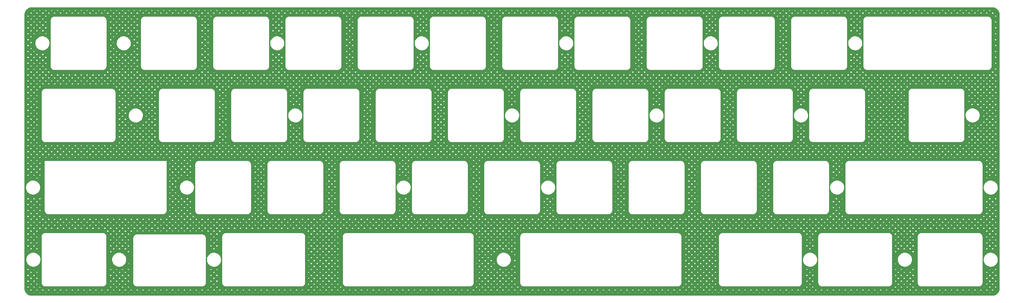
<source format=gtl>
G04 #@! TF.GenerationSoftware,KiCad,Pcbnew,7.0.7-7.0.7~ubuntu23.04.1*
G04 #@! TF.CreationDate,2023-08-23T01:40:07+00:00*
G04 #@! TF.ProjectId,plate,706c6174-652e-46b6-9963-61645f706362,rev?*
G04 #@! TF.SameCoordinates,Original*
G04 #@! TF.FileFunction,Copper,L1,Top*
G04 #@! TF.FilePolarity,Positive*
%FSLAX46Y46*%
G04 Gerber Fmt 4.6, Leading zero omitted, Abs format (unit mm)*
G04 Created by KiCad (PCBNEW 7.0.7-7.0.7~ubuntu23.04.1) date 2023-08-23 01:40:07*
%MOMM*%
%LPD*%
G01*
G04 APERTURE LIST*
G04 APERTURE END LIST*
G04 #@! TA.AperFunction,NonConductor*
G36*
X274540773Y-53598133D02*
G01*
X274565546Y-53599755D01*
X274620055Y-53603326D01*
X274804572Y-53616552D01*
X274812232Y-53617583D01*
X274925462Y-53640104D01*
X275072856Y-53672165D01*
X275079547Y-53674022D01*
X275193581Y-53712728D01*
X275195729Y-53713458D01*
X275197463Y-53714075D01*
X275330958Y-53763863D01*
X275336703Y-53766344D01*
X275449523Y-53821978D01*
X275451758Y-53823139D01*
X275574149Y-53889966D01*
X275578868Y-53892823D01*
X275684663Y-53963511D01*
X275687351Y-53965413D01*
X275797895Y-54048164D01*
X275801620Y-54051184D01*
X275844573Y-54088851D01*
X275897739Y-54135475D01*
X275900652Y-54138202D01*
X275997469Y-54235018D01*
X275998040Y-54235589D01*
X276000814Y-54238551D01*
X276033334Y-54275632D01*
X276085094Y-54334651D01*
X276088105Y-54338366D01*
X276170842Y-54448888D01*
X276172760Y-54451598D01*
X276243445Y-54557382D01*
X276246312Y-54562117D01*
X276313123Y-54684471D01*
X276314313Y-54686762D01*
X276369935Y-54799551D01*
X276372421Y-54805310D01*
X276422204Y-54938778D01*
X276422823Y-54940515D01*
X276462253Y-55056671D01*
X276464128Y-55063427D01*
X276496190Y-55210812D01*
X276518702Y-55323988D01*
X276519737Y-55331668D01*
X276533363Y-55522196D01*
X276538116Y-55594712D01*
X276538249Y-55598768D01*
X276538250Y-127795476D01*
X276538117Y-127799533D01*
X276532613Y-127883499D01*
X276519836Y-128062566D01*
X276518801Y-128070257D01*
X276495055Y-128189631D01*
X276464363Y-128330723D01*
X276462488Y-128337479D01*
X276421707Y-128457613D01*
X276421088Y-128459350D01*
X276372810Y-128588788D01*
X276370323Y-128594547D01*
X276313206Y-128710367D01*
X276312016Y-128712658D01*
X276246886Y-128831933D01*
X276244019Y-128836667D01*
X276171698Y-128944904D01*
X276169779Y-128947614D01*
X276088915Y-129055634D01*
X276085894Y-129059361D01*
X275999770Y-129157562D01*
X275996996Y-129160524D01*
X275901784Y-129255733D01*
X275898822Y-129258508D01*
X275800624Y-129344621D01*
X275796899Y-129347642D01*
X275688873Y-129428508D01*
X275686163Y-129430426D01*
X275577924Y-129502746D01*
X275573189Y-129505612D01*
X275453912Y-129570739D01*
X275451621Y-129571929D01*
X275335803Y-129629041D01*
X275330044Y-129631527D01*
X275200598Y-129679807D01*
X275198859Y-129680426D01*
X275078732Y-129721200D01*
X275071977Y-129723075D01*
X274930907Y-129753760D01*
X274811466Y-129777516D01*
X274803786Y-129778550D01*
X274718173Y-129784671D01*
X274630816Y-129790917D01*
X274540007Y-129796867D01*
X274535952Y-129797000D01*
X21365773Y-129797000D01*
X21361723Y-129796867D01*
X21331104Y-129794860D01*
X21280162Y-129791521D01*
X21098310Y-129778515D01*
X21090630Y-129777480D01*
X20974306Y-129754341D01*
X20830109Y-129722973D01*
X20823354Y-129721098D01*
X20705202Y-129680992D01*
X20703463Y-129680373D01*
X20572010Y-129631343D01*
X20566252Y-129628856D01*
X20451942Y-129572485D01*
X20449650Y-129571295D01*
X20328837Y-129505326D01*
X20324112Y-129502465D01*
X20217105Y-129430966D01*
X20214398Y-129429050D01*
X20180815Y-129403911D01*
X20105099Y-129347230D01*
X20101400Y-129344231D01*
X20004242Y-129259026D01*
X20001288Y-129256259D01*
X19904988Y-129159957D01*
X19902214Y-129156996D01*
X19869187Y-129119336D01*
X19817018Y-129059848D01*
X19814021Y-129056152D01*
X19771238Y-128999000D01*
X21717862Y-128999000D01*
X22077482Y-128999000D01*
X23273497Y-128999000D01*
X23633117Y-128999000D01*
X24829132Y-128999000D01*
X25188752Y-128999000D01*
X26384767Y-128999000D01*
X26744387Y-128999000D01*
X27940402Y-128999000D01*
X28300022Y-128999000D01*
X29496037Y-128999000D01*
X29855656Y-128999000D01*
X31051672Y-128999000D01*
X31411291Y-128999000D01*
X32607307Y-128999000D01*
X32966926Y-128999000D01*
X34162942Y-128999000D01*
X34522561Y-128999000D01*
X35718577Y-128999000D01*
X36078196Y-128999000D01*
X37274212Y-128999000D01*
X37633831Y-128999000D01*
X38829847Y-128999000D01*
X39189466Y-128999000D01*
X40385482Y-128999000D01*
X40745101Y-128999000D01*
X41941116Y-128999000D01*
X42300736Y-128999000D01*
X43496751Y-128999000D01*
X43856371Y-128999000D01*
X45052386Y-128999000D01*
X45412006Y-128999000D01*
X46608021Y-128999000D01*
X46967641Y-128999000D01*
X48163656Y-128999000D01*
X48523276Y-128999000D01*
X49719291Y-128999000D01*
X50078910Y-128999000D01*
X51274926Y-128999000D01*
X51634545Y-128999000D01*
X52830561Y-128999000D01*
X53190180Y-128999000D01*
X54386196Y-128999000D01*
X54745815Y-128999000D01*
X55941831Y-128999000D01*
X56301450Y-128999000D01*
X57497466Y-128999000D01*
X57857085Y-128999000D01*
X59053101Y-128999000D01*
X59412720Y-128999000D01*
X60608735Y-128999000D01*
X60968355Y-128999000D01*
X62164370Y-128999000D01*
X62523990Y-128999000D01*
X63720005Y-128999000D01*
X64079625Y-128999000D01*
X65275640Y-128999000D01*
X65635260Y-128999000D01*
X66831275Y-128999000D01*
X67190895Y-128999000D01*
X68386910Y-128999000D01*
X68746529Y-128999000D01*
X69942545Y-128999000D01*
X70302164Y-128999000D01*
X71498180Y-128999000D01*
X71857799Y-128999000D01*
X73053815Y-128999000D01*
X73413434Y-128999000D01*
X74609450Y-128999000D01*
X74969069Y-128999000D01*
X76165085Y-128999000D01*
X76524704Y-128999000D01*
X77720720Y-128999000D01*
X78080339Y-128999000D01*
X79276354Y-128999000D01*
X79635974Y-128999000D01*
X80831989Y-128999000D01*
X81191609Y-128999000D01*
X82387624Y-128999000D01*
X82747244Y-128999000D01*
X83943259Y-128999000D01*
X84302879Y-128999000D01*
X85498894Y-128999000D01*
X85858514Y-128999000D01*
X87054529Y-128999000D01*
X87414148Y-128999000D01*
X88610164Y-128999000D01*
X88969783Y-128999000D01*
X90165799Y-128999000D01*
X90525418Y-128999000D01*
X91721434Y-128999000D01*
X92081053Y-128999000D01*
X93277069Y-128999000D01*
X93636688Y-128999000D01*
X94832704Y-128999000D01*
X95192323Y-128999000D01*
X96388339Y-128999000D01*
X96747958Y-128999000D01*
X97943973Y-128999000D01*
X98303593Y-128999000D01*
X99499608Y-128999000D01*
X99859228Y-128999000D01*
X101055243Y-128999000D01*
X101414863Y-128999000D01*
X102610878Y-128999000D01*
X102970498Y-128999000D01*
X104166513Y-128999000D01*
X104526133Y-128999000D01*
X105722148Y-128999000D01*
X106081768Y-128999000D01*
X107277783Y-128999000D01*
X107637402Y-128999000D01*
X108833418Y-128999000D01*
X109193037Y-128999000D01*
X110389053Y-128999000D01*
X110748672Y-128999000D01*
X111944688Y-128999000D01*
X112304307Y-128999000D01*
X113500323Y-128999000D01*
X113859942Y-128999000D01*
X115055958Y-128999000D01*
X115415577Y-128999000D01*
X116611593Y-128999000D01*
X116971212Y-128999000D01*
X118167227Y-128999000D01*
X118526847Y-128999000D01*
X119722862Y-128999000D01*
X120082482Y-128999000D01*
X121278497Y-128999000D01*
X121638117Y-128999000D01*
X122834132Y-128999000D01*
X123193752Y-128999000D01*
X124389767Y-128999000D01*
X124749387Y-128999000D01*
X125945402Y-128999000D01*
X126305021Y-128999000D01*
X127501037Y-128999000D01*
X127860656Y-128999000D01*
X129056672Y-128999000D01*
X129416291Y-128999000D01*
X130612307Y-128999000D01*
X130971926Y-128999000D01*
X132167942Y-128999000D01*
X132527561Y-128999000D01*
X133723577Y-128999000D01*
X134083196Y-128999000D01*
X135279212Y-128999000D01*
X135638831Y-128999000D01*
X136834846Y-128999000D01*
X137194466Y-128999000D01*
X138390481Y-128999000D01*
X138750101Y-128999000D01*
X139946116Y-128999000D01*
X140305736Y-128999000D01*
X141501751Y-128999000D01*
X141861371Y-128999000D01*
X143057386Y-128999000D01*
X143417006Y-128999000D01*
X144613021Y-128999000D01*
X144972640Y-128999000D01*
X146168656Y-128999000D01*
X146528275Y-128999000D01*
X147724291Y-128999000D01*
X148083910Y-128999000D01*
X149279926Y-128999000D01*
X149639545Y-128999000D01*
X150835561Y-128999000D01*
X151195180Y-128999000D01*
X152391196Y-128999000D01*
X152750815Y-128999000D01*
X153946831Y-128999000D01*
X154306450Y-128999000D01*
X155502465Y-128999000D01*
X155862085Y-128999000D01*
X157058100Y-128999000D01*
X157417720Y-128999000D01*
X158613735Y-128999000D01*
X158973355Y-128999000D01*
X160169370Y-128999000D01*
X160528990Y-128999000D01*
X161725005Y-128999000D01*
X162084625Y-128999000D01*
X163280640Y-128999000D01*
X163640259Y-128999000D01*
X164836275Y-128999000D01*
X165195894Y-128999000D01*
X166391910Y-128999000D01*
X166751529Y-128999000D01*
X167947545Y-128999000D01*
X168307164Y-128999000D01*
X169503180Y-128999000D01*
X169862799Y-128999000D01*
X171058815Y-128999000D01*
X171418434Y-128999000D01*
X172614450Y-128999000D01*
X172974069Y-128999000D01*
X174170085Y-128999000D01*
X174529704Y-128999000D01*
X175725719Y-128999000D01*
X176085339Y-128999000D01*
X177281354Y-128999000D01*
X177640974Y-128999000D01*
X178836989Y-128999000D01*
X179196609Y-128999000D01*
X180392624Y-128999000D01*
X180752244Y-128999000D01*
X181948259Y-128999000D01*
X182307879Y-128999000D01*
X183503894Y-128999000D01*
X183863513Y-128999000D01*
X185059529Y-128999000D01*
X185419148Y-128999000D01*
X186615164Y-128999000D01*
X186974783Y-128999000D01*
X188170799Y-128999000D01*
X188530418Y-128999000D01*
X189726434Y-128999000D01*
X190086053Y-128999000D01*
X191282069Y-128999000D01*
X191641688Y-128999000D01*
X192837704Y-128999000D01*
X193197323Y-128999000D01*
X194393338Y-128999000D01*
X194752958Y-128999000D01*
X195948973Y-128999000D01*
X196308593Y-128999000D01*
X197504608Y-128999000D01*
X197864228Y-128999000D01*
X199060243Y-128999000D01*
X199419863Y-128999000D01*
X200615878Y-128999000D01*
X200975498Y-128999000D01*
X202171513Y-128999000D01*
X202531132Y-128999000D01*
X203727148Y-128999000D01*
X204086767Y-128999000D01*
X205282783Y-128999000D01*
X205642402Y-128999000D01*
X206838418Y-128999000D01*
X207198037Y-128999000D01*
X208394053Y-128999000D01*
X208753672Y-128999000D01*
X209949688Y-128999000D01*
X210309307Y-128999000D01*
X211505323Y-128999000D01*
X211864942Y-128999000D01*
X213060957Y-128999000D01*
X213420577Y-128999000D01*
X214616592Y-128999000D01*
X214976212Y-128999000D01*
X216172227Y-128999000D01*
X216531847Y-128999000D01*
X217727862Y-128999000D01*
X218087482Y-128999000D01*
X219283497Y-128999000D01*
X219643117Y-128999000D01*
X220839132Y-128999000D01*
X221198751Y-128999000D01*
X222394767Y-128999000D01*
X222754386Y-128999000D01*
X223950402Y-128999000D01*
X224310021Y-128999000D01*
X225506037Y-128999000D01*
X225865656Y-128999000D01*
X227061672Y-128999000D01*
X227421291Y-128999000D01*
X228617307Y-128999000D01*
X228976926Y-128999000D01*
X230172942Y-128999000D01*
X230532561Y-128999000D01*
X231728576Y-128999000D01*
X232088196Y-128999000D01*
X233284211Y-128999000D01*
X233643831Y-128999000D01*
X234839846Y-128999000D01*
X235199466Y-128999000D01*
X236395481Y-128999000D01*
X236755101Y-128999000D01*
X237951116Y-128999000D01*
X238310736Y-128999000D01*
X239506751Y-128999000D01*
X239866371Y-128999000D01*
X241062386Y-128999000D01*
X241422005Y-128999000D01*
X242618021Y-128999000D01*
X242977640Y-128999000D01*
X244173656Y-128999000D01*
X244533275Y-128999000D01*
X245729291Y-128999000D01*
X246088910Y-128999000D01*
X247284926Y-128999000D01*
X247644545Y-128999000D01*
X248840561Y-128999000D01*
X249200180Y-128999000D01*
X250396196Y-128999000D01*
X250755815Y-128999000D01*
X251951830Y-128999000D01*
X252311450Y-128999000D01*
X253507465Y-128999000D01*
X253867085Y-128999000D01*
X255063100Y-128999000D01*
X255422720Y-128999000D01*
X256618735Y-128999000D01*
X256978355Y-128999000D01*
X258174370Y-128999000D01*
X258533990Y-128999000D01*
X259730005Y-128999000D01*
X260089624Y-128999000D01*
X261285640Y-128999000D01*
X261645259Y-128999000D01*
X262841275Y-128999000D01*
X263200894Y-128999000D01*
X264396910Y-128999000D01*
X264756529Y-128999000D01*
X265952545Y-128999000D01*
X266312164Y-128999000D01*
X267508180Y-128999000D01*
X267867799Y-128999000D01*
X269063815Y-128999000D01*
X269423434Y-128999000D01*
X270619449Y-128999000D01*
X270979069Y-128999000D01*
X272175084Y-128999000D01*
X272534704Y-128999000D01*
X273730719Y-128999000D01*
X274090339Y-128999000D01*
X273940458Y-128849119D01*
X273916126Y-128835072D01*
X273904932Y-128835072D01*
X273880599Y-128849119D01*
X273730719Y-128999000D01*
X272534704Y-128999000D01*
X272384823Y-128849119D01*
X272360491Y-128835072D01*
X272349297Y-128835072D01*
X272324964Y-128849119D01*
X272175084Y-128999000D01*
X270979069Y-128999000D01*
X270829188Y-128849119D01*
X270804856Y-128835072D01*
X270793662Y-128835072D01*
X270769329Y-128849119D01*
X270619449Y-128999000D01*
X269423434Y-128999000D01*
X269273553Y-128849119D01*
X269249221Y-128835072D01*
X269238027Y-128835072D01*
X269213695Y-128849119D01*
X269063815Y-128999000D01*
X267867799Y-128999000D01*
X267717918Y-128849119D01*
X267693586Y-128835072D01*
X267682392Y-128835072D01*
X267658060Y-128849119D01*
X267508180Y-128999000D01*
X266312164Y-128999000D01*
X266162283Y-128849119D01*
X266137951Y-128835072D01*
X266126757Y-128835072D01*
X266102425Y-128849119D01*
X265952545Y-128999000D01*
X264756529Y-128999000D01*
X264606649Y-128849120D01*
X264582317Y-128835072D01*
X264571122Y-128835072D01*
X264546789Y-128849120D01*
X264396910Y-128999000D01*
X263200894Y-128999000D01*
X263051013Y-128849119D01*
X263026682Y-128835072D01*
X263015488Y-128835072D01*
X262991155Y-128849119D01*
X262841275Y-128999000D01*
X261645259Y-128999000D01*
X261495378Y-128849119D01*
X261471047Y-128835072D01*
X261459853Y-128835072D01*
X261435520Y-128849119D01*
X261285640Y-128999000D01*
X260089624Y-128999000D01*
X259939743Y-128849119D01*
X259915412Y-128835072D01*
X259904218Y-128835072D01*
X259879885Y-128849119D01*
X259730005Y-128999000D01*
X258533990Y-128999000D01*
X258384109Y-128849119D01*
X258359777Y-128835072D01*
X258348583Y-128835072D01*
X258324250Y-128849119D01*
X258174370Y-128999000D01*
X256978355Y-128999000D01*
X256828474Y-128849119D01*
X256804142Y-128835072D01*
X256792948Y-128835072D01*
X256768615Y-128849119D01*
X256618735Y-128999000D01*
X255422720Y-128999000D01*
X255272839Y-128849119D01*
X255248507Y-128835072D01*
X255237313Y-128835072D01*
X255212980Y-128849119D01*
X255063100Y-128999000D01*
X253867085Y-128999000D01*
X253717204Y-128849119D01*
X253692872Y-128835072D01*
X253681678Y-128835072D01*
X253657345Y-128849119D01*
X253507465Y-128999000D01*
X252311450Y-128999000D01*
X252161569Y-128849119D01*
X252137237Y-128835072D01*
X252126043Y-128835072D01*
X252101710Y-128849119D01*
X251951830Y-128999000D01*
X250755815Y-128999000D01*
X250605934Y-128849119D01*
X250581602Y-128835072D01*
X250570408Y-128835072D01*
X250546076Y-128849119D01*
X250396196Y-128999000D01*
X249200180Y-128999000D01*
X249050299Y-128849119D01*
X249025967Y-128835072D01*
X249014773Y-128835072D01*
X248990441Y-128849119D01*
X248840561Y-128999000D01*
X247644545Y-128999000D01*
X247494664Y-128849119D01*
X247470332Y-128835072D01*
X247459138Y-128835072D01*
X247434806Y-128849119D01*
X247284926Y-128999000D01*
X246088910Y-128999000D01*
X245939029Y-128849119D01*
X245914697Y-128835072D01*
X245903503Y-128835072D01*
X245879171Y-128849119D01*
X245729291Y-128999000D01*
X244533275Y-128999000D01*
X244383394Y-128849119D01*
X244359063Y-128835072D01*
X244347869Y-128835072D01*
X244323536Y-128849119D01*
X244173656Y-128999000D01*
X242977640Y-128999000D01*
X242827759Y-128849119D01*
X242803428Y-128835072D01*
X242792234Y-128835072D01*
X242767901Y-128849119D01*
X242618021Y-128999000D01*
X241422005Y-128999000D01*
X241272124Y-128849119D01*
X241247793Y-128835072D01*
X241236599Y-128835072D01*
X241212266Y-128849119D01*
X241062386Y-128999000D01*
X239866371Y-128999000D01*
X239716490Y-128849119D01*
X239692158Y-128835072D01*
X239680964Y-128835072D01*
X239656631Y-128849119D01*
X239506751Y-128999000D01*
X238310736Y-128999000D01*
X238160855Y-128849119D01*
X238136523Y-128835072D01*
X238125329Y-128835072D01*
X238100996Y-128849119D01*
X237951116Y-128999000D01*
X236755101Y-128999000D01*
X236605220Y-128849119D01*
X236580888Y-128835072D01*
X236569694Y-128835072D01*
X236545361Y-128849119D01*
X236395481Y-128999000D01*
X235199466Y-128999000D01*
X235049585Y-128849119D01*
X235025253Y-128835072D01*
X235014059Y-128835072D01*
X234989726Y-128849119D01*
X234839846Y-128999000D01*
X233643831Y-128999000D01*
X233493950Y-128849119D01*
X233469618Y-128835072D01*
X233458424Y-128835072D01*
X233434091Y-128849119D01*
X233284211Y-128999000D01*
X232088196Y-128999000D01*
X231938315Y-128849119D01*
X231913983Y-128835072D01*
X231902789Y-128835072D01*
X231878456Y-128849119D01*
X231728576Y-128999000D01*
X230532561Y-128999000D01*
X230382680Y-128849119D01*
X230358348Y-128835072D01*
X230347154Y-128835072D01*
X230322822Y-128849119D01*
X230172942Y-128999000D01*
X228976926Y-128999000D01*
X228827045Y-128849119D01*
X228802713Y-128835072D01*
X228791519Y-128835072D01*
X228767187Y-128849119D01*
X228617307Y-128999000D01*
X227421291Y-128999000D01*
X227271410Y-128849119D01*
X227247078Y-128835072D01*
X227235884Y-128835072D01*
X227211552Y-128849119D01*
X227061672Y-128999000D01*
X225865656Y-128999000D01*
X225715775Y-128849119D01*
X225691444Y-128835072D01*
X225680250Y-128835072D01*
X225655917Y-128849119D01*
X225506037Y-128999000D01*
X224310021Y-128999000D01*
X224160140Y-128849119D01*
X224135809Y-128835072D01*
X224124615Y-128835072D01*
X224100282Y-128849119D01*
X223950402Y-128999000D01*
X222754386Y-128999000D01*
X222604505Y-128849119D01*
X222580174Y-128835072D01*
X222568980Y-128835072D01*
X222544647Y-128849119D01*
X222394767Y-128999000D01*
X221198751Y-128999000D01*
X221048870Y-128849119D01*
X221024539Y-128835072D01*
X221013345Y-128835072D01*
X220989012Y-128849119D01*
X220839132Y-128999000D01*
X219643117Y-128999000D01*
X219493236Y-128849119D01*
X219468904Y-128835072D01*
X219457710Y-128835072D01*
X219433377Y-128849119D01*
X219283497Y-128999000D01*
X218087482Y-128999000D01*
X217937601Y-128849119D01*
X217913269Y-128835072D01*
X217902075Y-128835072D01*
X217877742Y-128849119D01*
X217727862Y-128999000D01*
X216531847Y-128999000D01*
X216381966Y-128849119D01*
X216357634Y-128835072D01*
X216346440Y-128835072D01*
X216322107Y-128849119D01*
X216172227Y-128999000D01*
X214976212Y-128999000D01*
X214826331Y-128849119D01*
X214801999Y-128835072D01*
X214790805Y-128835072D01*
X214766472Y-128849119D01*
X214616592Y-128999000D01*
X213420577Y-128999000D01*
X213270696Y-128849119D01*
X213246364Y-128835072D01*
X213235170Y-128835072D01*
X213210837Y-128849119D01*
X213060957Y-128999000D01*
X211864942Y-128999000D01*
X211715061Y-128849119D01*
X211690729Y-128835072D01*
X211679535Y-128835072D01*
X211655203Y-128849119D01*
X211505323Y-128999000D01*
X210309307Y-128999000D01*
X210159426Y-128849119D01*
X210135094Y-128835072D01*
X210123900Y-128835072D01*
X210099568Y-128849119D01*
X209949688Y-128999000D01*
X208753672Y-128999000D01*
X208603791Y-128849119D01*
X208579459Y-128835072D01*
X208568265Y-128835072D01*
X208543933Y-128849119D01*
X208394053Y-128999000D01*
X207198037Y-128999000D01*
X207048157Y-128849120D01*
X207023825Y-128835072D01*
X207012630Y-128835072D01*
X206988297Y-128849120D01*
X206838418Y-128999000D01*
X205642402Y-128999000D01*
X205492521Y-128849119D01*
X205468190Y-128835072D01*
X205456996Y-128835072D01*
X205432663Y-128849119D01*
X205282783Y-128999000D01*
X204086767Y-128999000D01*
X203936886Y-128849119D01*
X203912555Y-128835072D01*
X203901361Y-128835072D01*
X203877028Y-128849119D01*
X203727148Y-128999000D01*
X202531132Y-128999000D01*
X202381251Y-128849119D01*
X202356920Y-128835072D01*
X202345726Y-128835072D01*
X202321393Y-128849119D01*
X202171513Y-128999000D01*
X200975498Y-128999000D01*
X200825617Y-128849119D01*
X200801285Y-128835072D01*
X200790091Y-128835072D01*
X200765758Y-128849119D01*
X200615878Y-128999000D01*
X199419863Y-128999000D01*
X199269982Y-128849119D01*
X199245650Y-128835072D01*
X199234456Y-128835072D01*
X199210123Y-128849119D01*
X199060243Y-128999000D01*
X197864228Y-128999000D01*
X197714347Y-128849119D01*
X197690015Y-128835072D01*
X197678821Y-128835072D01*
X197654488Y-128849119D01*
X197504608Y-128999000D01*
X196308593Y-128999000D01*
X196158712Y-128849119D01*
X196134380Y-128835072D01*
X196123186Y-128835072D01*
X196098853Y-128849119D01*
X195948973Y-128999000D01*
X194752958Y-128999000D01*
X194603077Y-128849119D01*
X194578745Y-128835072D01*
X194567551Y-128835072D01*
X194543218Y-128849119D01*
X194393338Y-128999000D01*
X193197323Y-128999000D01*
X193047442Y-128849119D01*
X193023110Y-128835072D01*
X193011916Y-128835072D01*
X192987584Y-128849119D01*
X192837704Y-128999000D01*
X191641688Y-128999000D01*
X191491807Y-128849119D01*
X191467475Y-128835072D01*
X191456281Y-128835072D01*
X191431949Y-128849119D01*
X191282069Y-128999000D01*
X190086053Y-128999000D01*
X189936172Y-128849119D01*
X189911840Y-128835072D01*
X189900646Y-128835072D01*
X189876314Y-128849119D01*
X189726434Y-128999000D01*
X188530418Y-128999000D01*
X188380538Y-128849120D01*
X188356206Y-128835072D01*
X188345011Y-128835072D01*
X188320679Y-128849119D01*
X188170799Y-128999000D01*
X186974783Y-128999000D01*
X186824902Y-128849119D01*
X186800571Y-128835072D01*
X186789377Y-128835072D01*
X186765044Y-128849119D01*
X186615164Y-128999000D01*
X185419148Y-128999000D01*
X185269267Y-128849119D01*
X185244936Y-128835072D01*
X185233742Y-128835072D01*
X185209409Y-128849119D01*
X185059529Y-128999000D01*
X183863513Y-128999000D01*
X183713632Y-128849119D01*
X183689301Y-128835072D01*
X183678107Y-128835072D01*
X183653774Y-128849119D01*
X183503894Y-128999000D01*
X182307879Y-128999000D01*
X182157998Y-128849119D01*
X182133666Y-128835072D01*
X182122472Y-128835072D01*
X182098139Y-128849119D01*
X181948259Y-128999000D01*
X180752244Y-128999000D01*
X180602363Y-128849119D01*
X180578031Y-128835072D01*
X180566837Y-128835072D01*
X180542504Y-128849119D01*
X180392624Y-128999000D01*
X179196609Y-128999000D01*
X179046728Y-128849119D01*
X179022396Y-128835072D01*
X179011202Y-128835072D01*
X178986869Y-128849119D01*
X178836989Y-128999000D01*
X177640974Y-128999000D01*
X177491093Y-128849119D01*
X177466761Y-128835072D01*
X177455567Y-128835072D01*
X177431234Y-128849119D01*
X177281354Y-128999000D01*
X176085339Y-128999000D01*
X175935458Y-128849119D01*
X175911126Y-128835072D01*
X175899932Y-128835072D01*
X175875599Y-128849119D01*
X175725719Y-128999000D01*
X174529704Y-128999000D01*
X174379823Y-128849119D01*
X174355491Y-128835072D01*
X174344297Y-128835072D01*
X174319965Y-128849119D01*
X174170085Y-128999000D01*
X172974069Y-128999000D01*
X172824188Y-128849119D01*
X172799856Y-128835072D01*
X172788662Y-128835072D01*
X172764330Y-128849119D01*
X172614450Y-128999000D01*
X171418434Y-128999000D01*
X171268553Y-128849119D01*
X171244221Y-128835072D01*
X171233027Y-128835072D01*
X171208695Y-128849119D01*
X171058815Y-128999000D01*
X169862799Y-128999000D01*
X169712918Y-128849119D01*
X169688586Y-128835072D01*
X169677392Y-128835072D01*
X169653060Y-128849119D01*
X169503180Y-128999000D01*
X168307164Y-128999000D01*
X168157283Y-128849119D01*
X168132952Y-128835072D01*
X168121758Y-128835072D01*
X168097425Y-128849119D01*
X167947545Y-128999000D01*
X166751529Y-128999000D01*
X166601648Y-128849119D01*
X166577317Y-128835072D01*
X166566123Y-128835072D01*
X166541790Y-128849119D01*
X166391910Y-128999000D01*
X165195894Y-128999000D01*
X165046013Y-128849119D01*
X165021682Y-128835072D01*
X165010488Y-128835072D01*
X164986155Y-128849119D01*
X164836275Y-128999000D01*
X163640259Y-128999000D01*
X163490378Y-128849119D01*
X163466047Y-128835072D01*
X163454853Y-128835072D01*
X163430520Y-128849119D01*
X163280640Y-128999000D01*
X162084625Y-128999000D01*
X161934744Y-128849119D01*
X161910412Y-128835072D01*
X161899218Y-128835072D01*
X161874885Y-128849119D01*
X161725005Y-128999000D01*
X160528990Y-128999000D01*
X160379109Y-128849119D01*
X160354777Y-128835072D01*
X160343583Y-128835072D01*
X160319250Y-128849119D01*
X160169370Y-128999000D01*
X158973355Y-128999000D01*
X158823474Y-128849119D01*
X158799142Y-128835072D01*
X158787948Y-128835072D01*
X158763615Y-128849119D01*
X158613735Y-128999000D01*
X157417720Y-128999000D01*
X157267839Y-128849119D01*
X157243507Y-128835072D01*
X157232313Y-128835072D01*
X157207980Y-128849119D01*
X157058100Y-128999000D01*
X155862085Y-128999000D01*
X155712204Y-128849119D01*
X155687872Y-128835072D01*
X155676678Y-128835072D01*
X155652345Y-128849119D01*
X155502465Y-128999000D01*
X154306450Y-128999000D01*
X154156569Y-128849119D01*
X154132237Y-128835072D01*
X154121043Y-128835072D01*
X154096711Y-128849119D01*
X153946831Y-128999000D01*
X152750815Y-128999000D01*
X152600934Y-128849119D01*
X152576602Y-128835072D01*
X152565408Y-128835072D01*
X152541076Y-128849119D01*
X152391196Y-128999000D01*
X151195180Y-128999000D01*
X151045299Y-128849119D01*
X151020967Y-128835072D01*
X151009773Y-128835072D01*
X150985441Y-128849119D01*
X150835561Y-128999000D01*
X149639545Y-128999000D01*
X149489664Y-128849119D01*
X149465333Y-128835072D01*
X149454139Y-128835072D01*
X149429806Y-128849119D01*
X149279926Y-128999000D01*
X148083910Y-128999000D01*
X147934029Y-128849119D01*
X147909698Y-128835072D01*
X147898504Y-128835072D01*
X147874171Y-128849119D01*
X147724291Y-128999000D01*
X146528275Y-128999000D01*
X146378394Y-128849119D01*
X146354063Y-128835072D01*
X146342869Y-128835072D01*
X146318536Y-128849119D01*
X146168656Y-128999000D01*
X144972640Y-128999000D01*
X144822759Y-128849119D01*
X144798428Y-128835072D01*
X144787234Y-128835072D01*
X144762901Y-128849119D01*
X144613021Y-128999000D01*
X143417006Y-128999000D01*
X143267125Y-128849119D01*
X143242793Y-128835072D01*
X143231599Y-128835072D01*
X143207266Y-128849119D01*
X143057386Y-128999000D01*
X141861371Y-128999000D01*
X141711490Y-128849119D01*
X141687158Y-128835072D01*
X141675964Y-128835072D01*
X141651631Y-128849119D01*
X141501751Y-128999000D01*
X140305736Y-128999000D01*
X140155855Y-128849119D01*
X140131523Y-128835072D01*
X140120329Y-128835072D01*
X140095996Y-128849119D01*
X139946116Y-128999000D01*
X138750101Y-128999000D01*
X138600220Y-128849119D01*
X138575888Y-128835072D01*
X138564694Y-128835072D01*
X138540361Y-128849119D01*
X138390481Y-128999000D01*
X137194466Y-128999000D01*
X137044585Y-128849119D01*
X137020253Y-128835072D01*
X137009059Y-128835072D01*
X136984726Y-128849119D01*
X136834846Y-128999000D01*
X135638831Y-128999000D01*
X135488950Y-128849119D01*
X135464618Y-128835072D01*
X135453424Y-128835072D01*
X135429092Y-128849119D01*
X135279212Y-128999000D01*
X134083196Y-128999000D01*
X133933315Y-128849119D01*
X133908983Y-128835072D01*
X133897789Y-128835072D01*
X133873457Y-128849119D01*
X133723577Y-128999000D01*
X132527561Y-128999000D01*
X132377680Y-128849119D01*
X132353348Y-128835072D01*
X132342154Y-128835072D01*
X132317822Y-128849119D01*
X132167942Y-128999000D01*
X130971926Y-128999000D01*
X130822046Y-128849120D01*
X130797714Y-128835072D01*
X130786519Y-128835072D01*
X130762186Y-128849120D01*
X130612307Y-128999000D01*
X129416291Y-128999000D01*
X129266410Y-128849119D01*
X129242079Y-128835072D01*
X129230885Y-128835072D01*
X129206552Y-128849119D01*
X129056672Y-128999000D01*
X127860656Y-128999000D01*
X127710775Y-128849119D01*
X127686444Y-128835072D01*
X127675250Y-128835072D01*
X127650917Y-128849119D01*
X127501037Y-128999000D01*
X126305021Y-128999000D01*
X126155140Y-128849119D01*
X126130809Y-128835072D01*
X126119615Y-128835072D01*
X126095282Y-128849119D01*
X125945402Y-128999000D01*
X124749387Y-128999000D01*
X124599506Y-128849119D01*
X124575174Y-128835072D01*
X124563980Y-128835072D01*
X124539647Y-128849119D01*
X124389767Y-128999000D01*
X123193752Y-128999000D01*
X123043871Y-128849119D01*
X123019539Y-128835072D01*
X123008345Y-128835072D01*
X122984012Y-128849119D01*
X122834132Y-128999000D01*
X121638117Y-128999000D01*
X121488236Y-128849119D01*
X121463904Y-128835072D01*
X121452710Y-128835072D01*
X121428377Y-128849119D01*
X121278497Y-128999000D01*
X120082482Y-128999000D01*
X119932601Y-128849119D01*
X119908269Y-128835072D01*
X119897075Y-128835072D01*
X119872742Y-128849119D01*
X119722862Y-128999000D01*
X118526847Y-128999000D01*
X118376966Y-128849119D01*
X118352634Y-128835072D01*
X118341440Y-128835072D01*
X118317107Y-128849119D01*
X118167227Y-128999000D01*
X116971212Y-128999000D01*
X116821331Y-128849119D01*
X116796999Y-128835072D01*
X116785805Y-128835072D01*
X116761473Y-128849119D01*
X116611593Y-128999000D01*
X115415577Y-128999000D01*
X115265696Y-128849119D01*
X115241364Y-128835072D01*
X115230170Y-128835072D01*
X115205838Y-128849119D01*
X115055958Y-128999000D01*
X113859942Y-128999000D01*
X113710061Y-128849119D01*
X113685729Y-128835072D01*
X113674535Y-128835072D01*
X113650203Y-128849119D01*
X113500323Y-128999000D01*
X112304307Y-128999000D01*
X112154426Y-128849119D01*
X112130094Y-128835072D01*
X112118900Y-128835072D01*
X112094568Y-128849119D01*
X111944688Y-128999000D01*
X110748672Y-128999000D01*
X110598791Y-128849119D01*
X110574460Y-128835072D01*
X110563266Y-128835072D01*
X110538933Y-128849119D01*
X110389053Y-128999000D01*
X109193037Y-128999000D01*
X109043156Y-128849119D01*
X109018825Y-128835072D01*
X109007631Y-128835072D01*
X108983298Y-128849119D01*
X108833418Y-128999000D01*
X107637402Y-128999000D01*
X107487521Y-128849119D01*
X107463190Y-128835072D01*
X107451996Y-128835072D01*
X107427663Y-128849119D01*
X107277783Y-128999000D01*
X106081768Y-128999000D01*
X105931887Y-128849119D01*
X105907555Y-128835072D01*
X105896361Y-128835072D01*
X105872028Y-128849119D01*
X105722148Y-128999000D01*
X104526133Y-128999000D01*
X104376252Y-128849119D01*
X104351920Y-128835072D01*
X104340726Y-128835072D01*
X104316393Y-128849119D01*
X104166513Y-128999000D01*
X102970498Y-128999000D01*
X102820617Y-128849119D01*
X102796285Y-128835072D01*
X102785091Y-128835072D01*
X102760758Y-128849119D01*
X102610878Y-128999000D01*
X101414863Y-128999000D01*
X101264982Y-128849119D01*
X101240650Y-128835072D01*
X101229456Y-128835072D01*
X101205123Y-128849119D01*
X101055243Y-128999000D01*
X99859228Y-128999000D01*
X99709347Y-128849119D01*
X99685015Y-128835072D01*
X99673821Y-128835072D01*
X99649488Y-128849119D01*
X99499608Y-128999000D01*
X98303593Y-128999000D01*
X98153712Y-128849119D01*
X98129380Y-128835072D01*
X98118186Y-128835072D01*
X98093853Y-128849119D01*
X97943973Y-128999000D01*
X96747958Y-128999000D01*
X96598077Y-128849119D01*
X96573745Y-128835072D01*
X96562551Y-128835072D01*
X96538219Y-128849119D01*
X96388339Y-128999000D01*
X95192323Y-128999000D01*
X95042442Y-128849119D01*
X95018110Y-128835072D01*
X95006916Y-128835072D01*
X94982584Y-128849119D01*
X94832704Y-128999000D01*
X93636688Y-128999000D01*
X93486807Y-128849119D01*
X93462475Y-128835072D01*
X93451281Y-128835072D01*
X93426949Y-128849119D01*
X93277069Y-128999000D01*
X92081053Y-128999000D01*
X91931172Y-128849119D01*
X91906841Y-128835072D01*
X91895647Y-128835072D01*
X91871314Y-128849119D01*
X91721434Y-128999000D01*
X90525418Y-128999000D01*
X90375537Y-128849119D01*
X90351206Y-128835072D01*
X90340012Y-128835072D01*
X90315679Y-128849119D01*
X90165799Y-128999000D01*
X88969783Y-128999000D01*
X88819902Y-128849119D01*
X88795571Y-128835072D01*
X88784377Y-128835072D01*
X88760044Y-128849119D01*
X88610164Y-128999000D01*
X87414148Y-128999000D01*
X87264267Y-128849119D01*
X87239936Y-128835072D01*
X87228742Y-128835072D01*
X87204409Y-128849119D01*
X87054529Y-128999000D01*
X85858514Y-128999000D01*
X85708633Y-128849119D01*
X85684301Y-128835072D01*
X85673107Y-128835072D01*
X85648774Y-128849119D01*
X85498894Y-128999000D01*
X84302879Y-128999000D01*
X84152998Y-128849119D01*
X84128666Y-128835072D01*
X84117472Y-128835072D01*
X84093139Y-128849119D01*
X83943259Y-128999000D01*
X82747244Y-128999000D01*
X82597363Y-128849119D01*
X82573031Y-128835072D01*
X82561837Y-128835072D01*
X82537504Y-128849119D01*
X82387624Y-128999000D01*
X81191609Y-128999000D01*
X81041728Y-128849119D01*
X81017396Y-128835072D01*
X81006202Y-128835072D01*
X80981869Y-128849119D01*
X80831989Y-128999000D01*
X79635974Y-128999000D01*
X79486093Y-128849119D01*
X79461761Y-128835072D01*
X79450567Y-128835072D01*
X79426234Y-128849119D01*
X79276354Y-128999000D01*
X78080339Y-128999000D01*
X77930458Y-128849119D01*
X77906126Y-128835072D01*
X77894932Y-128835072D01*
X77870600Y-128849119D01*
X77720720Y-128999000D01*
X76524704Y-128999000D01*
X76374823Y-128849119D01*
X76350491Y-128835072D01*
X76339297Y-128835072D01*
X76314965Y-128849119D01*
X76165085Y-128999000D01*
X74969069Y-128999000D01*
X74819188Y-128849119D01*
X74794856Y-128835072D01*
X74783662Y-128835072D01*
X74759330Y-128849119D01*
X74609450Y-128999000D01*
X73413434Y-128999000D01*
X73263554Y-128849120D01*
X73239222Y-128835072D01*
X73228027Y-128835072D01*
X73203694Y-128849120D01*
X73053815Y-128999000D01*
X71857799Y-128999000D01*
X71707918Y-128849119D01*
X71683587Y-128835072D01*
X71672393Y-128835072D01*
X71648060Y-128849119D01*
X71498180Y-128999000D01*
X70302164Y-128999000D01*
X70152283Y-128849119D01*
X70127952Y-128835072D01*
X70116758Y-128835072D01*
X70092425Y-128849119D01*
X69942545Y-128999000D01*
X68746529Y-128999000D01*
X68596648Y-128849119D01*
X68572317Y-128835072D01*
X68561123Y-128835072D01*
X68536790Y-128849119D01*
X68386910Y-128999000D01*
X67190895Y-128999000D01*
X67041014Y-128849119D01*
X67016682Y-128835072D01*
X67005488Y-128835072D01*
X66981155Y-128849119D01*
X66831275Y-128999000D01*
X65635260Y-128999000D01*
X65485379Y-128849119D01*
X65461047Y-128835072D01*
X65449853Y-128835072D01*
X65425520Y-128849119D01*
X65275640Y-128999000D01*
X64079625Y-128999000D01*
X63929744Y-128849119D01*
X63905412Y-128835072D01*
X63894218Y-128835072D01*
X63869885Y-128849119D01*
X63720005Y-128999000D01*
X62523990Y-128999000D01*
X62374109Y-128849119D01*
X62349777Y-128835072D01*
X62338583Y-128835072D01*
X62314250Y-128849119D01*
X62164370Y-128999000D01*
X60968355Y-128999000D01*
X60818474Y-128849119D01*
X60794142Y-128835072D01*
X60782948Y-128835072D01*
X60758615Y-128849119D01*
X60608735Y-128999000D01*
X59412720Y-128999000D01*
X59262839Y-128849119D01*
X59238507Y-128835072D01*
X59227313Y-128835072D01*
X59202981Y-128849119D01*
X59053101Y-128999000D01*
X57857085Y-128999000D01*
X57707204Y-128849119D01*
X57682872Y-128835072D01*
X57671678Y-128835072D01*
X57647346Y-128849119D01*
X57497466Y-128999000D01*
X56301450Y-128999000D01*
X56151569Y-128849119D01*
X56127237Y-128835072D01*
X56116043Y-128835072D01*
X56091711Y-128849119D01*
X55941831Y-128999000D01*
X54745815Y-128999000D01*
X54595935Y-128849120D01*
X54571603Y-128835072D01*
X54560408Y-128835072D01*
X54536076Y-128849119D01*
X54386196Y-128999000D01*
X53190180Y-128999000D01*
X53040299Y-128849119D01*
X53015968Y-128835072D01*
X53004774Y-128835072D01*
X52980441Y-128849119D01*
X52830561Y-128999000D01*
X51634545Y-128999000D01*
X51484664Y-128849119D01*
X51460333Y-128835072D01*
X51449139Y-128835072D01*
X51424806Y-128849119D01*
X51274926Y-128999000D01*
X50078910Y-128999000D01*
X49929029Y-128849119D01*
X49904698Y-128835072D01*
X49893504Y-128835072D01*
X49869171Y-128849119D01*
X49719291Y-128999000D01*
X48523276Y-128999000D01*
X48373395Y-128849119D01*
X48349063Y-128835072D01*
X48337869Y-128835072D01*
X48313536Y-128849119D01*
X48163656Y-128999000D01*
X46967641Y-128999000D01*
X46817760Y-128849119D01*
X46793428Y-128835072D01*
X46782234Y-128835072D01*
X46757901Y-128849119D01*
X46608021Y-128999000D01*
X45412006Y-128999000D01*
X45262125Y-128849119D01*
X45237793Y-128835072D01*
X45226599Y-128835072D01*
X45202266Y-128849119D01*
X45052386Y-128999000D01*
X43856371Y-128999000D01*
X43706490Y-128849119D01*
X43682158Y-128835072D01*
X43670964Y-128835072D01*
X43646631Y-128849119D01*
X43496751Y-128999000D01*
X42300736Y-128999000D01*
X42150855Y-128849119D01*
X42126523Y-128835072D01*
X42115329Y-128835072D01*
X42090996Y-128849119D01*
X41941116Y-128999000D01*
X40745101Y-128999000D01*
X40595220Y-128849119D01*
X40570888Y-128835072D01*
X40559694Y-128835072D01*
X40535362Y-128849119D01*
X40385482Y-128999000D01*
X39189466Y-128999000D01*
X39039585Y-128849119D01*
X39015253Y-128835072D01*
X39004059Y-128835072D01*
X38979727Y-128849119D01*
X38829847Y-128999000D01*
X37633831Y-128999000D01*
X37483950Y-128849119D01*
X37459618Y-128835072D01*
X37448424Y-128835072D01*
X37424092Y-128849119D01*
X37274212Y-128999000D01*
X36078196Y-128999000D01*
X35928315Y-128849119D01*
X35903983Y-128835072D01*
X35892789Y-128835072D01*
X35868457Y-128849119D01*
X35718577Y-128999000D01*
X34522561Y-128999000D01*
X34372680Y-128849119D01*
X34348349Y-128835072D01*
X34337155Y-128835072D01*
X34312822Y-128849119D01*
X34162942Y-128999000D01*
X32966926Y-128999000D01*
X32817045Y-128849119D01*
X32792714Y-128835072D01*
X32781520Y-128835072D01*
X32757187Y-128849119D01*
X32607307Y-128999000D01*
X31411291Y-128999000D01*
X31261410Y-128849119D01*
X31237079Y-128835072D01*
X31225885Y-128835072D01*
X31201552Y-128849119D01*
X31051672Y-128999000D01*
X29855656Y-128999000D01*
X29705775Y-128849119D01*
X29681444Y-128835072D01*
X29670250Y-128835072D01*
X29645917Y-128849119D01*
X29496037Y-128999000D01*
X28300022Y-128999000D01*
X28150141Y-128849119D01*
X28125809Y-128835072D01*
X28114615Y-128835072D01*
X28090282Y-128849119D01*
X27940402Y-128999000D01*
X26744387Y-128999000D01*
X26594506Y-128849119D01*
X26570174Y-128835072D01*
X26558980Y-128835072D01*
X26534647Y-128849119D01*
X26384767Y-128999000D01*
X25188752Y-128999000D01*
X25038871Y-128849119D01*
X25014539Y-128835072D01*
X25003345Y-128835072D01*
X24979012Y-128849119D01*
X24829132Y-128999000D01*
X23633117Y-128999000D01*
X23483236Y-128849119D01*
X23458904Y-128835072D01*
X23447710Y-128835072D01*
X23423377Y-128849119D01*
X23273497Y-128999000D01*
X22077482Y-128999000D01*
X21927601Y-128849119D01*
X21903269Y-128835072D01*
X21892075Y-128835072D01*
X21867742Y-128849119D01*
X21717862Y-128999000D01*
X19771238Y-128999000D01*
X19732187Y-128946834D01*
X19730297Y-128944163D01*
X19658777Y-128837127D01*
X19655932Y-128832427D01*
X19589930Y-128711555D01*
X19588768Y-128709317D01*
X19532379Y-128594970D01*
X19529909Y-128589250D01*
X19480877Y-128457787D01*
X19480258Y-128456050D01*
X19479082Y-128452585D01*
X19440145Y-128337882D01*
X19438280Y-128331162D01*
X19422912Y-128260517D01*
X20922189Y-128260517D01*
X20936236Y-128284848D01*
X21089925Y-128438537D01*
X21114258Y-128452585D01*
X21125452Y-128452585D01*
X21149783Y-128438537D01*
X21303472Y-128284848D01*
X21317520Y-128260517D01*
X22477824Y-128260517D01*
X22491871Y-128284848D01*
X22645560Y-128438537D01*
X22669893Y-128452585D01*
X22681087Y-128452585D01*
X22705418Y-128438537D01*
X22859107Y-128284848D01*
X22873155Y-128260517D01*
X24033458Y-128260517D01*
X24047506Y-128284848D01*
X24201195Y-128438537D01*
X24225528Y-128452585D01*
X24236722Y-128452585D01*
X24261053Y-128438537D01*
X24414742Y-128284848D01*
X24428790Y-128260517D01*
X25589094Y-128260517D01*
X25603141Y-128284848D01*
X25756830Y-128438537D01*
X25781162Y-128452585D01*
X25792357Y-128452585D01*
X25816689Y-128438536D01*
X25970377Y-128284848D01*
X25984425Y-128260517D01*
X27144729Y-128260517D01*
X27158776Y-128284848D01*
X27312465Y-128438537D01*
X27336797Y-128452585D01*
X27347991Y-128452585D01*
X27372323Y-128438537D01*
X27526012Y-128284848D01*
X27540060Y-128260517D01*
X28700364Y-128260517D01*
X28714411Y-128284848D01*
X28868100Y-128438537D01*
X28892432Y-128452585D01*
X28903626Y-128452585D01*
X28927958Y-128438537D01*
X29081647Y-128284848D01*
X29095695Y-128260517D01*
X30255999Y-128260517D01*
X30270046Y-128284848D01*
X30423735Y-128438537D01*
X30448067Y-128452585D01*
X30459261Y-128452585D01*
X30483593Y-128438537D01*
X30637282Y-128284848D01*
X30651330Y-128260517D01*
X31811633Y-128260517D01*
X31825680Y-128284848D01*
X31979369Y-128438537D01*
X32003702Y-128452585D01*
X32014896Y-128452585D01*
X32039228Y-128438537D01*
X32192917Y-128284848D01*
X32206965Y-128260517D01*
X33367267Y-128260517D01*
X33381315Y-128284848D01*
X33535004Y-128438537D01*
X33559337Y-128452585D01*
X33570531Y-128452585D01*
X33594863Y-128438537D01*
X33748552Y-128284848D01*
X33762600Y-128260517D01*
X34922903Y-128260517D01*
X34936950Y-128284848D01*
X35090639Y-128438537D01*
X35114972Y-128452585D01*
X35126166Y-128452585D01*
X35150498Y-128438537D01*
X35304187Y-128284848D01*
X35318235Y-128260517D01*
X36478538Y-128260517D01*
X36492585Y-128284848D01*
X36646274Y-128438537D01*
X36670607Y-128452585D01*
X36681801Y-128452585D01*
X36706133Y-128438537D01*
X36859822Y-128284848D01*
X36873870Y-128260517D01*
X38034173Y-128260517D01*
X38048220Y-128284848D01*
X38201909Y-128438537D01*
X38226242Y-128452585D01*
X38237436Y-128452585D01*
X38261768Y-128438537D01*
X38415457Y-128284848D01*
X38429505Y-128260517D01*
X39589808Y-128260517D01*
X39603855Y-128284848D01*
X39757544Y-128438537D01*
X39781877Y-128452585D01*
X39793071Y-128452585D01*
X39817402Y-128438537D01*
X39971091Y-128284848D01*
X39985139Y-128260517D01*
X41145443Y-128260517D01*
X41159490Y-128284848D01*
X41313179Y-128438537D01*
X41337512Y-128452585D01*
X41348706Y-128452585D01*
X41373037Y-128438537D01*
X41526726Y-128284848D01*
X41540774Y-128260517D01*
X42701078Y-128260517D01*
X42715125Y-128284848D01*
X42868814Y-128438537D01*
X42893147Y-128452585D01*
X42904341Y-128452585D01*
X42928672Y-128438537D01*
X43082361Y-128284848D01*
X43096409Y-128260517D01*
X44256713Y-128260517D01*
X44270760Y-128284848D01*
X44424448Y-128438536D01*
X44448781Y-128452585D01*
X44459976Y-128452585D01*
X44484307Y-128438537D01*
X44637996Y-128284848D01*
X44652044Y-128260517D01*
X45812348Y-128260517D01*
X45826395Y-128284848D01*
X45980084Y-128438537D01*
X46004416Y-128452585D01*
X46015610Y-128452585D01*
X46039942Y-128438537D01*
X46193631Y-128284848D01*
X46207679Y-128260517D01*
X47367983Y-128260517D01*
X47382030Y-128284848D01*
X47535719Y-128438537D01*
X47560051Y-128452585D01*
X47571245Y-128452585D01*
X47595577Y-128438537D01*
X47749266Y-128284848D01*
X47763314Y-128260517D01*
X48923618Y-128260517D01*
X48937665Y-128284848D01*
X49091354Y-128438537D01*
X49115686Y-128452585D01*
X49126880Y-128452585D01*
X49151212Y-128438537D01*
X49304901Y-128284848D01*
X49318949Y-128260517D01*
X50479252Y-128260517D01*
X50493299Y-128284848D01*
X50646988Y-128438537D01*
X50671321Y-128452585D01*
X50682515Y-128452585D01*
X50706847Y-128438537D01*
X50860536Y-128284848D01*
X50874584Y-128260517D01*
X52034886Y-128260517D01*
X52048934Y-128284848D01*
X52202623Y-128438537D01*
X52226956Y-128452585D01*
X52238150Y-128452585D01*
X52262482Y-128438537D01*
X52416171Y-128284848D01*
X52430219Y-128260517D01*
X53590522Y-128260517D01*
X53604569Y-128284848D01*
X53758258Y-128438537D01*
X53782591Y-128452585D01*
X53793785Y-128452585D01*
X53818117Y-128438537D01*
X53971806Y-128284848D01*
X53985854Y-128260517D01*
X55146157Y-128260517D01*
X55160204Y-128284848D01*
X55313893Y-128438537D01*
X55338226Y-128452585D01*
X55349420Y-128452585D01*
X55373752Y-128438537D01*
X55527441Y-128284848D01*
X55541489Y-128260517D01*
X56701792Y-128260517D01*
X56715839Y-128284848D01*
X56869528Y-128438537D01*
X56893861Y-128452585D01*
X56905055Y-128452585D01*
X56929387Y-128438537D01*
X57083076Y-128284848D01*
X57097124Y-128260517D01*
X58257427Y-128260517D01*
X58271474Y-128284848D01*
X58425163Y-128438537D01*
X58449496Y-128452585D01*
X58460690Y-128452585D01*
X58485021Y-128438537D01*
X58638710Y-128284848D01*
X58652757Y-128260517D01*
X59813061Y-128260517D01*
X59827109Y-128284848D01*
X59980798Y-128438537D01*
X60005131Y-128452585D01*
X60016325Y-128452585D01*
X60040656Y-128438537D01*
X60194345Y-128284848D01*
X60208393Y-128260517D01*
X61368697Y-128260517D01*
X61382744Y-128284848D01*
X61536433Y-128438537D01*
X61560766Y-128452585D01*
X61571960Y-128452585D01*
X61596291Y-128438537D01*
X61749980Y-128284848D01*
X61764028Y-128260517D01*
X62924332Y-128260517D01*
X62938379Y-128284848D01*
X63092068Y-128438537D01*
X63116401Y-128452585D01*
X63127595Y-128452585D01*
X63151926Y-128438537D01*
X63305615Y-128284848D01*
X63319663Y-128260517D01*
X64479967Y-128260517D01*
X64494014Y-128284848D01*
X64647703Y-128438537D01*
X64672035Y-128452585D01*
X64683229Y-128452585D01*
X64707561Y-128438537D01*
X64861250Y-128284848D01*
X64875298Y-128260517D01*
X66035602Y-128260517D01*
X66049649Y-128284848D01*
X66203338Y-128438537D01*
X66227670Y-128452585D01*
X66238864Y-128452585D01*
X66263196Y-128438537D01*
X66416885Y-128284848D01*
X66430933Y-128260517D01*
X67591237Y-128260517D01*
X67605284Y-128284848D01*
X67758973Y-128438537D01*
X67783305Y-128452585D01*
X67794499Y-128452585D01*
X67818831Y-128438537D01*
X67972520Y-128284848D01*
X67986568Y-128260517D01*
X69146872Y-128260517D01*
X69160920Y-128284850D01*
X69314607Y-128438537D01*
X69338940Y-128452585D01*
X69350134Y-128452585D01*
X69374466Y-128438537D01*
X69528155Y-128284848D01*
X69542203Y-128260517D01*
X70702506Y-128260517D01*
X70716553Y-128284848D01*
X70870242Y-128438537D01*
X70894575Y-128452585D01*
X70905769Y-128452585D01*
X70930101Y-128438537D01*
X71083790Y-128284848D01*
X71097838Y-128260517D01*
X72258141Y-128260517D01*
X72272188Y-128284848D01*
X72425877Y-128438537D01*
X72450210Y-128452585D01*
X72461404Y-128452585D01*
X72485736Y-128438537D01*
X72639425Y-128284848D01*
X72653473Y-128260517D01*
X73813776Y-128260517D01*
X73827823Y-128284848D01*
X73981512Y-128438537D01*
X74005845Y-128452585D01*
X74017039Y-128452585D01*
X74041371Y-128438537D01*
X74195060Y-128284848D01*
X74209108Y-128260517D01*
X75369411Y-128260517D01*
X75383458Y-128284848D01*
X75537147Y-128438537D01*
X75561480Y-128452585D01*
X75572674Y-128452585D01*
X75597006Y-128438537D01*
X75750695Y-128284848D01*
X75764743Y-128260517D01*
X76925046Y-128260517D01*
X76939093Y-128284848D01*
X77092782Y-128438537D01*
X77117115Y-128452585D01*
X77128309Y-128452585D01*
X77152641Y-128438537D01*
X77306330Y-128284848D01*
X77320378Y-128260517D01*
X78480681Y-128260517D01*
X78494728Y-128284848D01*
X78648417Y-128438537D01*
X78672750Y-128452585D01*
X78683944Y-128452585D01*
X78708275Y-128438537D01*
X78861964Y-128284848D01*
X78876012Y-128260517D01*
X80036316Y-128260517D01*
X80050363Y-128284848D01*
X80204052Y-128438537D01*
X80228385Y-128452585D01*
X80239579Y-128452585D01*
X80263910Y-128438537D01*
X80417599Y-128284848D01*
X80431647Y-128260517D01*
X81591951Y-128260517D01*
X81605998Y-128284848D01*
X81759687Y-128438537D01*
X81784020Y-128452585D01*
X81795214Y-128452585D01*
X81819545Y-128438537D01*
X81973234Y-128284848D01*
X81987282Y-128260517D01*
X83147586Y-128260517D01*
X83161633Y-128284848D01*
X83315322Y-128438537D01*
X83339654Y-128452585D01*
X83350848Y-128452585D01*
X83375180Y-128438537D01*
X83528869Y-128284848D01*
X83542917Y-128260517D01*
X84703221Y-128260517D01*
X84717268Y-128284848D01*
X84870957Y-128438537D01*
X84895289Y-128452585D01*
X84906483Y-128452585D01*
X84930815Y-128438537D01*
X85084504Y-128284848D01*
X85098552Y-128260517D01*
X86258856Y-128260517D01*
X86272903Y-128284848D01*
X86426592Y-128438537D01*
X86450924Y-128452585D01*
X86462118Y-128452585D01*
X86486450Y-128438537D01*
X86640139Y-128284848D01*
X86654187Y-128260517D01*
X87814491Y-128260517D01*
X87828538Y-128284848D01*
X87982227Y-128438537D01*
X88006559Y-128452585D01*
X88017753Y-128452585D01*
X88042085Y-128438537D01*
X88195774Y-128284848D01*
X88209822Y-128260517D01*
X89370125Y-128260517D01*
X89384172Y-128284848D01*
X89537861Y-128438537D01*
X89562194Y-128452585D01*
X89573388Y-128452585D01*
X89597720Y-128438537D01*
X89751409Y-128284848D01*
X89765457Y-128260517D01*
X90925760Y-128260517D01*
X90939807Y-128284848D01*
X91093496Y-128438537D01*
X91117829Y-128452585D01*
X91129023Y-128452585D01*
X91153355Y-128438537D01*
X91307044Y-128284848D01*
X91321092Y-128260517D01*
X92481395Y-128260517D01*
X92495442Y-128284848D01*
X92649131Y-128438537D01*
X92673464Y-128452585D01*
X92684658Y-128452585D01*
X92708990Y-128438537D01*
X92862679Y-128284848D01*
X92876727Y-128260517D01*
X94037030Y-128260517D01*
X94051077Y-128284848D01*
X94204766Y-128438537D01*
X94229099Y-128452585D01*
X94240293Y-128452585D01*
X94264625Y-128438537D01*
X94418314Y-128284848D01*
X94432362Y-128260517D01*
X95592665Y-128260517D01*
X95606712Y-128284848D01*
X95760401Y-128438537D01*
X95784734Y-128452585D01*
X95795928Y-128452585D01*
X95820260Y-128438537D01*
X95973949Y-128284848D01*
X95987996Y-128260517D01*
X97148299Y-128260517D01*
X97162347Y-128284848D01*
X97316036Y-128438537D01*
X97340369Y-128452585D01*
X97351563Y-128452585D01*
X97375894Y-128438537D01*
X97529583Y-128284848D01*
X97543631Y-128260517D01*
X98703934Y-128260517D01*
X98717982Y-128284848D01*
X98871671Y-128438537D01*
X98896004Y-128452585D01*
X98907198Y-128452585D01*
X98931529Y-128438537D01*
X99085218Y-128284848D01*
X99099266Y-128260517D01*
X100259570Y-128260517D01*
X100273617Y-128284848D01*
X100427306Y-128438537D01*
X100451639Y-128452585D01*
X100462833Y-128452585D01*
X100487164Y-128438537D01*
X100640853Y-128284848D01*
X100654901Y-128260517D01*
X101815205Y-128260517D01*
X101829252Y-128284848D01*
X101982940Y-128438536D01*
X102007273Y-128452585D01*
X102018468Y-128452585D01*
X102042800Y-128438536D01*
X102196488Y-128284848D01*
X102210536Y-128260517D01*
X103370840Y-128260517D01*
X103384887Y-128284848D01*
X103538576Y-128438537D01*
X103562908Y-128452585D01*
X103574102Y-128452585D01*
X103598434Y-128438537D01*
X103752123Y-128284848D01*
X103766171Y-128260517D01*
X104926475Y-128260517D01*
X104940522Y-128284848D01*
X105094211Y-128438537D01*
X105118543Y-128452585D01*
X105129737Y-128452585D01*
X105154069Y-128438537D01*
X105307758Y-128284848D01*
X105321805Y-128260517D01*
X106482110Y-128260517D01*
X106496157Y-128284848D01*
X106649846Y-128438537D01*
X106674178Y-128452585D01*
X106685372Y-128452585D01*
X106709704Y-128438537D01*
X106863393Y-128284848D01*
X106877441Y-128260517D01*
X108037744Y-128260517D01*
X108051791Y-128284848D01*
X108205480Y-128438537D01*
X108229813Y-128452585D01*
X108241007Y-128452585D01*
X108265339Y-128438537D01*
X108419028Y-128284848D01*
X108433076Y-128260517D01*
X109593379Y-128260517D01*
X109607426Y-128284848D01*
X109761115Y-128438537D01*
X109785448Y-128452585D01*
X109796642Y-128452585D01*
X109820974Y-128438537D01*
X109974663Y-128284848D01*
X109988711Y-128260517D01*
X111149014Y-128260517D01*
X111163061Y-128284848D01*
X111316750Y-128438537D01*
X111341083Y-128452585D01*
X111352277Y-128452585D01*
X111376609Y-128438537D01*
X111530298Y-128284848D01*
X111544346Y-128260517D01*
X112704649Y-128260517D01*
X112718696Y-128284848D01*
X112872385Y-128438537D01*
X112896718Y-128452585D01*
X112907912Y-128452585D01*
X112932244Y-128438537D01*
X113085933Y-128284848D01*
X113099981Y-128260517D01*
X114260284Y-128260517D01*
X114274331Y-128284848D01*
X114428020Y-128438537D01*
X114452353Y-128452585D01*
X114463547Y-128452585D01*
X114487879Y-128438537D01*
X114641568Y-128284848D01*
X114655616Y-128260517D01*
X115815919Y-128260517D01*
X115829966Y-128284848D01*
X115983655Y-128438537D01*
X116007988Y-128452585D01*
X116019182Y-128452585D01*
X116043513Y-128438537D01*
X116197202Y-128284848D01*
X116211250Y-128260517D01*
X117371554Y-128260517D01*
X117385601Y-128284848D01*
X117539290Y-128438537D01*
X117563623Y-128452585D01*
X117574817Y-128452585D01*
X117599148Y-128438537D01*
X117752837Y-128284848D01*
X117766885Y-128260517D01*
X118927189Y-128260517D01*
X118941236Y-128284848D01*
X119094925Y-128438537D01*
X119119258Y-128452585D01*
X119130452Y-128452585D01*
X119154783Y-128438537D01*
X119308472Y-128284848D01*
X119322520Y-128260517D01*
X120482824Y-128260517D01*
X120496871Y-128284848D01*
X120650560Y-128438537D01*
X120674893Y-128452585D01*
X120686087Y-128452585D01*
X120710418Y-128438537D01*
X120864107Y-128284848D01*
X120878155Y-128260517D01*
X122038459Y-128260517D01*
X122052506Y-128284848D01*
X122206195Y-128438537D01*
X122230527Y-128452585D01*
X122241721Y-128452585D01*
X122266053Y-128438537D01*
X122419742Y-128284848D01*
X122433790Y-128260517D01*
X123594093Y-128260517D01*
X123608141Y-128284848D01*
X123761830Y-128438537D01*
X123786162Y-128452585D01*
X123797356Y-128452585D01*
X123821688Y-128438537D01*
X123975377Y-128284848D01*
X123989425Y-128260517D01*
X125149729Y-128260517D01*
X125163776Y-128284848D01*
X125317465Y-128438537D01*
X125341797Y-128452585D01*
X125352991Y-128452585D01*
X125377323Y-128438537D01*
X125531012Y-128284848D01*
X125545060Y-128260517D01*
X126705363Y-128260517D01*
X126719410Y-128284848D01*
X126873099Y-128438537D01*
X126897432Y-128452585D01*
X126908626Y-128452585D01*
X126932958Y-128438537D01*
X127086647Y-128284848D01*
X127100695Y-128260517D01*
X128260998Y-128260517D01*
X128275045Y-128284848D01*
X128428734Y-128438537D01*
X128453067Y-128452585D01*
X128464261Y-128452585D01*
X128488593Y-128438537D01*
X128642282Y-128284848D01*
X128656330Y-128260517D01*
X129816633Y-128260517D01*
X129830680Y-128284848D01*
X129984369Y-128438537D01*
X130008702Y-128452585D01*
X130019896Y-128452585D01*
X130044228Y-128438537D01*
X130197917Y-128284848D01*
X130211964Y-128260517D01*
X131372267Y-128260517D01*
X131386315Y-128284848D01*
X131540004Y-128438537D01*
X131564337Y-128452585D01*
X131575531Y-128452585D01*
X131599863Y-128438537D01*
X131753552Y-128284848D01*
X131767600Y-128260517D01*
X132927902Y-128260517D01*
X132941950Y-128284848D01*
X133095639Y-128438537D01*
X133119972Y-128452585D01*
X133131166Y-128452585D01*
X133155498Y-128438537D01*
X133309187Y-128284848D01*
X133323235Y-128260517D01*
X134483538Y-128260517D01*
X134497585Y-128284848D01*
X134651274Y-128438537D01*
X134675607Y-128452585D01*
X134686801Y-128452585D01*
X134711133Y-128438537D01*
X134864820Y-128284850D01*
X134878869Y-128260517D01*
X136039173Y-128260517D01*
X136053220Y-128284848D01*
X136206909Y-128438537D01*
X136231242Y-128452585D01*
X136242436Y-128452585D01*
X136266767Y-128438537D01*
X136420456Y-128284848D01*
X136434504Y-128260517D01*
X137594808Y-128260517D01*
X137608855Y-128284848D01*
X137762544Y-128438537D01*
X137786877Y-128452585D01*
X137798071Y-128452585D01*
X137822402Y-128438537D01*
X137976091Y-128284848D01*
X137990139Y-128260517D01*
X139150443Y-128260517D01*
X139164490Y-128284848D01*
X139318179Y-128438537D01*
X139342512Y-128452585D01*
X139353706Y-128452585D01*
X139378037Y-128438537D01*
X139531726Y-128284848D01*
X139545774Y-128260517D01*
X140706078Y-128260517D01*
X140720125Y-128284848D01*
X140873814Y-128438537D01*
X140898146Y-128452585D01*
X140909340Y-128452585D01*
X140933672Y-128438537D01*
X141087361Y-128284848D01*
X141101409Y-128260517D01*
X142261713Y-128260517D01*
X142275760Y-128284848D01*
X142429449Y-128438537D01*
X142453781Y-128452585D01*
X142464975Y-128452585D01*
X142489307Y-128438537D01*
X142642996Y-128284848D01*
X142657044Y-128260517D01*
X143817348Y-128260517D01*
X143831395Y-128284848D01*
X143985084Y-128438537D01*
X144009416Y-128452585D01*
X144020610Y-128452585D01*
X144044942Y-128438537D01*
X144198631Y-128284848D01*
X144212679Y-128260517D01*
X145372983Y-128260517D01*
X145387030Y-128284848D01*
X145540719Y-128438537D01*
X145565051Y-128452585D01*
X145576245Y-128452585D01*
X145600577Y-128438537D01*
X145754266Y-128284848D01*
X145768314Y-128260517D01*
X146928617Y-128260517D01*
X146942664Y-128284848D01*
X147096353Y-128438537D01*
X147120686Y-128452585D01*
X147131880Y-128452585D01*
X147156212Y-128438537D01*
X147309901Y-128284848D01*
X147323949Y-128260517D01*
X148484252Y-128260517D01*
X148498299Y-128284848D01*
X148651988Y-128438537D01*
X148676321Y-128452585D01*
X148687515Y-128452585D01*
X148711847Y-128438537D01*
X148865536Y-128284848D01*
X148879584Y-128260517D01*
X150039887Y-128260517D01*
X150053934Y-128284848D01*
X150207623Y-128438537D01*
X150231956Y-128452585D01*
X150243150Y-128452585D01*
X150267482Y-128438537D01*
X150421171Y-128284848D01*
X150435219Y-128260517D01*
X151595522Y-128260517D01*
X151609569Y-128284848D01*
X151763258Y-128438537D01*
X151787591Y-128452585D01*
X151798785Y-128452585D01*
X151823117Y-128438537D01*
X151976806Y-128284848D01*
X151990854Y-128260517D01*
X153151157Y-128260517D01*
X153165204Y-128284848D01*
X153318893Y-128438537D01*
X153343226Y-128452585D01*
X153354420Y-128452585D01*
X153378752Y-128438537D01*
X153532441Y-128284848D01*
X153546489Y-128260517D01*
X154706792Y-128260517D01*
X154720839Y-128284848D01*
X154874528Y-128438537D01*
X154898861Y-128452585D01*
X154910055Y-128452585D01*
X154934386Y-128438537D01*
X155088075Y-128284848D01*
X155102123Y-128260517D01*
X156262427Y-128260517D01*
X156276474Y-128284848D01*
X156430163Y-128438537D01*
X156454496Y-128452585D01*
X156465690Y-128452585D01*
X156490021Y-128438537D01*
X156643710Y-128284848D01*
X156657758Y-128260517D01*
X157818062Y-128260517D01*
X157832109Y-128284848D01*
X157985798Y-128438537D01*
X158010131Y-128452585D01*
X158021325Y-128452585D01*
X158045656Y-128438537D01*
X158199345Y-128284848D01*
X158213393Y-128260517D01*
X159373697Y-128260517D01*
X159387744Y-128284848D01*
X159541433Y-128438537D01*
X159565765Y-128452585D01*
X159576960Y-128452585D01*
X159601292Y-128438536D01*
X159754980Y-128284848D01*
X159769028Y-128260517D01*
X160929332Y-128260517D01*
X160943379Y-128284848D01*
X161097068Y-128438537D01*
X161121400Y-128452585D01*
X161132594Y-128452585D01*
X161156926Y-128438537D01*
X161310615Y-128284848D01*
X161324663Y-128260517D01*
X162484967Y-128260517D01*
X162499014Y-128284848D01*
X162652703Y-128438537D01*
X162677035Y-128452585D01*
X162688229Y-128452585D01*
X162712561Y-128438537D01*
X162866250Y-128284848D01*
X162880298Y-128260517D01*
X164040602Y-128260517D01*
X164054649Y-128284848D01*
X164208338Y-128438537D01*
X164232670Y-128452585D01*
X164243864Y-128452585D01*
X164268196Y-128438537D01*
X164421885Y-128284848D01*
X164435933Y-128260517D01*
X165596236Y-128260517D01*
X165610283Y-128284848D01*
X165763972Y-128438537D01*
X165788305Y-128452585D01*
X165799499Y-128452585D01*
X165823831Y-128438537D01*
X165977520Y-128284848D01*
X165991568Y-128260517D01*
X167151871Y-128260517D01*
X167165918Y-128284848D01*
X167319607Y-128438537D01*
X167343940Y-128452585D01*
X167355134Y-128452585D01*
X167379466Y-128438537D01*
X167533155Y-128284848D01*
X167547203Y-128260517D01*
X168707506Y-128260517D01*
X168721553Y-128284848D01*
X168875242Y-128438537D01*
X168899575Y-128452585D01*
X168910769Y-128452585D01*
X168935101Y-128438537D01*
X169088790Y-128284848D01*
X169102838Y-128260517D01*
X170263141Y-128260517D01*
X170277188Y-128284848D01*
X170430877Y-128438537D01*
X170455210Y-128452585D01*
X170466404Y-128452585D01*
X170490736Y-128438537D01*
X170644425Y-128284848D01*
X170658473Y-128260517D01*
X171818776Y-128260517D01*
X171832823Y-128284848D01*
X171986512Y-128438537D01*
X172010845Y-128452585D01*
X172022039Y-128452585D01*
X172046371Y-128438537D01*
X172200060Y-128284848D01*
X172214108Y-128260517D01*
X173374411Y-128260517D01*
X173388458Y-128284848D01*
X173542147Y-128438537D01*
X173566480Y-128452585D01*
X173577674Y-128452585D01*
X173602005Y-128438537D01*
X173755694Y-128284848D01*
X173769742Y-128260517D01*
X174930046Y-128260517D01*
X174944093Y-128284848D01*
X175097782Y-128438537D01*
X175122115Y-128452585D01*
X175133309Y-128452585D01*
X175157640Y-128438537D01*
X175311329Y-128284848D01*
X175325377Y-128260517D01*
X176485681Y-128260517D01*
X176499728Y-128284848D01*
X176653417Y-128438537D01*
X176677750Y-128452585D01*
X176688944Y-128452585D01*
X176713275Y-128438537D01*
X176866964Y-128284848D01*
X176881012Y-128260517D01*
X178041316Y-128260517D01*
X178055363Y-128284848D01*
X178209051Y-128438536D01*
X178233384Y-128452585D01*
X178244579Y-128452585D01*
X178268910Y-128438537D01*
X178422599Y-128284848D01*
X178436647Y-128260517D01*
X179596951Y-128260517D01*
X179610998Y-128284848D01*
X179764687Y-128438537D01*
X179789019Y-128452585D01*
X179800213Y-128452585D01*
X179824545Y-128438537D01*
X179978234Y-128284848D01*
X179992282Y-128260517D01*
X181152586Y-128260517D01*
X181166633Y-128284848D01*
X181320322Y-128438537D01*
X181344654Y-128452585D01*
X181355848Y-128452585D01*
X181380180Y-128438537D01*
X181533869Y-128284848D01*
X181547917Y-128260517D01*
X182708221Y-128260517D01*
X182722268Y-128284848D01*
X182875957Y-128438537D01*
X182900289Y-128452585D01*
X182911483Y-128452585D01*
X182935815Y-128438537D01*
X183089504Y-128284848D01*
X183103552Y-128260517D01*
X184263855Y-128260517D01*
X184277902Y-128284848D01*
X184431591Y-128438537D01*
X184455924Y-128452585D01*
X184467118Y-128452585D01*
X184491450Y-128438537D01*
X184645139Y-128284848D01*
X184659187Y-128260517D01*
X185819490Y-128260517D01*
X185833537Y-128284848D01*
X185987226Y-128438537D01*
X186011559Y-128452585D01*
X186022753Y-128452585D01*
X186047085Y-128438537D01*
X186200774Y-128284848D01*
X186214822Y-128260517D01*
X187375125Y-128260517D01*
X187389172Y-128284848D01*
X187542861Y-128438537D01*
X187567194Y-128452585D01*
X187578388Y-128452585D01*
X187602720Y-128438537D01*
X187756409Y-128284848D01*
X187770457Y-128260517D01*
X188930760Y-128260517D01*
X188944807Y-128284848D01*
X189098496Y-128438537D01*
X189122829Y-128452585D01*
X189134023Y-128452585D01*
X189158355Y-128438537D01*
X189312044Y-128284848D01*
X189326092Y-128260517D01*
X190486395Y-128260517D01*
X190500442Y-128284848D01*
X190654131Y-128438537D01*
X190678464Y-128452585D01*
X190689658Y-128452585D01*
X190713990Y-128438537D01*
X190867679Y-128284848D01*
X190881727Y-128260517D01*
X192042030Y-128260517D01*
X192056077Y-128284848D01*
X192209766Y-128438537D01*
X192234099Y-128452585D01*
X192245293Y-128452585D01*
X192269624Y-128438537D01*
X192423313Y-128284848D01*
X192437361Y-128260517D01*
X193597665Y-128260517D01*
X193611712Y-128284848D01*
X193765401Y-128438537D01*
X193789734Y-128452585D01*
X193800928Y-128452585D01*
X193825259Y-128438537D01*
X193978948Y-128284848D01*
X193992996Y-128260517D01*
X195153300Y-128260517D01*
X195167347Y-128284848D01*
X195321036Y-128438537D01*
X195345369Y-128452585D01*
X195356563Y-128452585D01*
X195380894Y-128438537D01*
X195534583Y-128284848D01*
X195548631Y-128260517D01*
X196708934Y-128260517D01*
X196722982Y-128284848D01*
X196876671Y-128438537D01*
X196901004Y-128452585D01*
X196912198Y-128452585D01*
X196936529Y-128438537D01*
X197090218Y-128284848D01*
X197104266Y-128260517D01*
X198264569Y-128260517D01*
X198278617Y-128284848D01*
X198432306Y-128438537D01*
X198456638Y-128452585D01*
X198467832Y-128452585D01*
X198492164Y-128438537D01*
X198645853Y-128284848D01*
X198659901Y-128260517D01*
X199820204Y-128260517D01*
X199834252Y-128284848D01*
X199987941Y-128438537D01*
X200012273Y-128452585D01*
X200023467Y-128452585D01*
X200047799Y-128438537D01*
X200201488Y-128284848D01*
X200215536Y-128260517D01*
X201375840Y-128260517D01*
X201389887Y-128284848D01*
X201543576Y-128438537D01*
X201567908Y-128452585D01*
X201579102Y-128452585D01*
X201603434Y-128438537D01*
X201757123Y-128284848D01*
X201771171Y-128260517D01*
X202931475Y-128260517D01*
X202945523Y-128284850D01*
X203099210Y-128438537D01*
X203123543Y-128452585D01*
X203134737Y-128452585D01*
X203159069Y-128438537D01*
X203312758Y-128284848D01*
X203326806Y-128260517D01*
X204487109Y-128260517D01*
X204501156Y-128284848D01*
X204654845Y-128438537D01*
X204679178Y-128452585D01*
X204690372Y-128452585D01*
X204714704Y-128438537D01*
X204868393Y-128284848D01*
X204882441Y-128260517D01*
X206042744Y-128260517D01*
X206056791Y-128284848D01*
X206210480Y-128438537D01*
X206234813Y-128452585D01*
X206246007Y-128452585D01*
X206270339Y-128438537D01*
X206424028Y-128284848D01*
X206438076Y-128260517D01*
X207598379Y-128260517D01*
X207612426Y-128284848D01*
X207766115Y-128438537D01*
X207790448Y-128452585D01*
X207801642Y-128452585D01*
X207825974Y-128438537D01*
X207979663Y-128284848D01*
X207993711Y-128260517D01*
X209154014Y-128260517D01*
X209168061Y-128284848D01*
X209321750Y-128438537D01*
X209346083Y-128452585D01*
X209357277Y-128452585D01*
X209381609Y-128438537D01*
X209535298Y-128284848D01*
X209549346Y-128260517D01*
X210709649Y-128260517D01*
X210723696Y-128284848D01*
X210877385Y-128438537D01*
X210901718Y-128452585D01*
X210912912Y-128452585D01*
X210937244Y-128438537D01*
X211090933Y-128284848D01*
X211104981Y-128260517D01*
X212265284Y-128260517D01*
X212279331Y-128284848D01*
X212433020Y-128438537D01*
X212457353Y-128452585D01*
X212468547Y-128452585D01*
X212492878Y-128438537D01*
X212646567Y-128284848D01*
X212660614Y-128260517D01*
X213820919Y-128260517D01*
X213834966Y-128284848D01*
X213988655Y-128438537D01*
X214012988Y-128452585D01*
X214024182Y-128452585D01*
X214048513Y-128438537D01*
X214202202Y-128284848D01*
X214216249Y-128260517D01*
X215376554Y-128260517D01*
X215390601Y-128284848D01*
X215544290Y-128438537D01*
X215568623Y-128452585D01*
X215579817Y-128452585D01*
X215604148Y-128438537D01*
X215757837Y-128284848D01*
X215771884Y-128260517D01*
X216932189Y-128260517D01*
X216946236Y-128284848D01*
X217099925Y-128438537D01*
X217124257Y-128452585D01*
X217135451Y-128452585D01*
X217159783Y-128438537D01*
X217313472Y-128284848D01*
X217327519Y-128260517D01*
X218487824Y-128260517D01*
X218501871Y-128284848D01*
X218655560Y-128438537D01*
X218679892Y-128452585D01*
X218691086Y-128452585D01*
X218715418Y-128438537D01*
X218869107Y-128284848D01*
X218883155Y-128260517D01*
X220043459Y-128260517D01*
X220057506Y-128284848D01*
X220211195Y-128438537D01*
X220235527Y-128452585D01*
X220246721Y-128452585D01*
X220271053Y-128438537D01*
X220424742Y-128284848D01*
X220438790Y-128260517D01*
X221599094Y-128260517D01*
X221613141Y-128284848D01*
X221766830Y-128438537D01*
X221791162Y-128452585D01*
X221802356Y-128452585D01*
X221826688Y-128438537D01*
X221980377Y-128284848D01*
X221994425Y-128260517D01*
X223154728Y-128260517D01*
X223168775Y-128284848D01*
X223322464Y-128438537D01*
X223346797Y-128452585D01*
X223357991Y-128452585D01*
X223382323Y-128438537D01*
X223536012Y-128284848D01*
X223550060Y-128260517D01*
X224710363Y-128260517D01*
X224724410Y-128284848D01*
X224878099Y-128438537D01*
X224902432Y-128452585D01*
X224913626Y-128452585D01*
X224937958Y-128438537D01*
X225091647Y-128284848D01*
X225105695Y-128260517D01*
X226265998Y-128260517D01*
X226280045Y-128284848D01*
X226433734Y-128438537D01*
X226458067Y-128452585D01*
X226469261Y-128452585D01*
X226493593Y-128438537D01*
X226647282Y-128284848D01*
X226661330Y-128260517D01*
X227821633Y-128260517D01*
X227835680Y-128284848D01*
X227989369Y-128438537D01*
X228013702Y-128452585D01*
X228024896Y-128452585D01*
X228049228Y-128438537D01*
X228202917Y-128284848D01*
X228216965Y-128260517D01*
X229377268Y-128260517D01*
X229391315Y-128284848D01*
X229545004Y-128438537D01*
X229569337Y-128452585D01*
X229580531Y-128452585D01*
X229604863Y-128438537D01*
X229758552Y-128284848D01*
X229772600Y-128260517D01*
X230932903Y-128260517D01*
X230946950Y-128284848D01*
X231100639Y-128438537D01*
X231124972Y-128452585D01*
X231136166Y-128452585D01*
X231160497Y-128438537D01*
X231314186Y-128284848D01*
X231328234Y-128260517D01*
X232488538Y-128260517D01*
X232502585Y-128284848D01*
X232656274Y-128438537D01*
X232680607Y-128452585D01*
X232691801Y-128452585D01*
X232716132Y-128438537D01*
X232869821Y-128284848D01*
X232883869Y-128260517D01*
X234044173Y-128260517D01*
X234058220Y-128284848D01*
X234211909Y-128438537D01*
X234236242Y-128452585D01*
X234247436Y-128452585D01*
X234271767Y-128438537D01*
X234425456Y-128284848D01*
X234439504Y-128260517D01*
X235599808Y-128260517D01*
X235613855Y-128284848D01*
X235767543Y-128438536D01*
X235791876Y-128452585D01*
X235803071Y-128452585D01*
X235827403Y-128438536D01*
X235981091Y-128284848D01*
X235995139Y-128260517D01*
X237155443Y-128260517D01*
X237169490Y-128284848D01*
X237323179Y-128438537D01*
X237347511Y-128452585D01*
X237358705Y-128452585D01*
X237383037Y-128438537D01*
X237536726Y-128284848D01*
X237550774Y-128260517D01*
X238711078Y-128260517D01*
X238725125Y-128284848D01*
X238878814Y-128438537D01*
X238903146Y-128452585D01*
X238914340Y-128452585D01*
X238938672Y-128438537D01*
X239092361Y-128284848D01*
X239106408Y-128260517D01*
X240266713Y-128260517D01*
X240280760Y-128284848D01*
X240434449Y-128438537D01*
X240458781Y-128452585D01*
X240469975Y-128452585D01*
X240494307Y-128438537D01*
X240647996Y-128284848D01*
X240662043Y-128260517D01*
X241822346Y-128260517D01*
X241836394Y-128284848D01*
X241990083Y-128438537D01*
X242014416Y-128452585D01*
X242025610Y-128452585D01*
X242049942Y-128438537D01*
X242203631Y-128284848D01*
X242217678Y-128260517D01*
X243377981Y-128260517D01*
X243392029Y-128284848D01*
X243545718Y-128438537D01*
X243570051Y-128452585D01*
X243581245Y-128452585D01*
X243605577Y-128438537D01*
X243759266Y-128284848D01*
X243773314Y-128260517D01*
X244933617Y-128260517D01*
X244947664Y-128284848D01*
X245101353Y-128438537D01*
X245125686Y-128452585D01*
X245136880Y-128452585D01*
X245161212Y-128438537D01*
X245314901Y-128284848D01*
X245328949Y-128260517D01*
X246489252Y-128260517D01*
X246503299Y-128284848D01*
X246656988Y-128438537D01*
X246681321Y-128452585D01*
X246692515Y-128452585D01*
X246716847Y-128438537D01*
X246870536Y-128284848D01*
X246884584Y-128260517D01*
X248044887Y-128260517D01*
X248058934Y-128284848D01*
X248212623Y-128438537D01*
X248236956Y-128452585D01*
X248248150Y-128452585D01*
X248272482Y-128438537D01*
X248426171Y-128284848D01*
X248440219Y-128260517D01*
X249600522Y-128260517D01*
X249614569Y-128284848D01*
X249768258Y-128438537D01*
X249792591Y-128452585D01*
X249803785Y-128452585D01*
X249828116Y-128438537D01*
X249981805Y-128284848D01*
X249995853Y-128260517D01*
X251156157Y-128260517D01*
X251170204Y-128284848D01*
X251323893Y-128438537D01*
X251348226Y-128452585D01*
X251359420Y-128452585D01*
X251383751Y-128438537D01*
X251537440Y-128284848D01*
X251551488Y-128260517D01*
X252711792Y-128260517D01*
X252725839Y-128284848D01*
X252879528Y-128438537D01*
X252903861Y-128452585D01*
X252915055Y-128452585D01*
X252939386Y-128438537D01*
X253093075Y-128284848D01*
X253107123Y-128260517D01*
X254267427Y-128260517D01*
X254281474Y-128284848D01*
X254435163Y-128438537D01*
X254459496Y-128452585D01*
X254470690Y-128452585D01*
X254495021Y-128438537D01*
X254648710Y-128284848D01*
X254662758Y-128260517D01*
X255823062Y-128260517D01*
X255837109Y-128284848D01*
X255990798Y-128438537D01*
X256015130Y-128452585D01*
X256026324Y-128452585D01*
X256050656Y-128438537D01*
X256204345Y-128284848D01*
X256218393Y-128260517D01*
X257378697Y-128260517D01*
X257392744Y-128284848D01*
X257546433Y-128438537D01*
X257570765Y-128452585D01*
X257581959Y-128452585D01*
X257606291Y-128438537D01*
X257759980Y-128284848D01*
X257774028Y-128260517D01*
X258934332Y-128260517D01*
X258948379Y-128284848D01*
X259102068Y-128438537D01*
X259126400Y-128452585D01*
X259137594Y-128452585D01*
X259161926Y-128438537D01*
X259315615Y-128284848D01*
X259329663Y-128260517D01*
X260489966Y-128260517D01*
X260504013Y-128284848D01*
X260657702Y-128438537D01*
X260682035Y-128452585D01*
X260693229Y-128452585D01*
X260717561Y-128438537D01*
X260871250Y-128284848D01*
X260885298Y-128260517D01*
X262045601Y-128260517D01*
X262059648Y-128284848D01*
X262213337Y-128438537D01*
X262237670Y-128452585D01*
X262248864Y-128452585D01*
X262273196Y-128438537D01*
X262426885Y-128284848D01*
X262440933Y-128260517D01*
X263601236Y-128260517D01*
X263615283Y-128284848D01*
X263768972Y-128438537D01*
X263793305Y-128452585D01*
X263804499Y-128452585D01*
X263828831Y-128438537D01*
X263982520Y-128284848D01*
X263996567Y-128260517D01*
X265156870Y-128260517D01*
X265170918Y-128284848D01*
X265324607Y-128438537D01*
X265348940Y-128452585D01*
X265360134Y-128452585D01*
X265384466Y-128438537D01*
X265538155Y-128284848D01*
X265552202Y-128260517D01*
X266712505Y-128260517D01*
X266726553Y-128284848D01*
X266880242Y-128438537D01*
X266904575Y-128452585D01*
X266915769Y-128452585D01*
X266940101Y-128438537D01*
X267093790Y-128284848D01*
X267107837Y-128260517D01*
X268268140Y-128260517D01*
X268282188Y-128284848D01*
X268435877Y-128438537D01*
X268460210Y-128452585D01*
X268471404Y-128452585D01*
X268495736Y-128438537D01*
X268649423Y-128284850D01*
X268663472Y-128260517D01*
X269823776Y-128260517D01*
X269837823Y-128284848D01*
X269991512Y-128438537D01*
X270015845Y-128452585D01*
X270027039Y-128452585D01*
X270051370Y-128438537D01*
X270205059Y-128284848D01*
X270219107Y-128260517D01*
X271379411Y-128260517D01*
X271393458Y-128284848D01*
X271547147Y-128438537D01*
X271571480Y-128452585D01*
X271582674Y-128452585D01*
X271607005Y-128438537D01*
X271760694Y-128284848D01*
X271774742Y-128260517D01*
X272935046Y-128260517D01*
X272949093Y-128284848D01*
X273102782Y-128438537D01*
X273127115Y-128452585D01*
X273138309Y-128452585D01*
X273162640Y-128438537D01*
X273316329Y-128284848D01*
X273330377Y-128260517D01*
X274490681Y-128260517D01*
X274504728Y-128284848D01*
X274658417Y-128438537D01*
X274682749Y-128452585D01*
X274693943Y-128452585D01*
X274718275Y-128438537D01*
X274871964Y-128284848D01*
X274886012Y-128260517D01*
X274886012Y-128249322D01*
X274871964Y-128224991D01*
X274718274Y-128071301D01*
X274693943Y-128057254D01*
X274682749Y-128057254D01*
X274658417Y-128071301D01*
X274504728Y-128224990D01*
X274490681Y-128249322D01*
X274490681Y-128260517D01*
X273330377Y-128260517D01*
X273330377Y-128249322D01*
X273316329Y-128224990D01*
X273162640Y-128071301D01*
X273138309Y-128057254D01*
X273127115Y-128057254D01*
X273102783Y-128071301D01*
X272949093Y-128224991D01*
X272935046Y-128249322D01*
X272935046Y-128260517D01*
X271774742Y-128260517D01*
X271774742Y-128249322D01*
X271760694Y-128224990D01*
X271607005Y-128071301D01*
X271582674Y-128057254D01*
X271571480Y-128057254D01*
X271547148Y-128071301D01*
X271393458Y-128224991D01*
X271379411Y-128249322D01*
X271379411Y-128260517D01*
X270219107Y-128260517D01*
X270219107Y-128249322D01*
X270205060Y-128224993D01*
X270101118Y-128121050D01*
X269941765Y-128121050D01*
X269837823Y-128224991D01*
X269823776Y-128249322D01*
X269823776Y-128260517D01*
X268663472Y-128260517D01*
X268663472Y-128249322D01*
X268649423Y-128224989D01*
X268545484Y-128121050D01*
X268386130Y-128121050D01*
X268282188Y-128224991D01*
X268268140Y-128249322D01*
X268268140Y-128260517D01*
X267107837Y-128260517D01*
X267107837Y-128249322D01*
X267093790Y-128224991D01*
X266989849Y-128121050D01*
X266830495Y-128121050D01*
X266726553Y-128224991D01*
X266712505Y-128249322D01*
X266712505Y-128260517D01*
X265552202Y-128260517D01*
X265552202Y-128249322D01*
X265538155Y-128224991D01*
X265434214Y-128121050D01*
X265274860Y-128121050D01*
X265170918Y-128224991D01*
X265156870Y-128249322D01*
X265156870Y-128260517D01*
X263996567Y-128260517D01*
X263996567Y-128249322D01*
X263982520Y-128224991D01*
X263878579Y-128121050D01*
X263719225Y-128121050D01*
X263615283Y-128224991D01*
X263601236Y-128249322D01*
X263601236Y-128260517D01*
X262440933Y-128260517D01*
X262440933Y-128249322D01*
X262426885Y-128224991D01*
X262322944Y-128121050D01*
X262163590Y-128121050D01*
X262059648Y-128224991D01*
X262045601Y-128249322D01*
X262045601Y-128260517D01*
X260885298Y-128260517D01*
X260885298Y-128249322D01*
X260871250Y-128224991D01*
X260767309Y-128121050D01*
X260607955Y-128121050D01*
X260504013Y-128224991D01*
X260489966Y-128249322D01*
X260489966Y-128260517D01*
X259329663Y-128260517D01*
X259329663Y-128249322D01*
X259315615Y-128224991D01*
X259211674Y-128121050D01*
X259052321Y-128121050D01*
X258948378Y-128224993D01*
X258934332Y-128249322D01*
X258934332Y-128260517D01*
X257774028Y-128260517D01*
X257774028Y-128249322D01*
X257759980Y-128224991D01*
X257656039Y-128121050D01*
X257496686Y-128121050D01*
X257392743Y-128224993D01*
X257378697Y-128249322D01*
X257378697Y-128260517D01*
X256218393Y-128260517D01*
X256218393Y-128249322D01*
X256204345Y-128224991D01*
X256125827Y-128146473D01*
X255934445Y-128127654D01*
X255837108Y-128224993D01*
X255823062Y-128249322D01*
X255823062Y-128260517D01*
X254662758Y-128260517D01*
X254662758Y-128249322D01*
X254648710Y-128224990D01*
X254495021Y-128071301D01*
X254470690Y-128057254D01*
X254459496Y-128057254D01*
X254435164Y-128071301D01*
X254281474Y-128224991D01*
X254267427Y-128249322D01*
X254267427Y-128260517D01*
X253107123Y-128260517D01*
X253107123Y-128249322D01*
X253093075Y-128224990D01*
X252939386Y-128071301D01*
X252915055Y-128057254D01*
X252903861Y-128057254D01*
X252879529Y-128071301D01*
X252725839Y-128224991D01*
X252711792Y-128249322D01*
X252711792Y-128260517D01*
X251551488Y-128260517D01*
X251551488Y-128249322D01*
X251537440Y-128224990D01*
X251383751Y-128071301D01*
X251359420Y-128057254D01*
X251348226Y-128057254D01*
X251323894Y-128071301D01*
X251170204Y-128224991D01*
X251156157Y-128249322D01*
X251156157Y-128260517D01*
X249995853Y-128260517D01*
X249995853Y-128249322D01*
X249981805Y-128224990D01*
X249828116Y-128071301D01*
X249803785Y-128057254D01*
X249792591Y-128057254D01*
X249768259Y-128071301D01*
X249614569Y-128224991D01*
X249600522Y-128249322D01*
X249600522Y-128260517D01*
X248440219Y-128260517D01*
X248440219Y-128249322D01*
X248426171Y-128224991D01*
X248272481Y-128071301D01*
X248248150Y-128057254D01*
X248236956Y-128057254D01*
X248212624Y-128071301D01*
X248058934Y-128224991D01*
X248044887Y-128249322D01*
X248044887Y-128260517D01*
X246884584Y-128260517D01*
X246884584Y-128249322D01*
X246870536Y-128224991D01*
X246766595Y-128121050D01*
X246607241Y-128121050D01*
X246503299Y-128224991D01*
X246489252Y-128249322D01*
X246489252Y-128260517D01*
X245328949Y-128260517D01*
X245328949Y-128249322D01*
X245314901Y-128224991D01*
X245210960Y-128121050D01*
X245051606Y-128121050D01*
X244947664Y-128224991D01*
X244933617Y-128249322D01*
X244933617Y-128260517D01*
X243773314Y-128260517D01*
X243773314Y-128249322D01*
X243759266Y-128224991D01*
X243655325Y-128121050D01*
X243495971Y-128121050D01*
X243392029Y-128224991D01*
X243377981Y-128249322D01*
X243377981Y-128260517D01*
X242217678Y-128260517D01*
X242217678Y-128249322D01*
X242203631Y-128224991D01*
X242099690Y-128121050D01*
X241940336Y-128121050D01*
X241836394Y-128224991D01*
X241822346Y-128249322D01*
X241822346Y-128260517D01*
X240662043Y-128260517D01*
X240662043Y-128249322D01*
X240647996Y-128224991D01*
X240544055Y-128121050D01*
X240384702Y-128121050D01*
X240280759Y-128224993D01*
X240266713Y-128249322D01*
X240266713Y-128260517D01*
X239106408Y-128260517D01*
X239106408Y-128249322D01*
X239092361Y-128224991D01*
X238988420Y-128121050D01*
X238829067Y-128121050D01*
X238725124Y-128224993D01*
X238711078Y-128249322D01*
X238711078Y-128260517D01*
X237550774Y-128260517D01*
X237550774Y-128249322D01*
X237536726Y-128224991D01*
X237432785Y-128121050D01*
X237273432Y-128121050D01*
X237169489Y-128224993D01*
X237155443Y-128249322D01*
X237155443Y-128260517D01*
X235995139Y-128260517D01*
X235995139Y-128249322D01*
X235981092Y-128224993D01*
X235877150Y-128121050D01*
X235717797Y-128121050D01*
X235613854Y-128224993D01*
X235599808Y-128249322D01*
X235599808Y-128260517D01*
X234439504Y-128260517D01*
X234439504Y-128249322D01*
X234425457Y-128224993D01*
X234321515Y-128121050D01*
X234162162Y-128121050D01*
X234058220Y-128224991D01*
X234044173Y-128249322D01*
X234044173Y-128260517D01*
X232883869Y-128260517D01*
X232883869Y-128249322D01*
X232869822Y-128224993D01*
X232765880Y-128121050D01*
X232606527Y-128121050D01*
X232502585Y-128224991D01*
X232488538Y-128249322D01*
X232488538Y-128260517D01*
X231328234Y-128260517D01*
X231328234Y-128249322D01*
X231314187Y-128224993D01*
X231210245Y-128121050D01*
X231050892Y-128121050D01*
X230946950Y-128224991D01*
X230932903Y-128249322D01*
X230932903Y-128260517D01*
X229772600Y-128260517D01*
X229772600Y-128249322D01*
X229758552Y-128224991D01*
X229666935Y-128133374D01*
X229652475Y-128141258D01*
X229584192Y-128156063D01*
X229557127Y-128151046D01*
X229486642Y-128129664D01*
X229391314Y-128224993D01*
X229377268Y-128249322D01*
X229377268Y-128260517D01*
X228216965Y-128260517D01*
X228216965Y-128249322D01*
X228202917Y-128224991D01*
X228049227Y-128071301D01*
X228024896Y-128057254D01*
X228013702Y-128057254D01*
X227989370Y-128071301D01*
X227835680Y-128224991D01*
X227821633Y-128249322D01*
X227821633Y-128260517D01*
X226661330Y-128260517D01*
X226661330Y-128249322D01*
X226647282Y-128224991D01*
X226493592Y-128071301D01*
X226469261Y-128057254D01*
X226458067Y-128057254D01*
X226433735Y-128071301D01*
X226280045Y-128224991D01*
X226265998Y-128249322D01*
X226265998Y-128260517D01*
X225105695Y-128260517D01*
X225105695Y-128249322D01*
X225091647Y-128224991D01*
X224937957Y-128071301D01*
X224913626Y-128057254D01*
X224902432Y-128057254D01*
X224878100Y-128071301D01*
X224724410Y-128224991D01*
X224710363Y-128249322D01*
X224710363Y-128260517D01*
X223550060Y-128260517D01*
X223550060Y-128249322D01*
X223536012Y-128224991D01*
X223463268Y-128152247D01*
X223433791Y-128152512D01*
X223408317Y-128142107D01*
X223372934Y-128122824D01*
X223259796Y-128133970D01*
X223168774Y-128224993D01*
X223154728Y-128249322D01*
X223154728Y-128260517D01*
X221994425Y-128260517D01*
X221994425Y-128249322D01*
X221980377Y-128224991D01*
X221876436Y-128121050D01*
X221717083Y-128121050D01*
X221613140Y-128224993D01*
X221599094Y-128249322D01*
X221599094Y-128260517D01*
X220438790Y-128260517D01*
X220438790Y-128249322D01*
X220424742Y-128224991D01*
X220320801Y-128121050D01*
X220161448Y-128121050D01*
X220057505Y-128224993D01*
X220043459Y-128249322D01*
X220043459Y-128260517D01*
X218883155Y-128260517D01*
X218883155Y-128249322D01*
X218869107Y-128224991D01*
X218765166Y-128121050D01*
X218605813Y-128121050D01*
X218501870Y-128224993D01*
X218487824Y-128249322D01*
X218487824Y-128260517D01*
X217327519Y-128260517D01*
X217327519Y-128249322D01*
X217313472Y-128224991D01*
X217209531Y-128121050D01*
X217050178Y-128121050D01*
X216946235Y-128224993D01*
X216932189Y-128249322D01*
X216932189Y-128260517D01*
X215771884Y-128260517D01*
X215771884Y-128249322D01*
X215757838Y-128224993D01*
X215653896Y-128121050D01*
X215494543Y-128121050D01*
X215390601Y-128224991D01*
X215376554Y-128249322D01*
X215376554Y-128260517D01*
X214216249Y-128260517D01*
X214216249Y-128249322D01*
X214202203Y-128224993D01*
X214098261Y-128121050D01*
X213938908Y-128121050D01*
X213834966Y-128224991D01*
X213820919Y-128249322D01*
X213820919Y-128260517D01*
X212660614Y-128260517D01*
X212660614Y-128249322D01*
X212646568Y-128224993D01*
X212542626Y-128121050D01*
X212383273Y-128121050D01*
X212279331Y-128224991D01*
X212265284Y-128249322D01*
X212265284Y-128260517D01*
X211104981Y-128260517D01*
X211104981Y-128249322D01*
X211090933Y-128224991D01*
X210986992Y-128121050D01*
X210827638Y-128121050D01*
X210723696Y-128224991D01*
X210709649Y-128249322D01*
X210709649Y-128260517D01*
X209549346Y-128260517D01*
X209549346Y-128249322D01*
X209535298Y-128224991D01*
X209431357Y-128121050D01*
X209272003Y-128121050D01*
X209168061Y-128224991D01*
X209154014Y-128249322D01*
X209154014Y-128260517D01*
X207993711Y-128260517D01*
X207993711Y-128249322D01*
X207979663Y-128224991D01*
X207875722Y-128121050D01*
X207716368Y-128121050D01*
X207612426Y-128224991D01*
X207598379Y-128249322D01*
X207598379Y-128260517D01*
X206438076Y-128260517D01*
X206438076Y-128249322D01*
X206424028Y-128224991D01*
X206320087Y-128121050D01*
X206160733Y-128121050D01*
X206056791Y-128224991D01*
X206042744Y-128249322D01*
X206042744Y-128260517D01*
X204882441Y-128260517D01*
X204882441Y-128249322D01*
X204868393Y-128224991D01*
X204764452Y-128121050D01*
X204605098Y-128121050D01*
X204501156Y-128224991D01*
X204487109Y-128249322D01*
X204487109Y-128260517D01*
X203326806Y-128260517D01*
X203326806Y-128249322D01*
X203312758Y-128224991D01*
X203184247Y-128096480D01*
X203152614Y-128086885D01*
X203113501Y-128099337D01*
X203070196Y-128100316D01*
X202945523Y-128224989D01*
X202931475Y-128249322D01*
X202931475Y-128260517D01*
X201771171Y-128260517D01*
X201771171Y-128249322D01*
X201757123Y-128224991D01*
X201603433Y-128071301D01*
X201579102Y-128057254D01*
X201567908Y-128057254D01*
X201543576Y-128071301D01*
X201389887Y-128224990D01*
X201375840Y-128249322D01*
X201375840Y-128260517D01*
X200215536Y-128260517D01*
X200215536Y-128249322D01*
X200201488Y-128224991D01*
X200047798Y-128071301D01*
X200023467Y-128057254D01*
X200012273Y-128057254D01*
X199987941Y-128071301D01*
X199834252Y-128224990D01*
X199820204Y-128249322D01*
X199820204Y-128260517D01*
X198659901Y-128260517D01*
X198659901Y-128249322D01*
X198645853Y-128224991D01*
X198492163Y-128071301D01*
X198467832Y-128057254D01*
X198456638Y-128057254D01*
X198432306Y-128071301D01*
X198278617Y-128224990D01*
X198264569Y-128249322D01*
X198264569Y-128260517D01*
X197104266Y-128260517D01*
X197104266Y-128249322D01*
X197090218Y-128224990D01*
X196936529Y-128071301D01*
X196912198Y-128057254D01*
X196901004Y-128057254D01*
X196876672Y-128071301D01*
X196722982Y-128224991D01*
X196708934Y-128249322D01*
X196708934Y-128260517D01*
X195548631Y-128260517D01*
X195548631Y-128249322D01*
X195534583Y-128224990D01*
X195380894Y-128071301D01*
X195356563Y-128057254D01*
X195345369Y-128057254D01*
X195321037Y-128071301D01*
X195167347Y-128224991D01*
X195153300Y-128249322D01*
X195153300Y-128260517D01*
X193992996Y-128260517D01*
X193992996Y-128249322D01*
X193978948Y-128224990D01*
X193825259Y-128071301D01*
X193800928Y-128057254D01*
X193789734Y-128057254D01*
X193765402Y-128071301D01*
X193611712Y-128224991D01*
X193597665Y-128249322D01*
X193597665Y-128260517D01*
X192437361Y-128260517D01*
X192437361Y-128249322D01*
X192423313Y-128224990D01*
X192269624Y-128071301D01*
X192245293Y-128057254D01*
X192234099Y-128057254D01*
X192209767Y-128071301D01*
X192056077Y-128224991D01*
X192042030Y-128249322D01*
X192042030Y-128260517D01*
X190881727Y-128260517D01*
X190881727Y-128249322D01*
X190867679Y-128224991D01*
X190763138Y-128120450D01*
X190604984Y-128120450D01*
X190500442Y-128224991D01*
X190486395Y-128249322D01*
X190486395Y-128260517D01*
X189326092Y-128260517D01*
X189326092Y-128249322D01*
X189312044Y-128224991D01*
X189207503Y-128120450D01*
X189049349Y-128120450D01*
X188944807Y-128224991D01*
X188930760Y-128249322D01*
X188930760Y-128260517D01*
X187770457Y-128260517D01*
X187770457Y-128249322D01*
X187756409Y-128224991D01*
X187651868Y-128120450D01*
X187493714Y-128120450D01*
X187389172Y-128224991D01*
X187375125Y-128249322D01*
X187375125Y-128260517D01*
X186214822Y-128260517D01*
X186214822Y-128249322D01*
X186200774Y-128224991D01*
X186096233Y-128120450D01*
X185938079Y-128120450D01*
X185833537Y-128224991D01*
X185819490Y-128249322D01*
X185819490Y-128260517D01*
X184659187Y-128260517D01*
X184659187Y-128249322D01*
X184645139Y-128224991D01*
X184540598Y-128120450D01*
X184382444Y-128120450D01*
X184277902Y-128224991D01*
X184263855Y-128249322D01*
X184263855Y-128260517D01*
X183103552Y-128260517D01*
X183103552Y-128249322D01*
X183089504Y-128224991D01*
X182984963Y-128120450D01*
X182826810Y-128120450D01*
X182722267Y-128224993D01*
X182708221Y-128249322D01*
X182708221Y-128260517D01*
X181547917Y-128260517D01*
X181547917Y-128249322D01*
X181533869Y-128224991D01*
X181429328Y-128120450D01*
X181271175Y-128120450D01*
X181166632Y-128224993D01*
X181152586Y-128249322D01*
X181152586Y-128260517D01*
X179992282Y-128260517D01*
X179992282Y-128249322D01*
X179978234Y-128224991D01*
X179873693Y-128120450D01*
X179715540Y-128120450D01*
X179610997Y-128224993D01*
X179596951Y-128249322D01*
X179596951Y-128260517D01*
X178436647Y-128260517D01*
X178436647Y-128249322D01*
X178422600Y-128224993D01*
X178318058Y-128120450D01*
X178159905Y-128120450D01*
X178055362Y-128224993D01*
X178041316Y-128249322D01*
X178041316Y-128260517D01*
X176881012Y-128260517D01*
X176881012Y-128249322D01*
X176866965Y-128224993D01*
X176762423Y-128120450D01*
X176604270Y-128120450D01*
X176499728Y-128224991D01*
X176485681Y-128249322D01*
X176485681Y-128260517D01*
X175325377Y-128260517D01*
X175325377Y-128249322D01*
X175311330Y-128224993D01*
X175206788Y-128120450D01*
X175048635Y-128120450D01*
X174944093Y-128224991D01*
X174930046Y-128249322D01*
X174930046Y-128260517D01*
X173769742Y-128260517D01*
X173769742Y-128249322D01*
X173755695Y-128224993D01*
X173651153Y-128120450D01*
X173493000Y-128120450D01*
X173388458Y-128224991D01*
X173374411Y-128249322D01*
X173374411Y-128260517D01*
X172214108Y-128260517D01*
X172214108Y-128249322D01*
X172200060Y-128224991D01*
X172095519Y-128120450D01*
X171937365Y-128120450D01*
X171832823Y-128224991D01*
X171818776Y-128249322D01*
X171818776Y-128260517D01*
X170658473Y-128260517D01*
X170658473Y-128249322D01*
X170644425Y-128224991D01*
X170539884Y-128120450D01*
X170381730Y-128120450D01*
X170277188Y-128224991D01*
X170263141Y-128249322D01*
X170263141Y-128260517D01*
X169102838Y-128260517D01*
X169102838Y-128249322D01*
X169088790Y-128224991D01*
X168984249Y-128120450D01*
X168826095Y-128120450D01*
X168721553Y-128224991D01*
X168707506Y-128249322D01*
X168707506Y-128260517D01*
X167547203Y-128260517D01*
X167547203Y-128249322D01*
X167533155Y-128224991D01*
X167428614Y-128120450D01*
X167270460Y-128120450D01*
X167165918Y-128224991D01*
X167151871Y-128249322D01*
X167151871Y-128260517D01*
X165991568Y-128260517D01*
X165991568Y-128249322D01*
X165977520Y-128224991D01*
X165872979Y-128120450D01*
X165714825Y-128120450D01*
X165610283Y-128224991D01*
X165596236Y-128249322D01*
X165596236Y-128260517D01*
X164435933Y-128260517D01*
X164435933Y-128249322D01*
X164421885Y-128224991D01*
X164317344Y-128120450D01*
X164159191Y-128120450D01*
X164054648Y-128224993D01*
X164040602Y-128249322D01*
X164040602Y-128260517D01*
X162880298Y-128260517D01*
X162880298Y-128249322D01*
X162866250Y-128224991D01*
X162761709Y-128120450D01*
X162603556Y-128120450D01*
X162499013Y-128224993D01*
X162484967Y-128249322D01*
X162484967Y-128260517D01*
X161324663Y-128260517D01*
X161324663Y-128249322D01*
X161310615Y-128224991D01*
X161206074Y-128120450D01*
X161047921Y-128120450D01*
X160943378Y-128224993D01*
X160929332Y-128249322D01*
X160929332Y-128260517D01*
X159769028Y-128260517D01*
X159769028Y-128249322D01*
X159754981Y-128224993D01*
X159650439Y-128120450D01*
X159492286Y-128120450D01*
X159387743Y-128224993D01*
X159373697Y-128249322D01*
X159373697Y-128260517D01*
X158213393Y-128260517D01*
X158213393Y-128249322D01*
X158199346Y-128224993D01*
X158094804Y-128120450D01*
X157936651Y-128120450D01*
X157832109Y-128224991D01*
X157818062Y-128249322D01*
X157818062Y-128260517D01*
X156657758Y-128260517D01*
X156657758Y-128249322D01*
X156643711Y-128224993D01*
X156539169Y-128120450D01*
X156381016Y-128120450D01*
X156276474Y-128224991D01*
X156262427Y-128249322D01*
X156262427Y-128260517D01*
X155102123Y-128260517D01*
X155102123Y-128249322D01*
X155088076Y-128224993D01*
X154983534Y-128120450D01*
X154825381Y-128120450D01*
X154720839Y-128224991D01*
X154706792Y-128249322D01*
X154706792Y-128260517D01*
X153546489Y-128260517D01*
X153546489Y-128249322D01*
X153532441Y-128224991D01*
X153427900Y-128120450D01*
X153269746Y-128120450D01*
X153165204Y-128224991D01*
X153151157Y-128249322D01*
X153151157Y-128260517D01*
X151990854Y-128260517D01*
X151990854Y-128249322D01*
X151976806Y-128224991D01*
X151872265Y-128120450D01*
X151714111Y-128120450D01*
X151609569Y-128224991D01*
X151595522Y-128249322D01*
X151595522Y-128260517D01*
X150435219Y-128260517D01*
X150435219Y-128249322D01*
X150421171Y-128224991D01*
X150267481Y-128071301D01*
X150243150Y-128057254D01*
X150231956Y-128057254D01*
X150207624Y-128071301D01*
X150053934Y-128224991D01*
X150039887Y-128249322D01*
X150039887Y-128260517D01*
X148879584Y-128260517D01*
X148879584Y-128249322D01*
X148865536Y-128224991D01*
X148711846Y-128071301D01*
X148687515Y-128057254D01*
X148676321Y-128057254D01*
X148651989Y-128071301D01*
X148498299Y-128224991D01*
X148484252Y-128249322D01*
X148484252Y-128260517D01*
X147323949Y-128260517D01*
X147323949Y-128249322D01*
X147309901Y-128224991D01*
X147156211Y-128071301D01*
X147131880Y-128057254D01*
X147120686Y-128057254D01*
X147096354Y-128071301D01*
X146942664Y-128224991D01*
X146928617Y-128249322D01*
X146928617Y-128260517D01*
X145768314Y-128260517D01*
X145768314Y-128249322D01*
X145754266Y-128224991D01*
X145600576Y-128071301D01*
X145576245Y-128057254D01*
X145565051Y-128057254D01*
X145540719Y-128071301D01*
X145387030Y-128224990D01*
X145372983Y-128249322D01*
X145372983Y-128260517D01*
X144212679Y-128260517D01*
X144212679Y-128249322D01*
X144198631Y-128224991D01*
X144044941Y-128071301D01*
X144020610Y-128057254D01*
X144009416Y-128057254D01*
X143985084Y-128071301D01*
X143831395Y-128224990D01*
X143817348Y-128249322D01*
X143817348Y-128260517D01*
X142657044Y-128260517D01*
X142657044Y-128249322D01*
X142642996Y-128224991D01*
X142489306Y-128071301D01*
X142464975Y-128057254D01*
X142453781Y-128057254D01*
X142429449Y-128071301D01*
X142275760Y-128224990D01*
X142261713Y-128249322D01*
X142261713Y-128260517D01*
X141101409Y-128260517D01*
X141101409Y-128249322D01*
X141087361Y-128224991D01*
X140933671Y-128071301D01*
X140909340Y-128057254D01*
X140898146Y-128057254D01*
X140873814Y-128071301D01*
X140720125Y-128224990D01*
X140706078Y-128249322D01*
X140706078Y-128260517D01*
X139545774Y-128260517D01*
X139545774Y-128249322D01*
X139531726Y-128224990D01*
X139378037Y-128071301D01*
X139353706Y-128057254D01*
X139342512Y-128057254D01*
X139318180Y-128071301D01*
X139164490Y-128224991D01*
X139150443Y-128249322D01*
X139150443Y-128260517D01*
X137990139Y-128260517D01*
X137990139Y-128249322D01*
X137976091Y-128224990D01*
X137822402Y-128071301D01*
X137798071Y-128057254D01*
X137786877Y-128057254D01*
X137762545Y-128071301D01*
X137608855Y-128224991D01*
X137594808Y-128249322D01*
X137594808Y-128260517D01*
X136434504Y-128260517D01*
X136434504Y-128249322D01*
X136420457Y-128224993D01*
X136315915Y-128120450D01*
X136157762Y-128120450D01*
X136053220Y-128224991D01*
X136039173Y-128249322D01*
X136039173Y-128260517D01*
X134878869Y-128260517D01*
X134878869Y-128249322D01*
X134864820Y-128224989D01*
X134760281Y-128120450D01*
X134602127Y-128120450D01*
X134497585Y-128224991D01*
X134483538Y-128249322D01*
X134483538Y-128260517D01*
X133323235Y-128260517D01*
X133323235Y-128249322D01*
X133309187Y-128224991D01*
X133204646Y-128120450D01*
X133046492Y-128120450D01*
X132941950Y-128224991D01*
X132927902Y-128249322D01*
X132927902Y-128260517D01*
X131767600Y-128260517D01*
X131767600Y-128249322D01*
X131753552Y-128224991D01*
X131649011Y-128120450D01*
X131490857Y-128120450D01*
X131386315Y-128224991D01*
X131372267Y-128249322D01*
X131372267Y-128260517D01*
X130211964Y-128260517D01*
X130211964Y-128249322D01*
X130197917Y-128224991D01*
X130093376Y-128120450D01*
X129935222Y-128120450D01*
X129830680Y-128224991D01*
X129816633Y-128249322D01*
X129816633Y-128260517D01*
X128656330Y-128260517D01*
X128656330Y-128249322D01*
X128642282Y-128224991D01*
X128537741Y-128120450D01*
X128379587Y-128120450D01*
X128275045Y-128224991D01*
X128260998Y-128249322D01*
X128260998Y-128260517D01*
X127100695Y-128260517D01*
X127100695Y-128249322D01*
X127086647Y-128224991D01*
X126982106Y-128120450D01*
X126823952Y-128120450D01*
X126719410Y-128224991D01*
X126705363Y-128249322D01*
X126705363Y-128260517D01*
X125545060Y-128260517D01*
X125545060Y-128249322D01*
X125531012Y-128224991D01*
X125426471Y-128120450D01*
X125268318Y-128120450D01*
X125163775Y-128224993D01*
X125149729Y-128249322D01*
X125149729Y-128260517D01*
X123989425Y-128260517D01*
X123989425Y-128249322D01*
X123975377Y-128224991D01*
X123870836Y-128120450D01*
X123712683Y-128120450D01*
X123608140Y-128224993D01*
X123594093Y-128249322D01*
X123594093Y-128260517D01*
X122433790Y-128260517D01*
X122433790Y-128249322D01*
X122419742Y-128224991D01*
X122315201Y-128120450D01*
X122157048Y-128120450D01*
X122052505Y-128224993D01*
X122038459Y-128249322D01*
X122038459Y-128260517D01*
X120878155Y-128260517D01*
X120878155Y-128249322D01*
X120864108Y-128224993D01*
X120759566Y-128120450D01*
X120601413Y-128120450D01*
X120496871Y-128224991D01*
X120482824Y-128249322D01*
X120482824Y-128260517D01*
X119322520Y-128260517D01*
X119322520Y-128249322D01*
X119308473Y-128224993D01*
X119203931Y-128120450D01*
X119045778Y-128120450D01*
X118941236Y-128224991D01*
X118927189Y-128249322D01*
X118927189Y-128260517D01*
X117766885Y-128260517D01*
X117766885Y-128249322D01*
X117752838Y-128224993D01*
X117648296Y-128120450D01*
X117490143Y-128120450D01*
X117385601Y-128224991D01*
X117371554Y-128249322D01*
X117371554Y-128260517D01*
X116211250Y-128260517D01*
X116211250Y-128249322D01*
X116197203Y-128224993D01*
X116092661Y-128120450D01*
X115934508Y-128120450D01*
X115829966Y-128224991D01*
X115815919Y-128249322D01*
X115815919Y-128260517D01*
X114655616Y-128260517D01*
X114655616Y-128249322D01*
X114641568Y-128224991D01*
X114537027Y-128120450D01*
X114378873Y-128120450D01*
X114274331Y-128224991D01*
X114260284Y-128249322D01*
X114260284Y-128260517D01*
X113099981Y-128260517D01*
X113099981Y-128249322D01*
X113085933Y-128224991D01*
X112981392Y-128120450D01*
X112823238Y-128120450D01*
X112718696Y-128224991D01*
X112704649Y-128249322D01*
X112704649Y-128260517D01*
X111544346Y-128260517D01*
X111544346Y-128249322D01*
X111530298Y-128224991D01*
X111425757Y-128120450D01*
X111267603Y-128120450D01*
X111163061Y-128224991D01*
X111149014Y-128249322D01*
X111149014Y-128260517D01*
X109988711Y-128260517D01*
X109988711Y-128249322D01*
X109974663Y-128224991D01*
X109870122Y-128120450D01*
X109711968Y-128120450D01*
X109607426Y-128224991D01*
X109593379Y-128249322D01*
X109593379Y-128260517D01*
X108433076Y-128260517D01*
X108433076Y-128249322D01*
X108419028Y-128224991D01*
X108314487Y-128120450D01*
X108156333Y-128120450D01*
X108051791Y-128224991D01*
X108037744Y-128249322D01*
X108037744Y-128260517D01*
X106877441Y-128260517D01*
X106877441Y-128249322D01*
X106863393Y-128224991D01*
X106758852Y-128120450D01*
X106600699Y-128120450D01*
X106496156Y-128224993D01*
X106482110Y-128249322D01*
X106482110Y-128260517D01*
X105321805Y-128260517D01*
X105321805Y-128249322D01*
X105307758Y-128224991D01*
X105203217Y-128120450D01*
X105045064Y-128120450D01*
X104940521Y-128224993D01*
X104926475Y-128249322D01*
X104926475Y-128260517D01*
X103766171Y-128260517D01*
X103766171Y-128249322D01*
X103752123Y-128224991D01*
X103598433Y-128071301D01*
X103574102Y-128057254D01*
X103562908Y-128057254D01*
X103538576Y-128071301D01*
X103384887Y-128224990D01*
X103370840Y-128249322D01*
X103370840Y-128260517D01*
X102210536Y-128260517D01*
X102210536Y-128249322D01*
X102196488Y-128224990D01*
X102042800Y-128071302D01*
X102018468Y-128057254D01*
X102007273Y-128057254D01*
X101982940Y-128071302D01*
X101829252Y-128224990D01*
X101815205Y-128249322D01*
X101815205Y-128260517D01*
X100654901Y-128260517D01*
X100654901Y-128249322D01*
X100640853Y-128224990D01*
X100487164Y-128071301D01*
X100462833Y-128057254D01*
X100451639Y-128057254D01*
X100427307Y-128071301D01*
X100273617Y-128224991D01*
X100259570Y-128249322D01*
X100259570Y-128260517D01*
X99099266Y-128260517D01*
X99099266Y-128249322D01*
X99085218Y-128224990D01*
X98931529Y-128071301D01*
X98907198Y-128057254D01*
X98896004Y-128057254D01*
X98871672Y-128071301D01*
X98717982Y-128224991D01*
X98703934Y-128249322D01*
X98703934Y-128260517D01*
X97543631Y-128260517D01*
X97543631Y-128249322D01*
X97529583Y-128224990D01*
X97375894Y-128071301D01*
X97351563Y-128057254D01*
X97340369Y-128057254D01*
X97316037Y-128071301D01*
X97162347Y-128224991D01*
X97148299Y-128249322D01*
X97148299Y-128260517D01*
X95987996Y-128260517D01*
X95987996Y-128249322D01*
X95973949Y-128224991D01*
X95820259Y-128071301D01*
X95795928Y-128057254D01*
X95784734Y-128057254D01*
X95760402Y-128071301D01*
X95606712Y-128224991D01*
X95592665Y-128249322D01*
X95592665Y-128260517D01*
X94432362Y-128260517D01*
X94432362Y-128249322D01*
X94418314Y-128224991D01*
X94264624Y-128071301D01*
X94240293Y-128057254D01*
X94229099Y-128057254D01*
X94204767Y-128071301D01*
X94051077Y-128224991D01*
X94037030Y-128249322D01*
X94037030Y-128260517D01*
X92876727Y-128260517D01*
X92876727Y-128249322D01*
X92862679Y-128224991D01*
X92729979Y-128092291D01*
X92583801Y-128136632D01*
X92495441Y-128224993D01*
X92481395Y-128249322D01*
X92481395Y-128260517D01*
X91321092Y-128260517D01*
X91321092Y-128249322D01*
X91307044Y-128224991D01*
X91202503Y-128120450D01*
X91044349Y-128120450D01*
X90939807Y-128224991D01*
X90925760Y-128249322D01*
X90925760Y-128260517D01*
X89765457Y-128260517D01*
X89765457Y-128249322D01*
X89751409Y-128224991D01*
X89646868Y-128120450D01*
X89488714Y-128120450D01*
X89384172Y-128224991D01*
X89370125Y-128249322D01*
X89370125Y-128260517D01*
X88209822Y-128260517D01*
X88209822Y-128249322D01*
X88195774Y-128224991D01*
X88091233Y-128120450D01*
X87933080Y-128120450D01*
X87828537Y-128224993D01*
X87814491Y-128249322D01*
X87814491Y-128260517D01*
X86654187Y-128260517D01*
X86654187Y-128249322D01*
X86640139Y-128224991D01*
X86535598Y-128120450D01*
X86377445Y-128120450D01*
X86272902Y-128224993D01*
X86258856Y-128249322D01*
X86258856Y-128260517D01*
X85098552Y-128260517D01*
X85098552Y-128249322D01*
X85084504Y-128224991D01*
X84979963Y-128120450D01*
X84821810Y-128120450D01*
X84717267Y-128224993D01*
X84703221Y-128249322D01*
X84703221Y-128260517D01*
X83542917Y-128260517D01*
X83542917Y-128249322D01*
X83528869Y-128224991D01*
X83424328Y-128120450D01*
X83266175Y-128120450D01*
X83161632Y-128224993D01*
X83147586Y-128249322D01*
X83147586Y-128260517D01*
X81987282Y-128260517D01*
X81987282Y-128249322D01*
X81973235Y-128224993D01*
X81868693Y-128120450D01*
X81710540Y-128120450D01*
X81605998Y-128224991D01*
X81591951Y-128249322D01*
X81591951Y-128260517D01*
X80431647Y-128260517D01*
X80431647Y-128249322D01*
X80417600Y-128224993D01*
X80313058Y-128120450D01*
X80154905Y-128120450D01*
X80050363Y-128224991D01*
X80036316Y-128249322D01*
X80036316Y-128260517D01*
X78876012Y-128260517D01*
X78876012Y-128249322D01*
X78861965Y-128224993D01*
X78757423Y-128120450D01*
X78599270Y-128120450D01*
X78494728Y-128224991D01*
X78480681Y-128249322D01*
X78480681Y-128260517D01*
X77320378Y-128260517D01*
X77320378Y-128249322D01*
X77306330Y-128224991D01*
X77201789Y-128120450D01*
X77043635Y-128120450D01*
X76939093Y-128224991D01*
X76925046Y-128249322D01*
X76925046Y-128260517D01*
X75764743Y-128260517D01*
X75764743Y-128249322D01*
X75750695Y-128224991D01*
X75646154Y-128120450D01*
X75488000Y-128120450D01*
X75383458Y-128224991D01*
X75369411Y-128249322D01*
X75369411Y-128260517D01*
X74209108Y-128260517D01*
X74209108Y-128249322D01*
X74195060Y-128224991D01*
X74090519Y-128120450D01*
X73932365Y-128120450D01*
X73827823Y-128224991D01*
X73813776Y-128249322D01*
X73813776Y-128260517D01*
X72653473Y-128260517D01*
X72653473Y-128249322D01*
X72639425Y-128224991D01*
X72537480Y-128123046D01*
X72523291Y-128121654D01*
X72489139Y-128140271D01*
X72420855Y-128155074D01*
X72393789Y-128150054D01*
X72357988Y-128139191D01*
X72272187Y-128224993D01*
X72258141Y-128249322D01*
X72258141Y-128260517D01*
X71097838Y-128260517D01*
X71097838Y-128249322D01*
X71083790Y-128224991D01*
X70930100Y-128071301D01*
X70905769Y-128057254D01*
X70894575Y-128057254D01*
X70870243Y-128071301D01*
X70716553Y-128224991D01*
X70702506Y-128249322D01*
X70702506Y-128260517D01*
X69542203Y-128260517D01*
X69542203Y-128249322D01*
X69528155Y-128224991D01*
X69374465Y-128071301D01*
X69350134Y-128057254D01*
X69338940Y-128057254D01*
X69314608Y-128071301D01*
X69160920Y-128224989D01*
X69146872Y-128249322D01*
X69146872Y-128260517D01*
X67986568Y-128260517D01*
X67986568Y-128249322D01*
X67972520Y-128224991D01*
X67818830Y-128071301D01*
X67794499Y-128057254D01*
X67783305Y-128057254D01*
X67758973Y-128071301D01*
X67605284Y-128224990D01*
X67591237Y-128249322D01*
X67591237Y-128260517D01*
X66430933Y-128260517D01*
X66430933Y-128249322D01*
X66416885Y-128224991D01*
X66342847Y-128150953D01*
X66341755Y-128151285D01*
X66271888Y-128151912D01*
X66246417Y-128141507D01*
X66211034Y-128122223D01*
X66146010Y-128128630D01*
X66049648Y-128224993D01*
X66035602Y-128249322D01*
X66035602Y-128260517D01*
X64875298Y-128260517D01*
X64875298Y-128249322D01*
X64861250Y-128224991D01*
X64756709Y-128120450D01*
X64598556Y-128120450D01*
X64494013Y-128224993D01*
X64479967Y-128249322D01*
X64479967Y-128260517D01*
X63319663Y-128260517D01*
X63319663Y-128249322D01*
X63305616Y-128224993D01*
X63201074Y-128120450D01*
X63042921Y-128120450D01*
X62938379Y-128224991D01*
X62924332Y-128249322D01*
X62924332Y-128260517D01*
X61764028Y-128260517D01*
X61764028Y-128249322D01*
X61749981Y-128224993D01*
X61645439Y-128120450D01*
X61487286Y-128120450D01*
X61382744Y-128224991D01*
X61368697Y-128249322D01*
X61368697Y-128260517D01*
X60208393Y-128260517D01*
X60208393Y-128249322D01*
X60194346Y-128224993D01*
X60089804Y-128120450D01*
X59931651Y-128120450D01*
X59827109Y-128224991D01*
X59813061Y-128249322D01*
X59813061Y-128260517D01*
X58652757Y-128260517D01*
X58652757Y-128249322D01*
X58638711Y-128224993D01*
X58534169Y-128120450D01*
X58376016Y-128120450D01*
X58271474Y-128224991D01*
X58257427Y-128249322D01*
X58257427Y-128260517D01*
X57097124Y-128260517D01*
X57097124Y-128249322D01*
X57083076Y-128224991D01*
X56978535Y-128120450D01*
X56820381Y-128120450D01*
X56715839Y-128224991D01*
X56701792Y-128249322D01*
X56701792Y-128260517D01*
X55541489Y-128260517D01*
X55541489Y-128249322D01*
X55527441Y-128224991D01*
X55422900Y-128120450D01*
X55264746Y-128120450D01*
X55160204Y-128224991D01*
X55146157Y-128249322D01*
X55146157Y-128260517D01*
X53985854Y-128260517D01*
X53985854Y-128249322D01*
X53971806Y-128224991D01*
X53867265Y-128120450D01*
X53709111Y-128120450D01*
X53604569Y-128224991D01*
X53590522Y-128249322D01*
X53590522Y-128260517D01*
X52430219Y-128260517D01*
X52430219Y-128249322D01*
X52416171Y-128224991D01*
X52311630Y-128120450D01*
X52153476Y-128120450D01*
X52048934Y-128224991D01*
X52034886Y-128249322D01*
X52034886Y-128260517D01*
X50874584Y-128260517D01*
X50874584Y-128249322D01*
X50860536Y-128224991D01*
X50755995Y-128120450D01*
X50597841Y-128120450D01*
X50493299Y-128224991D01*
X50479252Y-128249322D01*
X50479252Y-128260517D01*
X49318949Y-128260517D01*
X49318949Y-128249322D01*
X49304901Y-128224991D01*
X49215570Y-128135660D01*
X49075080Y-128121847D01*
X49040575Y-128140658D01*
X49016855Y-128145800D01*
X48937664Y-128224993D01*
X48923618Y-128249322D01*
X48923618Y-128260517D01*
X47763314Y-128260517D01*
X47763314Y-128249322D01*
X47749266Y-128224991D01*
X47595576Y-128071301D01*
X47571245Y-128057254D01*
X47560051Y-128057254D01*
X47535719Y-128071301D01*
X47382030Y-128224990D01*
X47367983Y-128249322D01*
X47367983Y-128260517D01*
X46207679Y-128260517D01*
X46207679Y-128249322D01*
X46193631Y-128224991D01*
X46039941Y-128071301D01*
X46015610Y-128057254D01*
X46004416Y-128057254D01*
X45980084Y-128071301D01*
X45826395Y-128224990D01*
X45812348Y-128249322D01*
X45812348Y-128260517D01*
X44652044Y-128260517D01*
X44652044Y-128249322D01*
X44637996Y-128224990D01*
X44484307Y-128071301D01*
X44459976Y-128057254D01*
X44448781Y-128057254D01*
X44424448Y-128071302D01*
X44270760Y-128224990D01*
X44256713Y-128249322D01*
X44256713Y-128260517D01*
X43096409Y-128260517D01*
X43096409Y-128249322D01*
X43082361Y-128224990D01*
X42928672Y-128071301D01*
X42904341Y-128057254D01*
X42893147Y-128057254D01*
X42868815Y-128071301D01*
X42715125Y-128224991D01*
X42701078Y-128249322D01*
X42701078Y-128260517D01*
X41540774Y-128260517D01*
X41540774Y-128249322D01*
X41526726Y-128224990D01*
X41373037Y-128071301D01*
X41348706Y-128057254D01*
X41337512Y-128057254D01*
X41313180Y-128071301D01*
X41159490Y-128224991D01*
X41145443Y-128249322D01*
X41145443Y-128260517D01*
X39985139Y-128260517D01*
X39985139Y-128249322D01*
X39971092Y-128224993D01*
X39881665Y-128135565D01*
X39764683Y-128147085D01*
X39696037Y-128134065D01*
X39695279Y-128133567D01*
X39603855Y-128224991D01*
X39589808Y-128249322D01*
X39589808Y-128260517D01*
X38429505Y-128260517D01*
X38429505Y-128249322D01*
X38415457Y-128224991D01*
X38311516Y-128121050D01*
X38152162Y-128121050D01*
X38048220Y-128224991D01*
X38034173Y-128249322D01*
X38034173Y-128260517D01*
X36873870Y-128260517D01*
X36873870Y-128249322D01*
X36859822Y-128224991D01*
X36755881Y-128121050D01*
X36596527Y-128121050D01*
X36492585Y-128224991D01*
X36478538Y-128249322D01*
X36478538Y-128260517D01*
X35318235Y-128260517D01*
X35318235Y-128249322D01*
X35304187Y-128224991D01*
X35200246Y-128121050D01*
X35040892Y-128121050D01*
X34936950Y-128224991D01*
X34922903Y-128249322D01*
X34922903Y-128260517D01*
X33762600Y-128260517D01*
X33762600Y-128249322D01*
X33748552Y-128224991D01*
X33644611Y-128121050D01*
X33485257Y-128121050D01*
X33381315Y-128224991D01*
X33367267Y-128249322D01*
X33367267Y-128260517D01*
X32206965Y-128260517D01*
X32206965Y-128249322D01*
X32192917Y-128224991D01*
X32088976Y-128121050D01*
X31929622Y-128121050D01*
X31825680Y-128224991D01*
X31811633Y-128249322D01*
X31811633Y-128260517D01*
X30651330Y-128260517D01*
X30651330Y-128249322D01*
X30637282Y-128224991D01*
X30533341Y-128121050D01*
X30373988Y-128121050D01*
X30270045Y-128224993D01*
X30255999Y-128249322D01*
X30255999Y-128260517D01*
X29095695Y-128260517D01*
X29095695Y-128249322D01*
X29081647Y-128224991D01*
X28977706Y-128121050D01*
X28818353Y-128121050D01*
X28714410Y-128224993D01*
X28700364Y-128249322D01*
X28700364Y-128260517D01*
X27540060Y-128260517D01*
X27540060Y-128249322D01*
X27526012Y-128224991D01*
X27422071Y-128121050D01*
X27262718Y-128121050D01*
X27158775Y-128224993D01*
X27144729Y-128249322D01*
X27144729Y-128260517D01*
X25984425Y-128260517D01*
X25984425Y-128249322D01*
X25970378Y-128224993D01*
X25866436Y-128121050D01*
X25707083Y-128121050D01*
X25603140Y-128224993D01*
X25589094Y-128249322D01*
X25589094Y-128260517D01*
X24428790Y-128260517D01*
X24428790Y-128249322D01*
X24414742Y-128224990D01*
X24261053Y-128071301D01*
X24236722Y-128057254D01*
X24225528Y-128057254D01*
X24201196Y-128071301D01*
X24047506Y-128224991D01*
X24033458Y-128249322D01*
X24033458Y-128260517D01*
X22873155Y-128260517D01*
X22873155Y-128249322D01*
X22859107Y-128224990D01*
X22705418Y-128071301D01*
X22681087Y-128057254D01*
X22669893Y-128057254D01*
X22645561Y-128071301D01*
X22491871Y-128224991D01*
X22477824Y-128249322D01*
X22477824Y-128260517D01*
X21317520Y-128260517D01*
X21317520Y-128249322D01*
X21303472Y-128224990D01*
X21149783Y-128071301D01*
X21125452Y-128057254D01*
X21114258Y-128057254D01*
X21089926Y-128071301D01*
X20936236Y-128224991D01*
X20922189Y-128249322D01*
X20922189Y-128260517D01*
X19422912Y-128260517D01*
X19406904Y-128186930D01*
X19383765Y-128070602D01*
X19382735Y-128062959D01*
X19369742Y-127881293D01*
X19367006Y-127839556D01*
X19364383Y-127799518D01*
X19364250Y-127795463D01*
X19364250Y-127510861D01*
X20162250Y-127510861D01*
X20312108Y-127660720D01*
X20336440Y-127674768D01*
X20347634Y-127674768D01*
X20371965Y-127660720D01*
X20525655Y-127507030D01*
X20539703Y-127482699D01*
X21700006Y-127482699D01*
X21714053Y-127507030D01*
X21867743Y-127660720D01*
X21892075Y-127674768D01*
X21903269Y-127674768D01*
X21927600Y-127660720D01*
X22081290Y-127507030D01*
X22095338Y-127482699D01*
X23255641Y-127482699D01*
X23269688Y-127507030D01*
X23423378Y-127660720D01*
X23447710Y-127674768D01*
X23458904Y-127674768D01*
X23483235Y-127660720D01*
X23566016Y-127577939D01*
X23559804Y-127574129D01*
X23542427Y-127549420D01*
X23506768Y-127482699D01*
X41923260Y-127482699D01*
X41937307Y-127507030D01*
X42090997Y-127660720D01*
X42115329Y-127674768D01*
X42126523Y-127674768D01*
X42150854Y-127660720D01*
X42304544Y-127507030D01*
X42318592Y-127482699D01*
X43478895Y-127482699D01*
X43492942Y-127507030D01*
X43646632Y-127660720D01*
X43670964Y-127674768D01*
X43682158Y-127674768D01*
X43706489Y-127660720D01*
X43860179Y-127507030D01*
X43874227Y-127482699D01*
X45034530Y-127482699D01*
X45048577Y-127507030D01*
X45202267Y-127660720D01*
X45226599Y-127674768D01*
X45237793Y-127674768D01*
X45262124Y-127660720D01*
X45415814Y-127507030D01*
X45429862Y-127482699D01*
X46590165Y-127482699D01*
X46604212Y-127507030D01*
X46757902Y-127660720D01*
X46782234Y-127674768D01*
X46793428Y-127674768D01*
X46817759Y-127660720D01*
X46971449Y-127507030D01*
X46985497Y-127482699D01*
X68369054Y-127482699D01*
X68383101Y-127507030D01*
X68536791Y-127660720D01*
X68561123Y-127674768D01*
X68572317Y-127674768D01*
X68596648Y-127660720D01*
X68750337Y-127507031D01*
X68764385Y-127482699D01*
X69924689Y-127482699D01*
X69938736Y-127507030D01*
X70092426Y-127660720D01*
X70116758Y-127674768D01*
X70127952Y-127674768D01*
X70152283Y-127660720D01*
X70305972Y-127507031D01*
X70320020Y-127482699D01*
X94814848Y-127482699D01*
X94828895Y-127507031D01*
X94982584Y-127660720D01*
X95006916Y-127674768D01*
X95018110Y-127674768D01*
X95042441Y-127660720D01*
X95196131Y-127507030D01*
X95210179Y-127482699D01*
X96370483Y-127482699D01*
X96384530Y-127507031D01*
X96538219Y-127660720D01*
X96562551Y-127674768D01*
X96573745Y-127674768D01*
X96598076Y-127660720D01*
X96751766Y-127507030D01*
X96765814Y-127482699D01*
X97926118Y-127482699D01*
X97940166Y-127507032D01*
X98093854Y-127660720D01*
X98118186Y-127674768D01*
X98129380Y-127674768D01*
X98153711Y-127660720D01*
X98307401Y-127507030D01*
X98321449Y-127482699D01*
X99481752Y-127482699D01*
X99495799Y-127507030D01*
X99649489Y-127660720D01*
X99673821Y-127674768D01*
X99685015Y-127674768D01*
X99709346Y-127660720D01*
X99863036Y-127507030D01*
X99877084Y-127482699D01*
X101037387Y-127482699D01*
X101051434Y-127507030D01*
X101205124Y-127660720D01*
X101229456Y-127674768D01*
X101240650Y-127674768D01*
X101264981Y-127660720D01*
X101418671Y-127507030D01*
X101432719Y-127482699D01*
X102593022Y-127482699D01*
X102607069Y-127507030D01*
X102760759Y-127660720D01*
X102785091Y-127674768D01*
X102796285Y-127674768D01*
X102820616Y-127660720D01*
X102943187Y-127538149D01*
X102913551Y-127482699D01*
X138372625Y-127482699D01*
X138386672Y-127507030D01*
X138540362Y-127660720D01*
X138564694Y-127674768D01*
X138575888Y-127674768D01*
X138600219Y-127660720D01*
X138753909Y-127507030D01*
X138767957Y-127482699D01*
X139928260Y-127482699D01*
X139942307Y-127507030D01*
X140095997Y-127660720D01*
X140120329Y-127674768D01*
X140131523Y-127674768D01*
X140155854Y-127660720D01*
X140309544Y-127507030D01*
X140323592Y-127482699D01*
X141483895Y-127482699D01*
X141497942Y-127507030D01*
X141651632Y-127660720D01*
X141675964Y-127674768D01*
X141687158Y-127674768D01*
X141711489Y-127660720D01*
X141865179Y-127507030D01*
X141879227Y-127482699D01*
X143039530Y-127482699D01*
X143053577Y-127507030D01*
X143207267Y-127660720D01*
X143231599Y-127674768D01*
X143242793Y-127674768D01*
X143267124Y-127660720D01*
X143420814Y-127507030D01*
X143434862Y-127482699D01*
X144595165Y-127482699D01*
X144609212Y-127507030D01*
X144762902Y-127660720D01*
X144787234Y-127674768D01*
X144798428Y-127674768D01*
X144822759Y-127660720D01*
X144976448Y-127507031D01*
X144990496Y-127482699D01*
X146150800Y-127482699D01*
X146164847Y-127507030D01*
X146318537Y-127660720D01*
X146342869Y-127674768D01*
X146354063Y-127674768D01*
X146378394Y-127660720D01*
X146532083Y-127507031D01*
X146546131Y-127482699D01*
X147706435Y-127482699D01*
X147720482Y-127507030D01*
X147874172Y-127660720D01*
X147898504Y-127674768D01*
X147909698Y-127674768D01*
X147934029Y-127660720D01*
X148087718Y-127507031D01*
X148101766Y-127482699D01*
X149262070Y-127482699D01*
X149276117Y-127507030D01*
X149429807Y-127660720D01*
X149454139Y-127674768D01*
X149465333Y-127674768D01*
X149489664Y-127660720D01*
X149561933Y-127588451D01*
X192915317Y-127588451D01*
X192987586Y-127660721D01*
X193011916Y-127674768D01*
X193023110Y-127674768D01*
X193047441Y-127660720D01*
X193201131Y-127507030D01*
X193215178Y-127482699D01*
X194375481Y-127482699D01*
X194389529Y-127507030D01*
X194543219Y-127660720D01*
X194567551Y-127674768D01*
X194578745Y-127674768D01*
X194603076Y-127660720D01*
X194756766Y-127507030D01*
X194770813Y-127482699D01*
X195931116Y-127482699D01*
X195945164Y-127507030D01*
X196098854Y-127660720D01*
X196123186Y-127674768D01*
X196134380Y-127674768D01*
X196158711Y-127660720D01*
X196312401Y-127507030D01*
X196326449Y-127482699D01*
X197486751Y-127482699D01*
X197500799Y-127507030D01*
X197654489Y-127660720D01*
X197678821Y-127674768D01*
X197690015Y-127674768D01*
X197714346Y-127660720D01*
X197868036Y-127507030D01*
X197882084Y-127482699D01*
X199042387Y-127482699D01*
X199056434Y-127507030D01*
X199210124Y-127660720D01*
X199234456Y-127674768D01*
X199245650Y-127674768D01*
X199269981Y-127660720D01*
X199423671Y-127507030D01*
X199437719Y-127482699D01*
X200598022Y-127482699D01*
X200612069Y-127507030D01*
X200765759Y-127660720D01*
X200790091Y-127674768D01*
X200801285Y-127674768D01*
X200825616Y-127660720D01*
X200979306Y-127507030D01*
X200993354Y-127482699D01*
X225488181Y-127482699D01*
X225502228Y-127507030D01*
X225655918Y-127660720D01*
X225680250Y-127674768D01*
X225691444Y-127674768D01*
X225715775Y-127660720D01*
X225869464Y-127507031D01*
X225883512Y-127482699D01*
X227043816Y-127482699D01*
X227057863Y-127507031D01*
X227211552Y-127660720D01*
X227235884Y-127674768D01*
X227247078Y-127674768D01*
X227271409Y-127660720D01*
X227425099Y-127507030D01*
X227439147Y-127482699D01*
X248822705Y-127482699D01*
X248836752Y-127507031D01*
X248990441Y-127660720D01*
X249014773Y-127674768D01*
X249025967Y-127674768D01*
X249050298Y-127660720D01*
X249203988Y-127507030D01*
X249218036Y-127482699D01*
X250378340Y-127482699D01*
X250392387Y-127507031D01*
X250546076Y-127660720D01*
X250570408Y-127674768D01*
X250581602Y-127674768D01*
X250605933Y-127660720D01*
X250759623Y-127507030D01*
X250773671Y-127482699D01*
X251933974Y-127482699D01*
X251948021Y-127507030D01*
X252101711Y-127660720D01*
X252126043Y-127674768D01*
X252137237Y-127674768D01*
X252161568Y-127660720D01*
X252315258Y-127507030D01*
X252329306Y-127482699D01*
X253489609Y-127482699D01*
X253503656Y-127507030D01*
X253657346Y-127660720D01*
X253681678Y-127674768D01*
X253692872Y-127674768D01*
X253717203Y-127660720D01*
X253765199Y-127612724D01*
X272276969Y-127612724D01*
X272324965Y-127660720D01*
X272349297Y-127674768D01*
X272360491Y-127674768D01*
X272384822Y-127660720D01*
X272538512Y-127507030D01*
X272552560Y-127482699D01*
X273712863Y-127482699D01*
X273726910Y-127507030D01*
X273880600Y-127660720D01*
X273904932Y-127674768D01*
X273916126Y-127674768D01*
X273940457Y-127660720D01*
X274094147Y-127507030D01*
X274108195Y-127482699D01*
X275268498Y-127482699D01*
X275282545Y-127507030D01*
X275436235Y-127660720D01*
X275460567Y-127674768D01*
X275471761Y-127674768D01*
X275496092Y-127660720D01*
X275649782Y-127507030D01*
X275663830Y-127482699D01*
X275663830Y-127471504D01*
X275649782Y-127447173D01*
X275496093Y-127293484D01*
X275471761Y-127279437D01*
X275460567Y-127279437D01*
X275436234Y-127293484D01*
X275282545Y-127447173D01*
X275268498Y-127471504D01*
X275268498Y-127482699D01*
X274108195Y-127482699D01*
X274108195Y-127471504D01*
X274094147Y-127447173D01*
X273940458Y-127293484D01*
X273916126Y-127279437D01*
X273904932Y-127279437D01*
X273880599Y-127293484D01*
X273726910Y-127447173D01*
X273712863Y-127471504D01*
X273712863Y-127482699D01*
X272552560Y-127482699D01*
X272552560Y-127471504D01*
X272538512Y-127447173D01*
X272477115Y-127385777D01*
X272464121Y-127420384D01*
X272443685Y-127441706D01*
X272394104Y-127482396D01*
X272357734Y-127550449D01*
X272308774Y-127600295D01*
X272280794Y-127611688D01*
X272276969Y-127612724D01*
X253765199Y-127612724D01*
X253870893Y-127507030D01*
X253884941Y-127482699D01*
X253884941Y-127471504D01*
X253870893Y-127447173D01*
X253717204Y-127293484D01*
X253692872Y-127279437D01*
X253681678Y-127279437D01*
X253657345Y-127293484D01*
X253503656Y-127447173D01*
X253489609Y-127471504D01*
X253489609Y-127482699D01*
X252329306Y-127482699D01*
X252329306Y-127471504D01*
X252315258Y-127447173D01*
X252161569Y-127293484D01*
X252137237Y-127279437D01*
X252126043Y-127279437D01*
X252101710Y-127293484D01*
X251948021Y-127447173D01*
X251933974Y-127471504D01*
X251933974Y-127482699D01*
X250773671Y-127482699D01*
X250773671Y-127471504D01*
X250759623Y-127447173D01*
X250605934Y-127293484D01*
X250581602Y-127279437D01*
X250570408Y-127279437D01*
X250546076Y-127293484D01*
X250392387Y-127447173D01*
X250378340Y-127471504D01*
X250378340Y-127482699D01*
X249218036Y-127482699D01*
X249218036Y-127471504D01*
X249203988Y-127447173D01*
X249050299Y-127293484D01*
X249025967Y-127279437D01*
X249014773Y-127279437D01*
X248990441Y-127293484D01*
X248836752Y-127447173D01*
X248822705Y-127471504D01*
X248822705Y-127482699D01*
X227439147Y-127482699D01*
X227439147Y-127471504D01*
X227425099Y-127447173D01*
X227271410Y-127293484D01*
X227247078Y-127279437D01*
X227235884Y-127279437D01*
X227211552Y-127293484D01*
X227057863Y-127447173D01*
X227043816Y-127471504D01*
X227043816Y-127482699D01*
X225883512Y-127482699D01*
X225883512Y-127471504D01*
X225869464Y-127447173D01*
X225715775Y-127293484D01*
X225691444Y-127279437D01*
X225680250Y-127279437D01*
X225655917Y-127293484D01*
X225502228Y-127447173D01*
X225488181Y-127471504D01*
X225488181Y-127482699D01*
X200993354Y-127482699D01*
X200993354Y-127471504D01*
X200979306Y-127447173D01*
X200825617Y-127293484D01*
X200801285Y-127279437D01*
X200790091Y-127279437D01*
X200765758Y-127293484D01*
X200612069Y-127447173D01*
X200598022Y-127471504D01*
X200598022Y-127482699D01*
X199437719Y-127482699D01*
X199437719Y-127471504D01*
X199423671Y-127447173D01*
X199269982Y-127293484D01*
X199245650Y-127279437D01*
X199234456Y-127279437D01*
X199210123Y-127293484D01*
X199056434Y-127447173D01*
X199042387Y-127471504D01*
X199042387Y-127482699D01*
X197882084Y-127482699D01*
X197882084Y-127471504D01*
X197868036Y-127447173D01*
X197714347Y-127293484D01*
X197690015Y-127279437D01*
X197678821Y-127279437D01*
X197654488Y-127293484D01*
X197500799Y-127447173D01*
X197486751Y-127471504D01*
X197486751Y-127482699D01*
X196326449Y-127482699D01*
X196326449Y-127471504D01*
X196312401Y-127447173D01*
X196158712Y-127293484D01*
X196134380Y-127279437D01*
X196123186Y-127279437D01*
X196098853Y-127293484D01*
X195945164Y-127447173D01*
X195931116Y-127471504D01*
X195931116Y-127482699D01*
X194770813Y-127482699D01*
X194770813Y-127471504D01*
X194756766Y-127447173D01*
X194603077Y-127293484D01*
X194578745Y-127279437D01*
X194567551Y-127279437D01*
X194543218Y-127293484D01*
X194389529Y-127447173D01*
X194375481Y-127471504D01*
X194375481Y-127482699D01*
X193215178Y-127482699D01*
X193215178Y-127471504D01*
X193201131Y-127447173D01*
X193085841Y-127331884D01*
X193084183Y-127354373D01*
X193059621Y-127419784D01*
X193039185Y-127441106D01*
X192989604Y-127481796D01*
X192953234Y-127549849D01*
X192915317Y-127588451D01*
X149561933Y-127588451D01*
X149643353Y-127507031D01*
X149657401Y-127482699D01*
X149657401Y-127471504D01*
X149643353Y-127447173D01*
X149489664Y-127293484D01*
X149465333Y-127279437D01*
X149454139Y-127279437D01*
X149429806Y-127293484D01*
X149276117Y-127447173D01*
X149262070Y-127471504D01*
X149262070Y-127482699D01*
X148101766Y-127482699D01*
X148101766Y-127471504D01*
X148087718Y-127447173D01*
X147934029Y-127293484D01*
X147909698Y-127279437D01*
X147898504Y-127279437D01*
X147874171Y-127293484D01*
X147720482Y-127447173D01*
X147706435Y-127471504D01*
X147706435Y-127482699D01*
X146546131Y-127482699D01*
X146546131Y-127471504D01*
X146532083Y-127447173D01*
X146378394Y-127293484D01*
X146354063Y-127279437D01*
X146342869Y-127279437D01*
X146318536Y-127293484D01*
X146164847Y-127447173D01*
X146150800Y-127471504D01*
X146150800Y-127482699D01*
X144990496Y-127482699D01*
X144990496Y-127471504D01*
X144976448Y-127447173D01*
X144822759Y-127293484D01*
X144798428Y-127279437D01*
X144787234Y-127279437D01*
X144762901Y-127293484D01*
X144609212Y-127447173D01*
X144595165Y-127471504D01*
X144595165Y-127482699D01*
X143434862Y-127482699D01*
X143434862Y-127471504D01*
X143420814Y-127447173D01*
X143267125Y-127293484D01*
X143242793Y-127279437D01*
X143231599Y-127279437D01*
X143207266Y-127293484D01*
X143053577Y-127447173D01*
X143039530Y-127471504D01*
X143039530Y-127482699D01*
X141879227Y-127482699D01*
X141879227Y-127471504D01*
X141865179Y-127447173D01*
X141711490Y-127293484D01*
X141687158Y-127279437D01*
X141675964Y-127279437D01*
X141651631Y-127293484D01*
X141497942Y-127447173D01*
X141483895Y-127471504D01*
X141483895Y-127482699D01*
X140323592Y-127482699D01*
X140323592Y-127471504D01*
X140309544Y-127447173D01*
X140155855Y-127293484D01*
X140131523Y-127279437D01*
X140120329Y-127279437D01*
X140095996Y-127293484D01*
X139942307Y-127447173D01*
X139928260Y-127471504D01*
X139928260Y-127482699D01*
X138767957Y-127482699D01*
X138767957Y-127471504D01*
X138753909Y-127447173D01*
X138600220Y-127293484D01*
X138575888Y-127279437D01*
X138564694Y-127279437D01*
X138540361Y-127293484D01*
X138386672Y-127447173D01*
X138372625Y-127471504D01*
X138372625Y-127482699D01*
X102913551Y-127482699D01*
X102913092Y-127481841D01*
X102864307Y-127441805D01*
X102824972Y-127384059D01*
X102819307Y-127355079D01*
X102815827Y-127307937D01*
X102792439Y-127279437D01*
X102785091Y-127279437D01*
X102760758Y-127293484D01*
X102607069Y-127447173D01*
X102593022Y-127471504D01*
X102593022Y-127482699D01*
X101432719Y-127482699D01*
X101432719Y-127471504D01*
X101418671Y-127447173D01*
X101264982Y-127293484D01*
X101240650Y-127279437D01*
X101229456Y-127279437D01*
X101205123Y-127293484D01*
X101051434Y-127447173D01*
X101037387Y-127471504D01*
X101037387Y-127482699D01*
X99877084Y-127482699D01*
X99877084Y-127471504D01*
X99863036Y-127447173D01*
X99709347Y-127293484D01*
X99685015Y-127279437D01*
X99673821Y-127279437D01*
X99649488Y-127293484D01*
X99495799Y-127447173D01*
X99481752Y-127471504D01*
X99481752Y-127482699D01*
X98321449Y-127482699D01*
X98321449Y-127471504D01*
X98307401Y-127447173D01*
X98153712Y-127293484D01*
X98129380Y-127279437D01*
X98118186Y-127279437D01*
X98093853Y-127293484D01*
X97940166Y-127447171D01*
X97926118Y-127471504D01*
X97926118Y-127482699D01*
X96765814Y-127482699D01*
X96765814Y-127471504D01*
X96751766Y-127447173D01*
X96598077Y-127293484D01*
X96573745Y-127279437D01*
X96562551Y-127279437D01*
X96538219Y-127293484D01*
X96384530Y-127447173D01*
X96370483Y-127471504D01*
X96370483Y-127482699D01*
X95210179Y-127482699D01*
X95210179Y-127471504D01*
X95196131Y-127447173D01*
X95042442Y-127293484D01*
X95018110Y-127279437D01*
X95006916Y-127279437D01*
X94982584Y-127293484D01*
X94828895Y-127447173D01*
X94814848Y-127471504D01*
X94814848Y-127482699D01*
X70320020Y-127482699D01*
X70320020Y-127471504D01*
X70305972Y-127447173D01*
X70152283Y-127293484D01*
X70127952Y-127279437D01*
X70116758Y-127279437D01*
X70092425Y-127293484D01*
X69938736Y-127447173D01*
X69924689Y-127471504D01*
X69924689Y-127482699D01*
X68764385Y-127482699D01*
X68764385Y-127471504D01*
X68750337Y-127447173D01*
X68596648Y-127293484D01*
X68572317Y-127279437D01*
X68561123Y-127279437D01*
X68536790Y-127293484D01*
X68383101Y-127447173D01*
X68369054Y-127471504D01*
X68369054Y-127482699D01*
X46985497Y-127482699D01*
X46985497Y-127471504D01*
X46971449Y-127447173D01*
X46817760Y-127293484D01*
X46793428Y-127279437D01*
X46782234Y-127279437D01*
X46757901Y-127293484D01*
X46604212Y-127447173D01*
X46590165Y-127471504D01*
X46590165Y-127482699D01*
X45429862Y-127482699D01*
X45429862Y-127471504D01*
X45415814Y-127447173D01*
X45262125Y-127293484D01*
X45237793Y-127279437D01*
X45226599Y-127279437D01*
X45202266Y-127293484D01*
X45048577Y-127447173D01*
X45034530Y-127471504D01*
X45034530Y-127482699D01*
X43874227Y-127482699D01*
X43874227Y-127471504D01*
X43860179Y-127447173D01*
X43706490Y-127293484D01*
X43682158Y-127279437D01*
X43670964Y-127279437D01*
X43646631Y-127293484D01*
X43492942Y-127447173D01*
X43478895Y-127471504D01*
X43478895Y-127482699D01*
X42318592Y-127482699D01*
X42318592Y-127471504D01*
X42304544Y-127447173D01*
X42150855Y-127293484D01*
X42126523Y-127279437D01*
X42115329Y-127279437D01*
X42090996Y-127293484D01*
X41937307Y-127447173D01*
X41923260Y-127471504D01*
X41923260Y-127482699D01*
X23506768Y-127482699D01*
X23506618Y-127482419D01*
X23458190Y-127442671D01*
X23418859Y-127384923D01*
X23413196Y-127355942D01*
X23409732Y-127308972D01*
X23408901Y-127307961D01*
X23269688Y-127447173D01*
X23255641Y-127471504D01*
X23255641Y-127482699D01*
X22095338Y-127482699D01*
X22095338Y-127471504D01*
X22081290Y-127447173D01*
X21927601Y-127293484D01*
X21903269Y-127279437D01*
X21892075Y-127279437D01*
X21867742Y-127293484D01*
X21714053Y-127447173D01*
X21700006Y-127471504D01*
X21700006Y-127482699D01*
X20539703Y-127482699D01*
X20539703Y-127471504D01*
X20525655Y-127447173D01*
X20371966Y-127293484D01*
X20347634Y-127279437D01*
X20336440Y-127279437D01*
X20312108Y-127293484D01*
X20162250Y-127443343D01*
X20162250Y-127510861D01*
X19364250Y-127510861D01*
X19364250Y-126704882D01*
X20922189Y-126704882D01*
X20936236Y-126729213D01*
X21089926Y-126882903D01*
X21114258Y-126896951D01*
X21125452Y-126896951D01*
X21149783Y-126882903D01*
X21303472Y-126729214D01*
X21317520Y-126704882D01*
X22477824Y-126704882D01*
X22491871Y-126729213D01*
X22645561Y-126882903D01*
X22669893Y-126896951D01*
X22681087Y-126896951D01*
X22705418Y-126882903D01*
X22859107Y-126729214D01*
X22873155Y-126704882D01*
X22873155Y-126693687D01*
X22859107Y-126669355D01*
X22705418Y-126515666D01*
X22681087Y-126501619D01*
X22669893Y-126501619D01*
X22645561Y-126515666D01*
X22491871Y-126669356D01*
X22477824Y-126693687D01*
X22477824Y-126704882D01*
X21317520Y-126704882D01*
X21317520Y-126693687D01*
X21303472Y-126669355D01*
X21149783Y-126515666D01*
X21125452Y-126501619D01*
X21114258Y-126501619D01*
X21089926Y-126515666D01*
X20936236Y-126669356D01*
X20922189Y-126693687D01*
X20922189Y-126704882D01*
X19364250Y-126704882D01*
X19364250Y-126276176D01*
X23915409Y-126276176D01*
X23919177Y-126314440D01*
X23919475Y-126320518D01*
X23919475Y-126334280D01*
X23919548Y-126335038D01*
X23919545Y-126410078D01*
X23919545Y-126410083D01*
X23931068Y-126475447D01*
X23929807Y-126486746D01*
X23936491Y-126508783D01*
X23938220Y-126516020D01*
X23949936Y-126582480D01*
X23949946Y-126582507D01*
X23978661Y-126661413D01*
X23979471Y-126674175D01*
X23987336Y-126688891D01*
X23994497Y-126704930D01*
X24008197Y-126742574D01*
X24009802Y-126746984D01*
X24059088Y-126832359D01*
X24062519Y-126846503D01*
X24072038Y-126858103D01*
X24083572Y-126874771D01*
X24097321Y-126898589D01*
X24100431Y-126903030D01*
X24100022Y-126903315D01*
X24109154Y-126916821D01*
X24110985Y-126920248D01*
X24129315Y-126936721D01*
X24169410Y-126984508D01*
X24175923Y-126999390D01*
X24186198Y-127007824D01*
X24202517Y-127023967D01*
X24209841Y-127032696D01*
X24209853Y-127032708D01*
X24218573Y-127040025D01*
X24234721Y-127056351D01*
X24238746Y-127061256D01*
X24258029Y-127073135D01*
X24305817Y-127113236D01*
X24315652Y-127128019D01*
X24325716Y-127133399D01*
X24339221Y-127142533D01*
X24339508Y-127142124D01*
X24343942Y-127145229D01*
X24343945Y-127145231D01*
X24367756Y-127158979D01*
X24384419Y-127170513D01*
X24391170Y-127176054D01*
X24410175Y-127183472D01*
X24495547Y-127232766D01*
X24535895Y-127247453D01*
X24537604Y-127248075D01*
X24553646Y-127255239D01*
X24563438Y-127260473D01*
X24581103Y-127263909D01*
X24660041Y-127292643D01*
X24660042Y-127292643D01*
X24660047Y-127292645D01*
X24716128Y-127302535D01*
X24726521Y-127304368D01*
X24733758Y-127306097D01*
X24750990Y-127311324D01*
X24767071Y-127311518D01*
X24832446Y-127323048D01*
X24895209Y-127323048D01*
X24895215Y-127323050D01*
X24919876Y-127323050D01*
X24919975Y-127323050D01*
X24920475Y-127323050D01*
X24922047Y-127323050D01*
X24928106Y-127323347D01*
X24963304Y-127326800D01*
X24985435Y-127323050D01*
X39925600Y-127323050D01*
X39941744Y-127327790D01*
X39986598Y-127323374D01*
X39992679Y-127323075D01*
X39997156Y-127323075D01*
X40082509Y-127323077D01*
X40082515Y-127323076D01*
X40082517Y-127323076D01*
X40144862Y-127312084D01*
X40156829Y-127313418D01*
X40180387Y-127306273D01*
X40187606Y-127304547D01*
X40254919Y-127292680D01*
X40332141Y-127264573D01*
X40345285Y-127263738D01*
X40360673Y-127255513D01*
X40376710Y-127248352D01*
X40419430Y-127232804D01*
X40419496Y-127232766D01*
X40503670Y-127184169D01*
X40518071Y-127180675D01*
X40530023Y-127170866D01*
X40546677Y-127159338D01*
X40571045Y-127145270D01*
X40571053Y-127145262D01*
X40575479Y-127142165D01*
X40575736Y-127142532D01*
X40589649Y-127133123D01*
X40593196Y-127131227D01*
X40609806Y-127112744D01*
X40656187Y-127073825D01*
X40671244Y-127067235D01*
X40679864Y-127056732D01*
X40696005Y-127040413D01*
X40705154Y-127032736D01*
X40712823Y-127023595D01*
X40729151Y-127007445D01*
X40734219Y-127003285D01*
X40746243Y-126983765D01*
X40785152Y-126937394D01*
X40800060Y-126927475D01*
X40805536Y-126917231D01*
X40814945Y-126903319D01*
X40814577Y-126903062D01*
X40817676Y-126898633D01*
X40817684Y-126898624D01*
X40831746Y-126874266D01*
X40843280Y-126857602D01*
X40849030Y-126850595D01*
X40856580Y-126831251D01*
X40905211Y-126747015D01*
X40905211Y-126747014D01*
X40905215Y-126747008D01*
X40920546Y-126704882D01*
X42701078Y-126704882D01*
X42715125Y-126729213D01*
X42868815Y-126882903D01*
X42893147Y-126896951D01*
X42904341Y-126896951D01*
X42928672Y-126882903D01*
X43082361Y-126729214D01*
X43096409Y-126704882D01*
X44256713Y-126704882D01*
X44270760Y-126729214D01*
X44424448Y-126882902D01*
X44448781Y-126896951D01*
X44459976Y-126896951D01*
X44484307Y-126882903D01*
X44637996Y-126729214D01*
X44652044Y-126704882D01*
X45812348Y-126704882D01*
X45826395Y-126729214D01*
X45980084Y-126882903D01*
X46004416Y-126896951D01*
X46015610Y-126896951D01*
X46039941Y-126882903D01*
X46193631Y-126729213D01*
X46207679Y-126704882D01*
X46207679Y-126693687D01*
X46193631Y-126669356D01*
X46039941Y-126515666D01*
X46015610Y-126501619D01*
X46004416Y-126501619D01*
X45980084Y-126515666D01*
X45826395Y-126669355D01*
X45812348Y-126693687D01*
X45812348Y-126704882D01*
X44652044Y-126704882D01*
X44652044Y-126693687D01*
X44637996Y-126669355D01*
X44484307Y-126515666D01*
X44459976Y-126501619D01*
X44448781Y-126501619D01*
X44424448Y-126515667D01*
X44270760Y-126669355D01*
X44256713Y-126693687D01*
X44256713Y-126704882D01*
X43096409Y-126704882D01*
X43096409Y-126693687D01*
X43082361Y-126669355D01*
X42928672Y-126515666D01*
X42904341Y-126501619D01*
X42893147Y-126501619D01*
X42868815Y-126515666D01*
X42715125Y-126669356D01*
X42701078Y-126693687D01*
X42701078Y-126704882D01*
X40920546Y-126704882D01*
X40920763Y-126704285D01*
X40927926Y-126688243D01*
X40933443Y-126677920D01*
X40936986Y-126659707D01*
X40965082Y-126582507D01*
X40965086Y-126582495D01*
X40976947Y-126515206D01*
X40978675Y-126507975D01*
X40984278Y-126489500D01*
X40984485Y-126472444D01*
X40995479Y-126410084D01*
X40995475Y-126322550D01*
X40995475Y-126322050D01*
X40995475Y-126320518D01*
X40995774Y-126314433D01*
X40999372Y-126277926D01*
X40998452Y-126272494D01*
X48090050Y-126272494D01*
X48094122Y-126313848D01*
X48094420Y-126319926D01*
X48094420Y-126333808D01*
X48094448Y-126334105D01*
X48094446Y-126409481D01*
X48094446Y-126409489D01*
X48105730Y-126473498D01*
X48104435Y-126485098D01*
X48111329Y-126507825D01*
X48113058Y-126515063D01*
X48124837Y-126581887D01*
X48153282Y-126660048D01*
X48154103Y-126672984D01*
X48162131Y-126688004D01*
X48169294Y-126704046D01*
X48184705Y-126746392D01*
X48184706Y-126746395D01*
X48210630Y-126791298D01*
X48233379Y-126830704D01*
X48233700Y-126831259D01*
X48237159Y-126845523D01*
X48246813Y-126857286D01*
X48258347Y-126873952D01*
X48272233Y-126898005D01*
X48275338Y-126902439D01*
X48274949Y-126902710D01*
X48284205Y-126916403D01*
X48286067Y-126919887D01*
X48304469Y-126936425D01*
X48344029Y-126983573D01*
X48350576Y-126998535D01*
X48360956Y-127007053D01*
X48377280Y-127023200D01*
X48384762Y-127032117D01*
X48393675Y-127039596D01*
X48409817Y-127055917D01*
X48413906Y-127060900D01*
X48433303Y-127072849D01*
X48434020Y-127073450D01*
X48480453Y-127112414D01*
X48490323Y-127127250D01*
X48500469Y-127132673D01*
X48514159Y-127141932D01*
X48514433Y-127141542D01*
X48518870Y-127144649D01*
X48542918Y-127158533D01*
X48559584Y-127170068D01*
X48566453Y-127175705D01*
X48585608Y-127183180D01*
X48670477Y-127232180D01*
X48712824Y-127247592D01*
X48728864Y-127254755D01*
X48738896Y-127260117D01*
X48756809Y-127263601D01*
X48834983Y-127292054D01*
X48868079Y-127297889D01*
X48901816Y-127303838D01*
X48909054Y-127305567D01*
X48926845Y-127310963D01*
X48943366Y-127311163D01*
X49007388Y-127322452D01*
X49092970Y-127322450D01*
X49096961Y-127322450D01*
X49103033Y-127322748D01*
X49138838Y-127326268D01*
X49161375Y-127322450D01*
X66121455Y-127322450D01*
X66138631Y-127327493D01*
X66186092Y-127322818D01*
X66192174Y-127322519D01*
X66194920Y-127322518D01*
X66194920Y-127322520D01*
X66282456Y-127322518D01*
X66282712Y-127322473D01*
X66343482Y-127311756D01*
X66355749Y-127313123D01*
X66379980Y-127305772D01*
X66387218Y-127304043D01*
X66454867Y-127292113D01*
X66489691Y-127279437D01*
X66531313Y-127264287D01*
X66544630Y-127263440D01*
X66560320Y-127255053D01*
X66576359Y-127247889D01*
X66619379Y-127232231D01*
X66703112Y-127183884D01*
X66717628Y-127180362D01*
X66729736Y-127170425D01*
X66746397Y-127158892D01*
X66770993Y-127144691D01*
X66771000Y-127144684D01*
X66775430Y-127141584D01*
X66775674Y-127141933D01*
X66789759Y-127132408D01*
X66793367Y-127130479D01*
X66810045Y-127111919D01*
X66855784Y-127073537D01*
X66870922Y-127066911D01*
X66879628Y-127056303D01*
X66895770Y-127039982D01*
X66905102Y-127032152D01*
X66905146Y-127032100D01*
X66912927Y-127022826D01*
X66929255Y-127006673D01*
X66934397Y-127002452D01*
X66946482Y-126982832D01*
X66984862Y-126937090D01*
X66999826Y-126927133D01*
X67005347Y-126916804D01*
X67014877Y-126902708D01*
X67014529Y-126902465D01*
X67017623Y-126898044D01*
X67017631Y-126898035D01*
X67026367Y-126882903D01*
X67031825Y-126873449D01*
X67043359Y-126856781D01*
X67049207Y-126849653D01*
X67056816Y-126830157D01*
X67105161Y-126746415D01*
X67120815Y-126703398D01*
X67127975Y-126687363D01*
X67131418Y-126680920D01*
X67959834Y-126680920D01*
X67972477Y-126720642D01*
X67972664Y-126728963D01*
X67986568Y-126704882D01*
X69146872Y-126704882D01*
X69160920Y-126729215D01*
X69314608Y-126882903D01*
X69338940Y-126896951D01*
X69350134Y-126896951D01*
X69374465Y-126882903D01*
X69528155Y-126729213D01*
X69542203Y-126704882D01*
X70702506Y-126704882D01*
X70716553Y-126729213D01*
X70769804Y-126782464D01*
X70763197Y-126750724D01*
X70768638Y-126723070D01*
X70780991Y-126684256D01*
X70762529Y-126623380D01*
X70716553Y-126669356D01*
X70702506Y-126693687D01*
X70702506Y-126704882D01*
X69542203Y-126704882D01*
X69542203Y-126693687D01*
X69528155Y-126669356D01*
X69374465Y-126515666D01*
X69350134Y-126501619D01*
X69338940Y-126501619D01*
X69314608Y-126515666D01*
X69160920Y-126669354D01*
X69146872Y-126693687D01*
X69146872Y-126704882D01*
X67986568Y-126704882D01*
X67986568Y-126693687D01*
X67972520Y-126669356D01*
X67965477Y-126662313D01*
X67959834Y-126680920D01*
X67131418Y-126680920D01*
X67133619Y-126676802D01*
X67137209Y-126658352D01*
X67165032Y-126581899D01*
X67176958Y-126514238D01*
X67178687Y-126507003D01*
X67184455Y-126487983D01*
X67184667Y-126470504D01*
X67195424Y-126409486D01*
X67195420Y-126321950D01*
X67195420Y-126321450D01*
X67195420Y-126319951D01*
X67195721Y-126313848D01*
X67199380Y-126276807D01*
X67199230Y-126275922D01*
X71540438Y-126275922D01*
X71544172Y-126313840D01*
X71544470Y-126319918D01*
X71544470Y-126333672D01*
X71544548Y-126334480D01*
X71544545Y-126409478D01*
X71544545Y-126409485D01*
X71556095Y-126475003D01*
X71554838Y-126486265D01*
X71561498Y-126508222D01*
X71563227Y-126515459D01*
X71563264Y-126515667D01*
X71574936Y-126581879D01*
X71575162Y-126582499D01*
X71603692Y-126660897D01*
X71604501Y-126673641D01*
X71612350Y-126688327D01*
X71619511Y-126704366D01*
X71634802Y-126746383D01*
X71634803Y-126746385D01*
X71684117Y-126831809D01*
X71687546Y-126845947D01*
X71697057Y-126857537D01*
X71708587Y-126874196D01*
X71721723Y-126896951D01*
X71722329Y-126898000D01*
X71725430Y-126902429D01*
X71725022Y-126902714D01*
X71734137Y-126916200D01*
X71735965Y-126919620D01*
X71754286Y-126936087D01*
X71794443Y-126983948D01*
X71800953Y-126998822D01*
X71811215Y-127007245D01*
X71827536Y-127023389D01*
X71834844Y-127032099D01*
X71835596Y-127032730D01*
X71843549Y-127039404D01*
X71859699Y-127055731D01*
X71863720Y-127060631D01*
X71882991Y-127072502D01*
X71930845Y-127112660D01*
X71940675Y-127127437D01*
X71950729Y-127132812D01*
X71964219Y-127141930D01*
X71964505Y-127141523D01*
X71968937Y-127144627D01*
X71968941Y-127144629D01*
X71968942Y-127144630D01*
X71992745Y-127158374D01*
X72009402Y-127169903D01*
X72016134Y-127175428D01*
X72035111Y-127182835D01*
X72120544Y-127232164D01*
X72162566Y-127247460D01*
X72178594Y-127254619D01*
X72188369Y-127259844D01*
X72206018Y-127263277D01*
X72285043Y-127292044D01*
X72351471Y-127303759D01*
X72358702Y-127305487D01*
X72375886Y-127310700D01*
X72391932Y-127310894D01*
X72457438Y-127322447D01*
X72457440Y-127322448D01*
X72457441Y-127322448D01*
X72520204Y-127322448D01*
X72520210Y-127322450D01*
X72544871Y-127322450D01*
X72544970Y-127322450D01*
X72545470Y-127322450D01*
X72547040Y-127322450D01*
X72553098Y-127322746D01*
X72588242Y-127326194D01*
X72610337Y-127322450D01*
X92319768Y-127322450D01*
X92335790Y-127327154D01*
X92380344Y-127322767D01*
X92386427Y-127322469D01*
X92388670Y-127322469D01*
X92388670Y-127322470D01*
X92476204Y-127322473D01*
X92538719Y-127311451D01*
X92550653Y-127312782D01*
X92574127Y-127305662D01*
X92581361Y-127303932D01*
X92648614Y-127292076D01*
X92724178Y-127264574D01*
X92725915Y-127263942D01*
X92739040Y-127263107D01*
X92754393Y-127254902D01*
X92770434Y-127247738D01*
X92813125Y-127232201D01*
X92897421Y-127183532D01*
X92911811Y-127180041D01*
X92923747Y-127170246D01*
X92940406Y-127158715D01*
X92964739Y-127144667D01*
X92964748Y-127144659D01*
X92969167Y-127141566D01*
X92969426Y-127141935D01*
X92983318Y-127132541D01*
X92986863Y-127130645D01*
X93003469Y-127112167D01*
X93049914Y-127073196D01*
X93064962Y-127066610D01*
X93073572Y-127056119D01*
X93089713Y-127039800D01*
X93098849Y-127032135D01*
X93106507Y-127023007D01*
X93122831Y-127006860D01*
X93127895Y-127002704D01*
X93139906Y-126983203D01*
X93178876Y-126936759D01*
X93193778Y-126926844D01*
X93199249Y-126916609D01*
X93208641Y-126902719D01*
X93208272Y-126902461D01*
X93211377Y-126898025D01*
X93211379Y-126898023D01*
X93225422Y-126873696D01*
X93236957Y-126857031D01*
X93242698Y-126850035D01*
X93250243Y-126830704D01*
X93251211Y-126829028D01*
X94150892Y-126829028D01*
X94204767Y-126882903D01*
X94229099Y-126896951D01*
X94240293Y-126896951D01*
X94264624Y-126882903D01*
X94418314Y-126729213D01*
X94432362Y-126704882D01*
X95592665Y-126704882D01*
X95606712Y-126729213D01*
X95760402Y-126882903D01*
X95784734Y-126896951D01*
X95795928Y-126896951D01*
X95820259Y-126882903D01*
X95973949Y-126729213D01*
X95987996Y-126704882D01*
X97148299Y-126704882D01*
X97162347Y-126729213D01*
X97316037Y-126882903D01*
X97340369Y-126896951D01*
X97351563Y-126896951D01*
X97375894Y-126882903D01*
X97529583Y-126729214D01*
X97543631Y-126704882D01*
X98703934Y-126704882D01*
X98717982Y-126729213D01*
X98871672Y-126882903D01*
X98896004Y-126896951D01*
X98907198Y-126896951D01*
X98931529Y-126882903D01*
X99085218Y-126729214D01*
X99099266Y-126704882D01*
X100259570Y-126704882D01*
X100273617Y-126729213D01*
X100427307Y-126882903D01*
X100451639Y-126896951D01*
X100462833Y-126896951D01*
X100487164Y-126882903D01*
X100640853Y-126729214D01*
X100654901Y-126704882D01*
X101815205Y-126704882D01*
X101829252Y-126729214D01*
X101982940Y-126882902D01*
X102007273Y-126896951D01*
X102018468Y-126896951D01*
X102042800Y-126882902D01*
X102196488Y-126729214D01*
X102210536Y-126704882D01*
X102210536Y-126693687D01*
X102196488Y-126669355D01*
X102042800Y-126515667D01*
X102018468Y-126501619D01*
X102007273Y-126501619D01*
X101982940Y-126515667D01*
X101829252Y-126669355D01*
X101815205Y-126693687D01*
X101815205Y-126704882D01*
X100654901Y-126704882D01*
X100654901Y-126693687D01*
X100640853Y-126669355D01*
X100487164Y-126515666D01*
X100462833Y-126501619D01*
X100451639Y-126501619D01*
X100427307Y-126515666D01*
X100273617Y-126669356D01*
X100259570Y-126693687D01*
X100259570Y-126704882D01*
X99099266Y-126704882D01*
X99099266Y-126693687D01*
X99085218Y-126669355D01*
X98931529Y-126515666D01*
X98907198Y-126501619D01*
X98896004Y-126501619D01*
X98871672Y-126515666D01*
X98717982Y-126669356D01*
X98703934Y-126693687D01*
X98703934Y-126704882D01*
X97543631Y-126704882D01*
X97543631Y-126693687D01*
X97529583Y-126669355D01*
X97375894Y-126515666D01*
X97351563Y-126501619D01*
X97340369Y-126501619D01*
X97316037Y-126515666D01*
X97162347Y-126669356D01*
X97148299Y-126693687D01*
X97148299Y-126704882D01*
X95987996Y-126704882D01*
X95987996Y-126693687D01*
X95973949Y-126669356D01*
X95820259Y-126515666D01*
X95795928Y-126501619D01*
X95784734Y-126501619D01*
X95760402Y-126515666D01*
X95606712Y-126669356D01*
X95592665Y-126693687D01*
X95592665Y-126704882D01*
X94432362Y-126704882D01*
X94432362Y-126693687D01*
X94418314Y-126669356D01*
X94264624Y-126515666D01*
X94240293Y-126501619D01*
X94229099Y-126501619D01*
X94204766Y-126515667D01*
X94203325Y-126517107D01*
X94153300Y-126682027D01*
X94165848Y-126721446D01*
X94167426Y-126791298D01*
X94157049Y-126817510D01*
X94150892Y-126829028D01*
X93251211Y-126829028D01*
X93255080Y-126822325D01*
X93298909Y-126746407D01*
X93314444Y-126703718D01*
X93321606Y-126687681D01*
X93327110Y-126677383D01*
X93330647Y-126659199D01*
X93343683Y-126623380D01*
X93358781Y-126581894D01*
X93370637Y-126514634D01*
X93372364Y-126507409D01*
X93377948Y-126488998D01*
X93378154Y-126471991D01*
X93389174Y-126409484D01*
X93389170Y-126321950D01*
X93389170Y-126321450D01*
X93389170Y-126319918D01*
X93389469Y-126313839D01*
X93393061Y-126277391D01*
X93392231Y-126272494D01*
X103321550Y-126272494D01*
X103325622Y-126313848D01*
X103325920Y-126319926D01*
X103325920Y-126333808D01*
X103325948Y-126334105D01*
X103325946Y-126409481D01*
X103325946Y-126409489D01*
X103337230Y-126473498D01*
X103335935Y-126485098D01*
X103342829Y-126507825D01*
X103344558Y-126515063D01*
X103356337Y-126581887D01*
X103384782Y-126660048D01*
X103385603Y-126672984D01*
X103393631Y-126688004D01*
X103400794Y-126704046D01*
X103416205Y-126746392D01*
X103416206Y-126746395D01*
X103442130Y-126791298D01*
X103464879Y-126830704D01*
X103465200Y-126831259D01*
X103468659Y-126845523D01*
X103478313Y-126857286D01*
X103489847Y-126873952D01*
X103503733Y-126898005D01*
X103506838Y-126902439D01*
X103506449Y-126902710D01*
X103515705Y-126916403D01*
X103517567Y-126919887D01*
X103535969Y-126936425D01*
X103575529Y-126983573D01*
X103582076Y-126998535D01*
X103592456Y-127007053D01*
X103608780Y-127023200D01*
X103616262Y-127032117D01*
X103625175Y-127039596D01*
X103641317Y-127055917D01*
X103645406Y-127060900D01*
X103664803Y-127072849D01*
X103665520Y-127073450D01*
X103711953Y-127112414D01*
X103721823Y-127127250D01*
X103731969Y-127132673D01*
X103745659Y-127141932D01*
X103745933Y-127141542D01*
X103750370Y-127144649D01*
X103774418Y-127158533D01*
X103791084Y-127170068D01*
X103797953Y-127175705D01*
X103817108Y-127183180D01*
X103901977Y-127232180D01*
X103944324Y-127247592D01*
X103960364Y-127254755D01*
X103970396Y-127260117D01*
X103988309Y-127263601D01*
X104066483Y-127292054D01*
X104099579Y-127297889D01*
X104133316Y-127303838D01*
X104140554Y-127305567D01*
X104158345Y-127310963D01*
X104174866Y-127311163D01*
X104238888Y-127322452D01*
X104324470Y-127322450D01*
X104328461Y-127322450D01*
X104334533Y-127322748D01*
X104370338Y-127326268D01*
X104392875Y-127322450D01*
X136737968Y-127322450D01*
X136753990Y-127327154D01*
X136798544Y-127322767D01*
X136804627Y-127322469D01*
X136806870Y-127322469D01*
X136806870Y-127322470D01*
X136894404Y-127322473D01*
X136956919Y-127311451D01*
X136968853Y-127312782D01*
X136992327Y-127305662D01*
X136999561Y-127303932D01*
X137066814Y-127292076D01*
X137142378Y-127264574D01*
X137144115Y-127263942D01*
X137157240Y-127263107D01*
X137172593Y-127254902D01*
X137188634Y-127247738D01*
X137231325Y-127232201D01*
X137315621Y-127183532D01*
X137330011Y-127180041D01*
X137341947Y-127170246D01*
X137358606Y-127158715D01*
X137382939Y-127144667D01*
X137382948Y-127144659D01*
X137387367Y-127141566D01*
X137387626Y-127141935D01*
X137401518Y-127132541D01*
X137405063Y-127130645D01*
X137421669Y-127112167D01*
X137468114Y-127073196D01*
X137483162Y-127066610D01*
X137491772Y-127056119D01*
X137507913Y-127039800D01*
X137517049Y-127032135D01*
X137524707Y-127023007D01*
X137541031Y-127006860D01*
X137546095Y-127002704D01*
X137558106Y-126983203D01*
X137597076Y-126936759D01*
X137611978Y-126926844D01*
X137617449Y-126916609D01*
X137626841Y-126902719D01*
X137626472Y-126902461D01*
X137629577Y-126898025D01*
X137629579Y-126898023D01*
X137643622Y-126873696D01*
X137655157Y-126857031D01*
X137660898Y-126850035D01*
X137668443Y-126830704D01*
X137673280Y-126822325D01*
X137717109Y-126746407D01*
X137732220Y-126704882D01*
X139150443Y-126704882D01*
X139164490Y-126729213D01*
X139318180Y-126882903D01*
X139342512Y-126896951D01*
X139353706Y-126896951D01*
X139378037Y-126882903D01*
X139531726Y-126729214D01*
X139545774Y-126704882D01*
X140706078Y-126704882D01*
X140720125Y-126729214D01*
X140873814Y-126882903D01*
X140898146Y-126896951D01*
X140909340Y-126896951D01*
X140933671Y-126882903D01*
X141087361Y-126729213D01*
X141101409Y-126704882D01*
X142261713Y-126704882D01*
X142275760Y-126729214D01*
X142429449Y-126882903D01*
X142453781Y-126896951D01*
X142464975Y-126896951D01*
X142489306Y-126882903D01*
X142642996Y-126729213D01*
X142657044Y-126704882D01*
X143817348Y-126704882D01*
X143831395Y-126729214D01*
X143985084Y-126882903D01*
X144009416Y-126896951D01*
X144020610Y-126896951D01*
X144044941Y-126882903D01*
X144198631Y-126729213D01*
X144212679Y-126704882D01*
X145372983Y-126704882D01*
X145387030Y-126729214D01*
X145540719Y-126882903D01*
X145565051Y-126896951D01*
X145576245Y-126896951D01*
X145600576Y-126882903D01*
X145754266Y-126729213D01*
X145768314Y-126704882D01*
X146928617Y-126704882D01*
X146942664Y-126729213D01*
X147096354Y-126882903D01*
X147120686Y-126896951D01*
X147131880Y-126896951D01*
X147156211Y-126882903D01*
X147309901Y-126729213D01*
X147323949Y-126704882D01*
X148484252Y-126704882D01*
X148498299Y-126729213D01*
X148651989Y-126882903D01*
X148676321Y-126896951D01*
X148687515Y-126896951D01*
X148711846Y-126882903D01*
X148865536Y-126729213D01*
X148879584Y-126704882D01*
X148879584Y-126693687D01*
X148865536Y-126669356D01*
X148711846Y-126515666D01*
X148687515Y-126501619D01*
X148676321Y-126501619D01*
X148651989Y-126515666D01*
X148498299Y-126669356D01*
X148484252Y-126693687D01*
X148484252Y-126704882D01*
X147323949Y-126704882D01*
X147323949Y-126693687D01*
X147309901Y-126669356D01*
X147156211Y-126515666D01*
X147131880Y-126501619D01*
X147120686Y-126501619D01*
X147096354Y-126515666D01*
X146942664Y-126669356D01*
X146928617Y-126693687D01*
X146928617Y-126704882D01*
X145768314Y-126704882D01*
X145768314Y-126693687D01*
X145754266Y-126669356D01*
X145600576Y-126515666D01*
X145576245Y-126501619D01*
X145565051Y-126501619D01*
X145540719Y-126515666D01*
X145387030Y-126669355D01*
X145372983Y-126693687D01*
X145372983Y-126704882D01*
X144212679Y-126704882D01*
X144212679Y-126693687D01*
X144198631Y-126669356D01*
X144044941Y-126515666D01*
X144020610Y-126501619D01*
X144009416Y-126501619D01*
X143985084Y-126515666D01*
X143831395Y-126669355D01*
X143817348Y-126693687D01*
X143817348Y-126704882D01*
X142657044Y-126704882D01*
X142657044Y-126693687D01*
X142642996Y-126669356D01*
X142489306Y-126515666D01*
X142464975Y-126501619D01*
X142453781Y-126501619D01*
X142429449Y-126515666D01*
X142275760Y-126669355D01*
X142261713Y-126693687D01*
X142261713Y-126704882D01*
X141101409Y-126704882D01*
X141101409Y-126693687D01*
X141087361Y-126669356D01*
X140933671Y-126515666D01*
X140909340Y-126501619D01*
X140898146Y-126501619D01*
X140873814Y-126515666D01*
X140720125Y-126669355D01*
X140706078Y-126693687D01*
X140706078Y-126704882D01*
X139545774Y-126704882D01*
X139545774Y-126693687D01*
X139531726Y-126669355D01*
X139378037Y-126515666D01*
X139353706Y-126501619D01*
X139342512Y-126501619D01*
X139318180Y-126515666D01*
X139164490Y-126669356D01*
X139150443Y-126693687D01*
X139150443Y-126704882D01*
X137732220Y-126704882D01*
X137732644Y-126703718D01*
X137739806Y-126687681D01*
X137745310Y-126677383D01*
X137748847Y-126659199D01*
X137761883Y-126623380D01*
X137776981Y-126581894D01*
X137788837Y-126514634D01*
X137790564Y-126507409D01*
X137796148Y-126488998D01*
X137796354Y-126471991D01*
X137807374Y-126409484D01*
X137807370Y-126321950D01*
X137807370Y-126321450D01*
X137807370Y-126319918D01*
X137807669Y-126313839D01*
X137811261Y-126277391D01*
X137810431Y-126272494D01*
X150121450Y-126272494D01*
X150125522Y-126313848D01*
X150125820Y-126319926D01*
X150125820Y-126333808D01*
X150125848Y-126334105D01*
X150125846Y-126409481D01*
X150125846Y-126409489D01*
X150137130Y-126473498D01*
X150135835Y-126485098D01*
X150142729Y-126507825D01*
X150144458Y-126515063D01*
X150156237Y-126581887D01*
X150184682Y-126660048D01*
X150185503Y-126672984D01*
X150193531Y-126688004D01*
X150200694Y-126704046D01*
X150216105Y-126746392D01*
X150216106Y-126746395D01*
X150242030Y-126791298D01*
X150264779Y-126830704D01*
X150265100Y-126831259D01*
X150268559Y-126845523D01*
X150278213Y-126857286D01*
X150289747Y-126873952D01*
X150303633Y-126898005D01*
X150306738Y-126902439D01*
X150306349Y-126902710D01*
X150315605Y-126916403D01*
X150317467Y-126919887D01*
X150335869Y-126936425D01*
X150375429Y-126983573D01*
X150381976Y-126998535D01*
X150392356Y-127007053D01*
X150408680Y-127023200D01*
X150416162Y-127032117D01*
X150425075Y-127039596D01*
X150441217Y-127055917D01*
X150445306Y-127060900D01*
X150464703Y-127072849D01*
X150465420Y-127073450D01*
X150511853Y-127112414D01*
X150521723Y-127127250D01*
X150531869Y-127132673D01*
X150545559Y-127141932D01*
X150545833Y-127141542D01*
X150550270Y-127144649D01*
X150574318Y-127158533D01*
X150590984Y-127170068D01*
X150597853Y-127175705D01*
X150617008Y-127183180D01*
X150701877Y-127232180D01*
X150744224Y-127247592D01*
X150760264Y-127254755D01*
X150770296Y-127260117D01*
X150788209Y-127263601D01*
X150866383Y-127292054D01*
X150899479Y-127297889D01*
X150933216Y-127303838D01*
X150940454Y-127305567D01*
X150958245Y-127310963D01*
X150974766Y-127311163D01*
X151038788Y-127322452D01*
X151124370Y-127322450D01*
X151128361Y-127322450D01*
X151134433Y-127322748D01*
X151170238Y-127326268D01*
X151192775Y-127322450D01*
X191502855Y-127322450D01*
X191520031Y-127327493D01*
X191567492Y-127322818D01*
X191573574Y-127322519D01*
X191576320Y-127322518D01*
X191576320Y-127322520D01*
X191663856Y-127322518D01*
X191664112Y-127322473D01*
X191724882Y-127311756D01*
X191737149Y-127313123D01*
X191761380Y-127305772D01*
X191768618Y-127304043D01*
X191836267Y-127292113D01*
X191871091Y-127279437D01*
X191912713Y-127264287D01*
X191926030Y-127263440D01*
X191941720Y-127255053D01*
X191957759Y-127247889D01*
X192000779Y-127232231D01*
X192084512Y-127183884D01*
X192099028Y-127180362D01*
X192111136Y-127170425D01*
X192127797Y-127158892D01*
X192152393Y-127144691D01*
X192152400Y-127144684D01*
X192156830Y-127141584D01*
X192157074Y-127141933D01*
X192171159Y-127132408D01*
X192174767Y-127130479D01*
X192191445Y-127111919D01*
X192237184Y-127073537D01*
X192252322Y-127066911D01*
X192261028Y-127056303D01*
X192277170Y-127039982D01*
X192286502Y-127032152D01*
X192286546Y-127032100D01*
X192294327Y-127022826D01*
X192310655Y-127006673D01*
X192315797Y-127002452D01*
X192327882Y-126982832D01*
X192366262Y-126937090D01*
X192381226Y-126927133D01*
X192386747Y-126916804D01*
X192396277Y-126902708D01*
X192395929Y-126902465D01*
X192399023Y-126898044D01*
X192399031Y-126898035D01*
X192407767Y-126882903D01*
X192413225Y-126873449D01*
X192424759Y-126856781D01*
X192430607Y-126849653D01*
X192438216Y-126830157D01*
X192486561Y-126746415D01*
X192501675Y-126704882D01*
X193597665Y-126704882D01*
X193611712Y-126729213D01*
X193765402Y-126882903D01*
X193789734Y-126896951D01*
X193800928Y-126896951D01*
X193825259Y-126882903D01*
X193978948Y-126729214D01*
X193992996Y-126704882D01*
X195153300Y-126704882D01*
X195167347Y-126729213D01*
X195321037Y-126882903D01*
X195345369Y-126896951D01*
X195356563Y-126896951D01*
X195380894Y-126882903D01*
X195534583Y-126729214D01*
X195548631Y-126704882D01*
X196708934Y-126704882D01*
X196722982Y-126729213D01*
X196876672Y-126882903D01*
X196901004Y-126896951D01*
X196912198Y-126896951D01*
X196936529Y-126882903D01*
X197090218Y-126729214D01*
X197104266Y-126704882D01*
X198264569Y-126704882D01*
X198278617Y-126729214D01*
X198432306Y-126882903D01*
X198456638Y-126896951D01*
X198467832Y-126896951D01*
X198492163Y-126882903D01*
X198645853Y-126729213D01*
X198659901Y-126704882D01*
X199820204Y-126704882D01*
X199834252Y-126729214D01*
X199987941Y-126882903D01*
X200012273Y-126896951D01*
X200023467Y-126896951D01*
X200047798Y-126882903D01*
X200201488Y-126729213D01*
X200215536Y-126704882D01*
X201375840Y-126704882D01*
X201389887Y-126729214D01*
X201543576Y-126882903D01*
X201567908Y-126896951D01*
X201579102Y-126896951D01*
X201603433Y-126882903D01*
X201732342Y-126753994D01*
X201731620Y-126750524D01*
X201737059Y-126722876D01*
X201749508Y-126683756D01*
X201739924Y-126652157D01*
X201603433Y-126515666D01*
X201579102Y-126501619D01*
X201567908Y-126501619D01*
X201543576Y-126515666D01*
X201389887Y-126669355D01*
X201375840Y-126693687D01*
X201375840Y-126704882D01*
X200215536Y-126704882D01*
X200215536Y-126693687D01*
X200201488Y-126669356D01*
X200047798Y-126515666D01*
X200023467Y-126501619D01*
X200012273Y-126501619D01*
X199987941Y-126515666D01*
X199834252Y-126669355D01*
X199820204Y-126693687D01*
X199820204Y-126704882D01*
X198659901Y-126704882D01*
X198659901Y-126693687D01*
X198645853Y-126669356D01*
X198492163Y-126515666D01*
X198467832Y-126501619D01*
X198456638Y-126501619D01*
X198432306Y-126515666D01*
X198278617Y-126669355D01*
X198264569Y-126693687D01*
X198264569Y-126704882D01*
X197104266Y-126704882D01*
X197104266Y-126693687D01*
X197090218Y-126669355D01*
X196936529Y-126515666D01*
X196912198Y-126501619D01*
X196901004Y-126501619D01*
X196876672Y-126515666D01*
X196722982Y-126669356D01*
X196708934Y-126693687D01*
X196708934Y-126704882D01*
X195548631Y-126704882D01*
X195548631Y-126693687D01*
X195534583Y-126669355D01*
X195380894Y-126515666D01*
X195356563Y-126501619D01*
X195345369Y-126501619D01*
X195321037Y-126515666D01*
X195167347Y-126669356D01*
X195153300Y-126693687D01*
X195153300Y-126704882D01*
X193992996Y-126704882D01*
X193992996Y-126693687D01*
X193978948Y-126669355D01*
X193825259Y-126515666D01*
X193800928Y-126501619D01*
X193789734Y-126501619D01*
X193765402Y-126515666D01*
X193611712Y-126669356D01*
X193597665Y-126693687D01*
X193597665Y-126704882D01*
X192501675Y-126704882D01*
X192502215Y-126703398D01*
X192509375Y-126687363D01*
X192515019Y-126676802D01*
X192518609Y-126658352D01*
X192546432Y-126581899D01*
X192558358Y-126514238D01*
X192560087Y-126507003D01*
X192565855Y-126487983D01*
X192566067Y-126470504D01*
X192576824Y-126409486D01*
X192576820Y-126321950D01*
X192576820Y-126321450D01*
X192576820Y-126319950D01*
X192577121Y-126313848D01*
X192580780Y-126276807D01*
X192580151Y-126273094D01*
X202508950Y-126273094D01*
X202513022Y-126314448D01*
X202513320Y-126320526D01*
X202513320Y-126334408D01*
X202513348Y-126334705D01*
X202513346Y-126410081D01*
X202513346Y-126410089D01*
X202524630Y-126474098D01*
X202523335Y-126485698D01*
X202530229Y-126508425D01*
X202531958Y-126515663D01*
X202543737Y-126582487D01*
X202572182Y-126660648D01*
X202573003Y-126673584D01*
X202581031Y-126688604D01*
X202588194Y-126704646D01*
X202603605Y-126746992D01*
X202603606Y-126746995D01*
X202605645Y-126750526D01*
X202652253Y-126831259D01*
X202652600Y-126831859D01*
X202656059Y-126846123D01*
X202665713Y-126857886D01*
X202677247Y-126874552D01*
X202691133Y-126898605D01*
X202694238Y-126903039D01*
X202693849Y-126903310D01*
X202703105Y-126917003D01*
X202704967Y-126920487D01*
X202723369Y-126937025D01*
X202762929Y-126984173D01*
X202769476Y-126999135D01*
X202779856Y-127007653D01*
X202796180Y-127023800D01*
X202803662Y-127032717D01*
X202812575Y-127040196D01*
X202828717Y-127056517D01*
X202832806Y-127061500D01*
X202852205Y-127073450D01*
X202899353Y-127113014D01*
X202909223Y-127127850D01*
X202919369Y-127133273D01*
X202933059Y-127142532D01*
X202933333Y-127142142D01*
X202937770Y-127145249D01*
X202961818Y-127159133D01*
X202978484Y-127170668D01*
X202985353Y-127176305D01*
X203004508Y-127183780D01*
X203089377Y-127232780D01*
X203131724Y-127248192D01*
X203147764Y-127255355D01*
X203157796Y-127260717D01*
X203175709Y-127264201D01*
X203253883Y-127292654D01*
X203286979Y-127298489D01*
X203320716Y-127304438D01*
X203327954Y-127306167D01*
X203345745Y-127311563D01*
X203362266Y-127311763D01*
X203426288Y-127323052D01*
X203511870Y-127323050D01*
X203515861Y-127323050D01*
X203521933Y-127323348D01*
X203557738Y-127326868D01*
X203580275Y-127323050D01*
X223283355Y-127323050D01*
X223300531Y-127328093D01*
X223347992Y-127323418D01*
X223354074Y-127323119D01*
X223356820Y-127323118D01*
X223356820Y-127323120D01*
X223444356Y-127323118D01*
X223444589Y-127323077D01*
X223505382Y-127312356D01*
X223517649Y-127313723D01*
X223541880Y-127306372D01*
X223549118Y-127304643D01*
X223549685Y-127304543D01*
X223616767Y-127292713D01*
X223693212Y-127264887D01*
X223706530Y-127264040D01*
X223722220Y-127255653D01*
X223738259Y-127248489D01*
X223781279Y-127232831D01*
X223865012Y-127184484D01*
X223879528Y-127180962D01*
X223891636Y-127171025D01*
X223908297Y-127159492D01*
X223932893Y-127145291D01*
X223932900Y-127145284D01*
X223937330Y-127142184D01*
X223937574Y-127142533D01*
X223951659Y-127133008D01*
X223955267Y-127131079D01*
X223971945Y-127112519D01*
X224017684Y-127074137D01*
X224032822Y-127067511D01*
X224041528Y-127056903D01*
X224057670Y-127040582D01*
X224067002Y-127032752D01*
X224067008Y-127032745D01*
X224074827Y-127023426D01*
X224091155Y-127007273D01*
X224096297Y-127003052D01*
X224108382Y-126983432D01*
X224146762Y-126937690D01*
X224161726Y-126927733D01*
X224167247Y-126917404D01*
X224176777Y-126903308D01*
X224176429Y-126903065D01*
X224179523Y-126898644D01*
X224179531Y-126898635D01*
X224193308Y-126874771D01*
X224193725Y-126874049D01*
X224205259Y-126857381D01*
X224211107Y-126850253D01*
X224218716Y-126830757D01*
X224267061Y-126747015D01*
X224282393Y-126704882D01*
X226265998Y-126704882D01*
X226280045Y-126729213D01*
X226433735Y-126882903D01*
X226458067Y-126896951D01*
X226469261Y-126896951D01*
X226493592Y-126882903D01*
X226647282Y-126729213D01*
X226661330Y-126704882D01*
X227821633Y-126704882D01*
X227835680Y-126729213D01*
X227954317Y-126847850D01*
X227938860Y-126818929D01*
X227924620Y-126750526D01*
X227930059Y-126722876D01*
X227942508Y-126683756D01*
X227914296Y-126590740D01*
X227835680Y-126669356D01*
X227821633Y-126693687D01*
X227821633Y-126704882D01*
X226661330Y-126704882D01*
X226661330Y-126693687D01*
X226647282Y-126669356D01*
X226493592Y-126515666D01*
X226469261Y-126501619D01*
X226458067Y-126501619D01*
X226433735Y-126515666D01*
X226280045Y-126669356D01*
X226265998Y-126693687D01*
X226265998Y-126704882D01*
X224282393Y-126704882D01*
X224282715Y-126703998D01*
X224289875Y-126687963D01*
X224295519Y-126677402D01*
X224299109Y-126658952D01*
X224301582Y-126652157D01*
X224326932Y-126582499D01*
X224338858Y-126514838D01*
X224340587Y-126507603D01*
X224346355Y-126488583D01*
X224346567Y-126471104D01*
X224357324Y-126410086D01*
X224357320Y-126322550D01*
X224357320Y-126322050D01*
X224357320Y-126320550D01*
X224357621Y-126314448D01*
X224361280Y-126277407D01*
X224360550Y-126273094D01*
X228701950Y-126273094D01*
X228706022Y-126314448D01*
X228706320Y-126320526D01*
X228706320Y-126334408D01*
X228706348Y-126334705D01*
X228706346Y-126410081D01*
X228706346Y-126410089D01*
X228717630Y-126474098D01*
X228716335Y-126485698D01*
X228723229Y-126508425D01*
X228724958Y-126515663D01*
X228736737Y-126582487D01*
X228765182Y-126660648D01*
X228766003Y-126673584D01*
X228774031Y-126688604D01*
X228781194Y-126704646D01*
X228796605Y-126746992D01*
X228796606Y-126746995D01*
X228798645Y-126750526D01*
X228845253Y-126831259D01*
X228845600Y-126831859D01*
X228849059Y-126846123D01*
X228858713Y-126857886D01*
X228870247Y-126874552D01*
X228884133Y-126898605D01*
X228887238Y-126903039D01*
X228886849Y-126903310D01*
X228896105Y-126917003D01*
X228897967Y-126920487D01*
X228916369Y-126937025D01*
X228955929Y-126984173D01*
X228962476Y-126999135D01*
X228972856Y-127007653D01*
X228989180Y-127023800D01*
X228996662Y-127032717D01*
X229005575Y-127040196D01*
X229021717Y-127056517D01*
X229025806Y-127061500D01*
X229045205Y-127073450D01*
X229092353Y-127113014D01*
X229102223Y-127127850D01*
X229112369Y-127133273D01*
X229126059Y-127142532D01*
X229126333Y-127142142D01*
X229130770Y-127145249D01*
X229154818Y-127159133D01*
X229171484Y-127170668D01*
X229178353Y-127176305D01*
X229197508Y-127183780D01*
X229282377Y-127232780D01*
X229324724Y-127248192D01*
X229340764Y-127255355D01*
X229350796Y-127260717D01*
X229368709Y-127264201D01*
X229446883Y-127292654D01*
X229479979Y-127298489D01*
X229513716Y-127304438D01*
X229520954Y-127306167D01*
X229538745Y-127311563D01*
X229555266Y-127311763D01*
X229619288Y-127323052D01*
X229704870Y-127323050D01*
X229708861Y-127323050D01*
X229714933Y-127323348D01*
X229750738Y-127326868D01*
X229773275Y-127323050D01*
X247096355Y-127323050D01*
X247113531Y-127328093D01*
X247160992Y-127323418D01*
X247167074Y-127323119D01*
X247169820Y-127323118D01*
X247169820Y-127323120D01*
X247257356Y-127323118D01*
X247257589Y-127323077D01*
X247318382Y-127312356D01*
X247330649Y-127313723D01*
X247354880Y-127306372D01*
X247362118Y-127304643D01*
X247362685Y-127304543D01*
X247429767Y-127292713D01*
X247506212Y-127264887D01*
X247519530Y-127264040D01*
X247535220Y-127255653D01*
X247551259Y-127248489D01*
X247594279Y-127232831D01*
X247678012Y-127184484D01*
X247692528Y-127180962D01*
X247704636Y-127171025D01*
X247721297Y-127159492D01*
X247745893Y-127145291D01*
X247745900Y-127145284D01*
X247750330Y-127142184D01*
X247750574Y-127142533D01*
X247764659Y-127133008D01*
X247768267Y-127131079D01*
X247784945Y-127112519D01*
X247830684Y-127074137D01*
X247845822Y-127067511D01*
X247854528Y-127056903D01*
X247870670Y-127040582D01*
X247880002Y-127032752D01*
X247880008Y-127032745D01*
X247887827Y-127023426D01*
X247904155Y-127007273D01*
X247909297Y-127003052D01*
X247921382Y-126983432D01*
X247959762Y-126937690D01*
X247974726Y-126927733D01*
X247980247Y-126917404D01*
X247989777Y-126903308D01*
X247989429Y-126903065D01*
X247992523Y-126898644D01*
X247992531Y-126898635D01*
X248006308Y-126874771D01*
X248006725Y-126874049D01*
X248018259Y-126857381D01*
X248024107Y-126850253D01*
X248031716Y-126830757D01*
X248080061Y-126747015D01*
X248095393Y-126704882D01*
X249600522Y-126704882D01*
X249614569Y-126729213D01*
X249768259Y-126882903D01*
X249792591Y-126896951D01*
X249803785Y-126896951D01*
X249828116Y-126882903D01*
X249981805Y-126729214D01*
X249995853Y-126704882D01*
X251156157Y-126704882D01*
X251170204Y-126729213D01*
X251323894Y-126882903D01*
X251348226Y-126896951D01*
X251359420Y-126896951D01*
X251383751Y-126882903D01*
X251537440Y-126729214D01*
X251551488Y-126704882D01*
X252711792Y-126704882D01*
X252725839Y-126729213D01*
X252879529Y-126882903D01*
X252903861Y-126896951D01*
X252915055Y-126896951D01*
X252939386Y-126882903D01*
X253093075Y-126729214D01*
X253107123Y-126704882D01*
X253107123Y-126693687D01*
X253093075Y-126669355D01*
X252939386Y-126515666D01*
X252915055Y-126501619D01*
X252903861Y-126501619D01*
X252879529Y-126515666D01*
X252725839Y-126669356D01*
X252711792Y-126693687D01*
X252711792Y-126704882D01*
X251551488Y-126704882D01*
X251551488Y-126693687D01*
X251537440Y-126669355D01*
X251383751Y-126515666D01*
X251359420Y-126501619D01*
X251348226Y-126501619D01*
X251323894Y-126515666D01*
X251170204Y-126669356D01*
X251156157Y-126693687D01*
X251156157Y-126704882D01*
X249995853Y-126704882D01*
X249995853Y-126693687D01*
X249981805Y-126669355D01*
X249828116Y-126515666D01*
X249803785Y-126501619D01*
X249792591Y-126501619D01*
X249768259Y-126515666D01*
X249614569Y-126669356D01*
X249600522Y-126693687D01*
X249600522Y-126704882D01*
X248095393Y-126704882D01*
X248095715Y-126703998D01*
X248102875Y-126687963D01*
X248108519Y-126677402D01*
X248112109Y-126658952D01*
X248114582Y-126652157D01*
X248139932Y-126582499D01*
X248151858Y-126514838D01*
X248153587Y-126507603D01*
X248159355Y-126488583D01*
X248159567Y-126471104D01*
X248170324Y-126410086D01*
X248170320Y-126322550D01*
X248170320Y-126322050D01*
X248170320Y-126320551D01*
X248170621Y-126314448D01*
X248174280Y-126277409D01*
X248173549Y-126273092D01*
X254896449Y-126273092D01*
X254900522Y-126314448D01*
X254900820Y-126320526D01*
X254900820Y-126334408D01*
X254900848Y-126334705D01*
X254900846Y-126410081D01*
X254900846Y-126410089D01*
X254912130Y-126474098D01*
X254910835Y-126485698D01*
X254917729Y-126508425D01*
X254919458Y-126515663D01*
X254931237Y-126582487D01*
X254959682Y-126660648D01*
X254960503Y-126673584D01*
X254968531Y-126688604D01*
X254975694Y-126704646D01*
X254991105Y-126746992D01*
X254991106Y-126746995D01*
X254993145Y-126750526D01*
X255039753Y-126831259D01*
X255040100Y-126831859D01*
X255043559Y-126846123D01*
X255053213Y-126857886D01*
X255064747Y-126874552D01*
X255078633Y-126898605D01*
X255081738Y-126903039D01*
X255081349Y-126903310D01*
X255090605Y-126917003D01*
X255092467Y-126920487D01*
X255110869Y-126937025D01*
X255150429Y-126984173D01*
X255156976Y-126999135D01*
X255167356Y-127007653D01*
X255183680Y-127023800D01*
X255191162Y-127032717D01*
X255200075Y-127040196D01*
X255216217Y-127056517D01*
X255220306Y-127061500D01*
X255239705Y-127073450D01*
X255286853Y-127113014D01*
X255296723Y-127127850D01*
X255306869Y-127133273D01*
X255320559Y-127142532D01*
X255320833Y-127142142D01*
X255325270Y-127145249D01*
X255349318Y-127159133D01*
X255365984Y-127170668D01*
X255372853Y-127176305D01*
X255392008Y-127183780D01*
X255476877Y-127232780D01*
X255519224Y-127248192D01*
X255535264Y-127255355D01*
X255545296Y-127260717D01*
X255563209Y-127264201D01*
X255641383Y-127292654D01*
X255674479Y-127298489D01*
X255708216Y-127304438D01*
X255715454Y-127306167D01*
X255733245Y-127311563D01*
X255749766Y-127311763D01*
X255813788Y-127323052D01*
X255899370Y-127323050D01*
X255903361Y-127323050D01*
X255909433Y-127323348D01*
X255945238Y-127326868D01*
X255967775Y-127323050D01*
X270907355Y-127323050D01*
X270924531Y-127328093D01*
X270971992Y-127323418D01*
X270978074Y-127323119D01*
X270980820Y-127323118D01*
X270980820Y-127323120D01*
X271068356Y-127323118D01*
X271068589Y-127323077D01*
X271129382Y-127312356D01*
X271141649Y-127313723D01*
X271165880Y-127306372D01*
X271173118Y-127304643D01*
X271173685Y-127304543D01*
X271240767Y-127292713D01*
X271317212Y-127264887D01*
X271330530Y-127264040D01*
X271346220Y-127255653D01*
X271362259Y-127248489D01*
X271405279Y-127232831D01*
X271489012Y-127184484D01*
X271503528Y-127180962D01*
X271515636Y-127171025D01*
X271532297Y-127159492D01*
X271556893Y-127145291D01*
X271556900Y-127145284D01*
X271561330Y-127142184D01*
X271561574Y-127142533D01*
X271575659Y-127133008D01*
X271579267Y-127131079D01*
X271595945Y-127112519D01*
X271641684Y-127074137D01*
X271656822Y-127067511D01*
X271665528Y-127056903D01*
X271681670Y-127040582D01*
X271691002Y-127032752D01*
X271691008Y-127032745D01*
X271698827Y-127023426D01*
X271715155Y-127007273D01*
X271720297Y-127003052D01*
X271732382Y-126983432D01*
X271770762Y-126937690D01*
X271785726Y-126927733D01*
X271791247Y-126917404D01*
X271800777Y-126903308D01*
X271800429Y-126903065D01*
X271803523Y-126898644D01*
X271803531Y-126898635D01*
X271817308Y-126874771D01*
X271817725Y-126874049D01*
X271829259Y-126857381D01*
X271835107Y-126850253D01*
X271842716Y-126830757D01*
X271891061Y-126747015D01*
X271906393Y-126704882D01*
X272935046Y-126704882D01*
X272949093Y-126729213D01*
X273102783Y-126882903D01*
X273127115Y-126896951D01*
X273138309Y-126896951D01*
X273162640Y-126882903D01*
X273316329Y-126729214D01*
X273330377Y-126704882D01*
X274490681Y-126704882D01*
X274504728Y-126729214D01*
X274658417Y-126882903D01*
X274682749Y-126896951D01*
X274693943Y-126896951D01*
X274718274Y-126882903D01*
X274871964Y-126729213D01*
X274886012Y-126704882D01*
X274886012Y-126693687D01*
X274871964Y-126669356D01*
X274718274Y-126515666D01*
X274693943Y-126501619D01*
X274682749Y-126501619D01*
X274658417Y-126515666D01*
X274504728Y-126669355D01*
X274490681Y-126693687D01*
X274490681Y-126704882D01*
X273330377Y-126704882D01*
X273330377Y-126693687D01*
X273316329Y-126669355D01*
X273162640Y-126515666D01*
X273138309Y-126501619D01*
X273127115Y-126501619D01*
X273102783Y-126515666D01*
X272949093Y-126669356D01*
X272935046Y-126693687D01*
X272935046Y-126704882D01*
X271906393Y-126704882D01*
X271906715Y-126703998D01*
X271913875Y-126687963D01*
X271919519Y-126677402D01*
X271923109Y-126658952D01*
X271925582Y-126652157D01*
X271950932Y-126582499D01*
X271962858Y-126514838D01*
X271964587Y-126507603D01*
X271970355Y-126488583D01*
X271970567Y-126471104D01*
X271981324Y-126410086D01*
X271981320Y-126322550D01*
X271981320Y-126322050D01*
X271981320Y-126320551D01*
X271981621Y-126314448D01*
X271985280Y-126277407D01*
X271981320Y-126254015D01*
X271981320Y-125927064D01*
X273712863Y-125927064D01*
X273726910Y-125951395D01*
X273880600Y-126105085D01*
X273904932Y-126119133D01*
X273916126Y-126119133D01*
X273940457Y-126105085D01*
X274094147Y-125951395D01*
X274108195Y-125927064D01*
X275268498Y-125927064D01*
X275282545Y-125951395D01*
X275436235Y-126105085D01*
X275460567Y-126119133D01*
X275471761Y-126119133D01*
X275496092Y-126105085D01*
X275649782Y-125951395D01*
X275663830Y-125927064D01*
X275663830Y-125915869D01*
X275649782Y-125891538D01*
X275496093Y-125737849D01*
X275471761Y-125723802D01*
X275460567Y-125723802D01*
X275436234Y-125737849D01*
X275282545Y-125891538D01*
X275268498Y-125915869D01*
X275268498Y-125927064D01*
X274108195Y-125927064D01*
X274108195Y-125915869D01*
X274094147Y-125891538D01*
X273940458Y-125737849D01*
X273916126Y-125723802D01*
X273904932Y-125723802D01*
X273880599Y-125737849D01*
X273726910Y-125891538D01*
X273712863Y-125915869D01*
X273712863Y-125927064D01*
X271981320Y-125927064D01*
X271981320Y-125149247D01*
X272935046Y-125149247D01*
X272949093Y-125173578D01*
X273102783Y-125327268D01*
X273127115Y-125341316D01*
X273138309Y-125341316D01*
X273162640Y-125327268D01*
X273316329Y-125173579D01*
X273330377Y-125149247D01*
X274490681Y-125149247D01*
X274504728Y-125173579D01*
X274658417Y-125327268D01*
X274682749Y-125341316D01*
X274693943Y-125341316D01*
X274718274Y-125327268D01*
X274871964Y-125173578D01*
X274886012Y-125149247D01*
X274886012Y-125138052D01*
X274871964Y-125113721D01*
X274718274Y-124960031D01*
X274693943Y-124945984D01*
X274682749Y-124945984D01*
X274658417Y-124960031D01*
X274504728Y-125113720D01*
X274490681Y-125138052D01*
X274490681Y-125149247D01*
X273330377Y-125149247D01*
X273330377Y-125138052D01*
X273316329Y-125113720D01*
X273162640Y-124960031D01*
X273138309Y-124945984D01*
X273127115Y-124945984D01*
X273102783Y-124960031D01*
X272949093Y-125113721D01*
X272935046Y-125138052D01*
X272935046Y-125149247D01*
X271981320Y-125149247D01*
X271981320Y-124371429D01*
X273712863Y-124371429D01*
X273726911Y-124395762D01*
X273880599Y-124549450D01*
X273904932Y-124563498D01*
X273916126Y-124563498D01*
X273940458Y-124549450D01*
X274094146Y-124395762D01*
X274108195Y-124371429D01*
X275268498Y-124371429D01*
X275282546Y-124395762D01*
X275436234Y-124549450D01*
X275460567Y-124563498D01*
X275471761Y-124563498D01*
X275496093Y-124549450D01*
X275649781Y-124395762D01*
X275663830Y-124371429D01*
X275663830Y-124360234D01*
X275649782Y-124335903D01*
X275496093Y-124182214D01*
X275471761Y-124168167D01*
X275460567Y-124168167D01*
X275436234Y-124182214D01*
X275282545Y-124335903D01*
X275268498Y-124360234D01*
X275268498Y-124371429D01*
X274108195Y-124371429D01*
X274108195Y-124360234D01*
X274094147Y-124335903D01*
X273940458Y-124182214D01*
X273916126Y-124168167D01*
X273904932Y-124168167D01*
X273880599Y-124182214D01*
X273726910Y-124335903D01*
X273712863Y-124360234D01*
X273712863Y-124371429D01*
X271981320Y-124371429D01*
X271981320Y-123593612D01*
X272935046Y-123593612D01*
X272949093Y-123617943D01*
X273102783Y-123771633D01*
X273127115Y-123785681D01*
X273138309Y-123785681D01*
X273162640Y-123771633D01*
X273316329Y-123617944D01*
X273330377Y-123593612D01*
X274490681Y-123593612D01*
X274504728Y-123617944D01*
X274658417Y-123771633D01*
X274682749Y-123785681D01*
X274693943Y-123785681D01*
X274718274Y-123771633D01*
X274871964Y-123617943D01*
X274886012Y-123593612D01*
X274886012Y-123582417D01*
X274871964Y-123558086D01*
X274718274Y-123404396D01*
X274693943Y-123390349D01*
X274682749Y-123390349D01*
X274658417Y-123404396D01*
X274504728Y-123558085D01*
X274490681Y-123582417D01*
X274490681Y-123593612D01*
X273330377Y-123593612D01*
X273330377Y-123582417D01*
X273316329Y-123558085D01*
X273162640Y-123404396D01*
X273138309Y-123390349D01*
X273127115Y-123390349D01*
X273102783Y-123404396D01*
X272949093Y-123558086D01*
X272935046Y-123582417D01*
X272935046Y-123593612D01*
X271981320Y-123593612D01*
X271981320Y-122894102D01*
X273780886Y-122894102D01*
X273880599Y-122993815D01*
X273904932Y-123007863D01*
X273916126Y-123007863D01*
X273940458Y-122993815D01*
X274013273Y-122921000D01*
X274006343Y-122921000D01*
X274004076Y-122920959D01*
X273981718Y-122920141D01*
X273979457Y-122920017D01*
X273948119Y-122917722D01*
X273945862Y-122917516D01*
X273923652Y-122915071D01*
X273921409Y-122914782D01*
X273780886Y-122894102D01*
X271981320Y-122894102D01*
X271981320Y-122815795D01*
X275268498Y-122815795D01*
X275282545Y-122840126D01*
X275436234Y-122993815D01*
X275460567Y-123007863D01*
X275471761Y-123007863D01*
X275496093Y-122993815D01*
X275649782Y-122840126D01*
X275663830Y-122815795D01*
X275663830Y-122804600D01*
X275649782Y-122780269D01*
X275496092Y-122626579D01*
X275471761Y-122612532D01*
X275460567Y-122612532D01*
X275436235Y-122626579D01*
X275282545Y-122780269D01*
X275268498Y-122804600D01*
X275268498Y-122815795D01*
X271981320Y-122815795D01*
X271981320Y-120340263D01*
X272303287Y-120340263D01*
X272332913Y-120609513D01*
X272332915Y-120609524D01*
X272401336Y-120871237D01*
X272401428Y-120871588D01*
X272507370Y-121120890D01*
X272607215Y-121284491D01*
X272648479Y-121352105D01*
X272648486Y-121352115D01*
X272821753Y-121560319D01*
X272821759Y-121560324D01*
X272926350Y-121654037D01*
X273023498Y-121741082D01*
X273249410Y-121890544D01*
X273494676Y-122005520D01*
X273494683Y-122005522D01*
X273494685Y-122005523D01*
X273754057Y-122083557D01*
X273754064Y-122083558D01*
X273754069Y-122083560D01*
X274022061Y-122123000D01*
X274022066Y-122123000D01*
X274225129Y-122123000D01*
X274225131Y-122123000D01*
X274225136Y-122122999D01*
X274225148Y-122122999D01*
X274262691Y-122120250D01*
X274427656Y-122108177D01*
X274540258Y-122083093D01*
X274692046Y-122049282D01*
X274692048Y-122049281D01*
X274692053Y-122049280D01*
X274945058Y-121952514D01*
X275181277Y-121819941D01*
X275395677Y-121654388D01*
X275583686Y-121459381D01*
X275741299Y-121239079D01*
X275817524Y-121090820D01*
X275865149Y-120998190D01*
X275865151Y-120998184D01*
X275865156Y-120998175D01*
X275952618Y-120741805D01*
X276001819Y-120475433D01*
X276011712Y-120204735D01*
X275982086Y-119935482D01*
X275913572Y-119673412D01*
X275807630Y-119424110D01*
X275666518Y-119192890D01*
X275604840Y-119118776D01*
X275493246Y-118984680D01*
X275493240Y-118984675D01*
X275291502Y-118803918D01*
X275065592Y-118654457D01*
X275064841Y-118654105D01*
X274820324Y-118539480D01*
X274820319Y-118539478D01*
X274820314Y-118539476D01*
X274560942Y-118461442D01*
X274560928Y-118461439D01*
X274445291Y-118444421D01*
X274292939Y-118422000D01*
X274089869Y-118422000D01*
X274089851Y-118422000D01*
X273887344Y-118436823D01*
X273887331Y-118436825D01*
X273622953Y-118495717D01*
X273622946Y-118495720D01*
X273369939Y-118592487D01*
X273133726Y-118725057D01*
X273133724Y-118725058D01*
X273133723Y-118725059D01*
X273094831Y-118755090D01*
X272919322Y-118890612D01*
X272731322Y-119085609D01*
X272731316Y-119085616D01*
X272573702Y-119305919D01*
X272573699Y-119305924D01*
X272449850Y-119546809D01*
X272449843Y-119546827D01*
X272362384Y-119803185D01*
X272362382Y-119803195D01*
X272313245Y-120069224D01*
X272313181Y-120069568D01*
X272313180Y-120069575D01*
X272303287Y-120340263D01*
X271981320Y-120340263D01*
X271981320Y-117953443D01*
X275447027Y-117953443D01*
X275469847Y-117966251D01*
X275471802Y-117967395D01*
X275490887Y-117979042D01*
X275492799Y-117980257D01*
X275563353Y-118026935D01*
X275496092Y-117959674D01*
X275471761Y-117945627D01*
X275460567Y-117945627D01*
X275447027Y-117953443D01*
X271981320Y-117953443D01*
X271981320Y-117371072D01*
X272935046Y-117371072D01*
X272949093Y-117395403D01*
X273102783Y-117549093D01*
X273127115Y-117563141D01*
X273138309Y-117563141D01*
X273162640Y-117549093D01*
X273316329Y-117395404D01*
X273330377Y-117371072D01*
X274490681Y-117371072D01*
X274504728Y-117395404D01*
X274658417Y-117549093D01*
X274682749Y-117563141D01*
X274693943Y-117563141D01*
X274718274Y-117549093D01*
X274871964Y-117395403D01*
X274886012Y-117371072D01*
X274886012Y-117359877D01*
X274871964Y-117335546D01*
X274718275Y-117181857D01*
X274693943Y-117167810D01*
X274682749Y-117167810D01*
X274658417Y-117181857D01*
X274504728Y-117335546D01*
X274490681Y-117359877D01*
X274490681Y-117371072D01*
X273330377Y-117371072D01*
X273330377Y-117359877D01*
X273316329Y-117335546D01*
X273162640Y-117181857D01*
X273138309Y-117167810D01*
X273127115Y-117167810D01*
X273102782Y-117181857D01*
X272949093Y-117335546D01*
X272935046Y-117359877D01*
X272935046Y-117371072D01*
X271981320Y-117371072D01*
X271981320Y-116593255D01*
X273712863Y-116593255D01*
X273726910Y-116617586D01*
X273880600Y-116771276D01*
X273904932Y-116785324D01*
X273916126Y-116785324D01*
X273940457Y-116771276D01*
X274094147Y-116617586D01*
X274108195Y-116593255D01*
X275268498Y-116593255D01*
X275282545Y-116617586D01*
X275436235Y-116771276D01*
X275460567Y-116785324D01*
X275471761Y-116785324D01*
X275496092Y-116771276D01*
X275649782Y-116617586D01*
X275663830Y-116593255D01*
X275663830Y-116582060D01*
X275649782Y-116557729D01*
X275496092Y-116404039D01*
X275471761Y-116389992D01*
X275460567Y-116389992D01*
X275436235Y-116404039D01*
X275282545Y-116557729D01*
X275268498Y-116582060D01*
X275268498Y-116593255D01*
X274108195Y-116593255D01*
X274108195Y-116582060D01*
X274094147Y-116557729D01*
X273940457Y-116404039D01*
X273916126Y-116389992D01*
X273904932Y-116389992D01*
X273880600Y-116404039D01*
X273726910Y-116557729D01*
X273712863Y-116582060D01*
X273712863Y-116593255D01*
X271981320Y-116593255D01*
X271981320Y-115815437D01*
X272935046Y-115815437D01*
X272949093Y-115839768D01*
X273102783Y-115993458D01*
X273127115Y-116007506D01*
X273138309Y-116007506D01*
X273162640Y-115993458D01*
X273316329Y-115839769D01*
X273330377Y-115815437D01*
X274490681Y-115815437D01*
X274504728Y-115839769D01*
X274658417Y-115993458D01*
X274682749Y-116007506D01*
X274693943Y-116007506D01*
X274718274Y-115993458D01*
X274871964Y-115839768D01*
X274886012Y-115815437D01*
X274886012Y-115804242D01*
X274871964Y-115779911D01*
X274718275Y-115626222D01*
X274693943Y-115612175D01*
X274682749Y-115612175D01*
X274658417Y-115626222D01*
X274504728Y-115779911D01*
X274490681Y-115804242D01*
X274490681Y-115815437D01*
X273330377Y-115815437D01*
X273330377Y-115804242D01*
X273316329Y-115779911D01*
X273162640Y-115626222D01*
X273138309Y-115612175D01*
X273127115Y-115612175D01*
X273102782Y-115626222D01*
X272949093Y-115779911D01*
X272935046Y-115804242D01*
X272935046Y-115815437D01*
X271981320Y-115815437D01*
X271981320Y-115037620D01*
X273712863Y-115037620D01*
X273726910Y-115061951D01*
X273880600Y-115215641D01*
X273904932Y-115229689D01*
X273916126Y-115229689D01*
X273940457Y-115215641D01*
X274094147Y-115061951D01*
X274108195Y-115037620D01*
X275268498Y-115037620D01*
X275282545Y-115061951D01*
X275436235Y-115215641D01*
X275460567Y-115229689D01*
X275471761Y-115229689D01*
X275496092Y-115215641D01*
X275649782Y-115061951D01*
X275663830Y-115037620D01*
X275663830Y-115026425D01*
X275649782Y-115002094D01*
X275496092Y-114848404D01*
X275471761Y-114834357D01*
X275460567Y-114834357D01*
X275436235Y-114848404D01*
X275282545Y-115002094D01*
X275268498Y-115026425D01*
X275268498Y-115037620D01*
X274108195Y-115037620D01*
X274108195Y-115026425D01*
X274094147Y-115002094D01*
X273940457Y-114848404D01*
X273916126Y-114834357D01*
X273904932Y-114834357D01*
X273880600Y-114848404D01*
X273726910Y-115002094D01*
X273712863Y-115026425D01*
X273712863Y-115037620D01*
X271981320Y-115037620D01*
X271981320Y-114282627D01*
X271985418Y-114268668D01*
X271984545Y-114259803D01*
X272935046Y-114259803D01*
X272949093Y-114284134D01*
X273102782Y-114437823D01*
X273127115Y-114451871D01*
X273138309Y-114451871D01*
X273162640Y-114437823D01*
X273316329Y-114284134D01*
X273330377Y-114259803D01*
X274490681Y-114259803D01*
X274504728Y-114284134D01*
X274658417Y-114437823D01*
X274682749Y-114451871D01*
X274693943Y-114451871D01*
X274718275Y-114437823D01*
X274871964Y-114284134D01*
X274886012Y-114259803D01*
X274886012Y-114248608D01*
X274871963Y-114224275D01*
X274718275Y-114070587D01*
X274693943Y-114056540D01*
X274682749Y-114056540D01*
X274658417Y-114070587D01*
X274504729Y-114224275D01*
X274490681Y-114248608D01*
X274490681Y-114259803D01*
X273330377Y-114259803D01*
X273330377Y-114248608D01*
X273316328Y-114224275D01*
X273162640Y-114070587D01*
X273138309Y-114056540D01*
X273127115Y-114056540D01*
X273102782Y-114070587D01*
X272949094Y-114224275D01*
X272935046Y-114248608D01*
X272935046Y-114259803D01*
X271984545Y-114259803D01*
X271981618Y-114230067D01*
X271981320Y-114223990D01*
X271981320Y-114210054D01*
X271981250Y-114209352D01*
X271981255Y-114134420D01*
X271969758Y-114069202D01*
X271971022Y-114057869D01*
X271964315Y-114035754D01*
X271962586Y-114028516D01*
X271956837Y-113995902D01*
X271950864Y-113962019D01*
X271922167Y-113883166D01*
X271921356Y-113870387D01*
X271913476Y-113855643D01*
X271906315Y-113839606D01*
X271890997Y-113797514D01*
X271841742Y-113712194D01*
X271838308Y-113698034D01*
X271828773Y-113686415D01*
X271817242Y-113669755D01*
X271803474Y-113645905D01*
X271803471Y-113645902D01*
X271803471Y-113645901D01*
X271800368Y-113641469D01*
X271800773Y-113641185D01*
X271791625Y-113627654D01*
X271789793Y-113624227D01*
X271771459Y-113607749D01*
X271731418Y-113560026D01*
X271724901Y-113545134D01*
X271714613Y-113536690D01*
X271698289Y-113520542D01*
X271690952Y-113511797D01*
X271682204Y-113504456D01*
X271666057Y-113488130D01*
X271662026Y-113483218D01*
X271660025Y-113481985D01*
X273712863Y-113481985D01*
X273726910Y-113506316D01*
X273880600Y-113660006D01*
X273904932Y-113674054D01*
X273916126Y-113674054D01*
X273940457Y-113660006D01*
X274094147Y-113506316D01*
X274108195Y-113481985D01*
X275268498Y-113481985D01*
X275282545Y-113506316D01*
X275436235Y-113660006D01*
X275460567Y-113674054D01*
X275471761Y-113674054D01*
X275496092Y-113660006D01*
X275649782Y-113506316D01*
X275663830Y-113481985D01*
X275663830Y-113470790D01*
X275649782Y-113446459D01*
X275496092Y-113292769D01*
X275471761Y-113278722D01*
X275460567Y-113278722D01*
X275436235Y-113292769D01*
X275282545Y-113446459D01*
X275268498Y-113470790D01*
X275268498Y-113481985D01*
X274108195Y-113481985D01*
X274108195Y-113470790D01*
X274094147Y-113446459D01*
X273940457Y-113292769D01*
X273916126Y-113278722D01*
X273904932Y-113278722D01*
X273880600Y-113292769D01*
X273726910Y-113446459D01*
X273712863Y-113470790D01*
X273712863Y-113481985D01*
X271660025Y-113481985D01*
X271642725Y-113471327D01*
X271595013Y-113431289D01*
X271585173Y-113416499D01*
X271575100Y-113411114D01*
X271561573Y-113401969D01*
X271561290Y-113402374D01*
X271556853Y-113399267D01*
X271533006Y-113385498D01*
X271516342Y-113373964D01*
X271509578Y-113368413D01*
X271490558Y-113360988D01*
X271405250Y-113311732D01*
X271405246Y-113311730D01*
X271363166Y-113296413D01*
X271347125Y-113289250D01*
X271337299Y-113283998D01*
X271319589Y-113280551D01*
X271240754Y-113251855D01*
X271240749Y-113251854D01*
X271174239Y-113240124D01*
X271167002Y-113238396D01*
X271149696Y-113233145D01*
X271133550Y-113232949D01*
X271068347Y-113221450D01*
X270980919Y-113221450D01*
X270978764Y-113221450D01*
X270972705Y-113221153D01*
X270937422Y-113217690D01*
X270915241Y-113221450D01*
X255962473Y-113221450D01*
X255948390Y-113217314D01*
X255909431Y-113221151D01*
X255903351Y-113221450D01*
X255889578Y-113221450D01*
X255888873Y-113221517D01*
X255813789Y-113221511D01*
X255813788Y-113221511D01*
X255774555Y-113228424D01*
X255749357Y-113232864D01*
X255737822Y-113231577D01*
X255715274Y-113238417D01*
X255708030Y-113240147D01*
X255641390Y-113251890D01*
X255641381Y-113251892D01*
X255563284Y-113280310D01*
X255550314Y-113281133D01*
X255535252Y-113289184D01*
X255519204Y-113296350D01*
X255476873Y-113311754D01*
X255476868Y-113311756D01*
X255392230Y-113360615D01*
X255377901Y-113364090D01*
X255366060Y-113373808D01*
X255349389Y-113385346D01*
X255325255Y-113399277D01*
X255320823Y-113402381D01*
X255320556Y-113402000D01*
X255306817Y-113411285D01*
X255303317Y-113413155D01*
X255286771Y-113431566D01*
X255239959Y-113470843D01*
X255224920Y-113477423D01*
X255216329Y-113487893D01*
X255200182Y-113504217D01*
X255191153Y-113511792D01*
X255191147Y-113511799D01*
X255183572Y-113520826D01*
X255167253Y-113536966D01*
X255162226Y-113541090D01*
X255150244Y-113560541D01*
X255111096Y-113607193D01*
X255096187Y-113617111D01*
X255090713Y-113627354D01*
X255081350Y-113641205D01*
X255081722Y-113641466D01*
X255078615Y-113645902D01*
X255064607Y-113670164D01*
X255053078Y-113686821D01*
X255047353Y-113693796D01*
X255039823Y-113713090D01*
X254991082Y-113797512D01*
X254991081Y-113797514D01*
X254975552Y-113840182D01*
X254968390Y-113856222D01*
X254962885Y-113866521D01*
X254959350Y-113884699D01*
X254931210Y-113962017D01*
X254919348Y-114029303D01*
X254917619Y-114036539D01*
X254912007Y-114055040D01*
X254911802Y-114072105D01*
X254900817Y-114134415D01*
X254900817Y-114134418D01*
X254900819Y-114223958D01*
X254900520Y-114230046D01*
X254896913Y-114266623D01*
X254900820Y-114289670D01*
X254900819Y-126258213D01*
X254896449Y-126273092D01*
X248173549Y-126273092D01*
X248170320Y-126254020D01*
X248170320Y-126006206D01*
X248968318Y-126006206D01*
X248994088Y-126066467D01*
X248994356Y-126093319D01*
X248993044Y-126106588D01*
X249014773Y-126119133D01*
X249025967Y-126119133D01*
X249050298Y-126105085D01*
X249203988Y-125951395D01*
X249218036Y-125927064D01*
X250378340Y-125927064D01*
X250392387Y-125951396D01*
X250546076Y-126105085D01*
X250570408Y-126119133D01*
X250581602Y-126119133D01*
X250605933Y-126105085D01*
X250759623Y-125951395D01*
X250773671Y-125927064D01*
X251933974Y-125927064D01*
X251948021Y-125951395D01*
X252101711Y-126105085D01*
X252126043Y-126119133D01*
X252137237Y-126119133D01*
X252161568Y-126105085D01*
X252315258Y-125951395D01*
X252329306Y-125927064D01*
X253489609Y-125927064D01*
X253503656Y-125951395D01*
X253657346Y-126105085D01*
X253681678Y-126119133D01*
X253692872Y-126119133D01*
X253717203Y-126105085D01*
X253870893Y-125951395D01*
X253884941Y-125927064D01*
X253884941Y-125915869D01*
X253870893Y-125891538D01*
X253717204Y-125737849D01*
X253692872Y-125723802D01*
X253681678Y-125723802D01*
X253657345Y-125737849D01*
X253503656Y-125891538D01*
X253489609Y-125915869D01*
X253489609Y-125927064D01*
X252329306Y-125927064D01*
X252329306Y-125915869D01*
X252315258Y-125891538D01*
X252161569Y-125737849D01*
X252137237Y-125723802D01*
X252126043Y-125723802D01*
X252101710Y-125737849D01*
X251948021Y-125891538D01*
X251933974Y-125915869D01*
X251933974Y-125927064D01*
X250773671Y-125927064D01*
X250773671Y-125915869D01*
X250759623Y-125891538D01*
X250605934Y-125737849D01*
X250581602Y-125723802D01*
X250570408Y-125723802D01*
X250546076Y-125737849D01*
X250392387Y-125891538D01*
X250378340Y-125915869D01*
X250378340Y-125927064D01*
X249218036Y-125927064D01*
X249218036Y-125915869D01*
X249203988Y-125891538D01*
X249050299Y-125737849D01*
X249025967Y-125723802D01*
X249014773Y-125723802D01*
X248990441Y-125737849D01*
X248968319Y-125759972D01*
X248968318Y-126006206D01*
X248170320Y-126006206D01*
X248170320Y-125149247D01*
X249600522Y-125149247D01*
X249614569Y-125173578D01*
X249768259Y-125327268D01*
X249792591Y-125341316D01*
X249803785Y-125341316D01*
X249828116Y-125327268D01*
X249981805Y-125173579D01*
X249995853Y-125149247D01*
X251156157Y-125149247D01*
X251170204Y-125173578D01*
X251323894Y-125327268D01*
X251348226Y-125341316D01*
X251359420Y-125341316D01*
X251383751Y-125327268D01*
X251537440Y-125173579D01*
X251551488Y-125149247D01*
X252711792Y-125149247D01*
X252725839Y-125173578D01*
X252879529Y-125327268D01*
X252903861Y-125341316D01*
X252915055Y-125341316D01*
X252939386Y-125327268D01*
X253093075Y-125173579D01*
X253107123Y-125149247D01*
X253107123Y-125138052D01*
X253093075Y-125113720D01*
X252939386Y-124960031D01*
X252915055Y-124945984D01*
X252903861Y-124945984D01*
X252879529Y-124960031D01*
X252725839Y-125113721D01*
X252711792Y-125138052D01*
X252711792Y-125149247D01*
X251551488Y-125149247D01*
X251551488Y-125138052D01*
X251537440Y-125113720D01*
X251383751Y-124960031D01*
X251359420Y-124945984D01*
X251348226Y-124945984D01*
X251323894Y-124960031D01*
X251170204Y-125113721D01*
X251156157Y-125138052D01*
X251156157Y-125149247D01*
X249995853Y-125149247D01*
X249995853Y-125138052D01*
X249981805Y-125113720D01*
X249828116Y-124960031D01*
X249803785Y-124945984D01*
X249792591Y-124945984D01*
X249768259Y-124960031D01*
X249614569Y-125113721D01*
X249600522Y-125138052D01*
X249600522Y-125149247D01*
X248170320Y-125149247D01*
X248170320Y-124527326D01*
X248968319Y-124527326D01*
X248990443Y-124549451D01*
X249014773Y-124563498D01*
X249025967Y-124563498D01*
X249050299Y-124549450D01*
X249203987Y-124395762D01*
X249218036Y-124371429D01*
X250378340Y-124371429D01*
X250392388Y-124395762D01*
X250546076Y-124549450D01*
X250570408Y-124563498D01*
X250581602Y-124563498D01*
X250605934Y-124549450D01*
X250759622Y-124395762D01*
X250773671Y-124371429D01*
X251933974Y-124371429D01*
X251948022Y-124395762D01*
X252101710Y-124549450D01*
X252126043Y-124563498D01*
X252137237Y-124563498D01*
X252161569Y-124549450D01*
X252315257Y-124395762D01*
X252329306Y-124371429D01*
X253489609Y-124371429D01*
X253503657Y-124395762D01*
X253657345Y-124549450D01*
X253681678Y-124563498D01*
X253692872Y-124563498D01*
X253717204Y-124549450D01*
X253870892Y-124395762D01*
X253884941Y-124371429D01*
X253884941Y-124360234D01*
X253870893Y-124335903D01*
X253717204Y-124182214D01*
X253692872Y-124168167D01*
X253681678Y-124168167D01*
X253657345Y-124182214D01*
X253503656Y-124335903D01*
X253489609Y-124360234D01*
X253489609Y-124371429D01*
X252329306Y-124371429D01*
X252329306Y-124360234D01*
X252315258Y-124335903D01*
X252161569Y-124182214D01*
X252137237Y-124168167D01*
X252126043Y-124168167D01*
X252101710Y-124182214D01*
X251948021Y-124335903D01*
X251933974Y-124360234D01*
X251933974Y-124371429D01*
X250773671Y-124371429D01*
X250773671Y-124360234D01*
X250759623Y-124335903D01*
X250605934Y-124182214D01*
X250581602Y-124168167D01*
X250570408Y-124168167D01*
X250546076Y-124182214D01*
X250392387Y-124335903D01*
X250378340Y-124360234D01*
X250378340Y-124371429D01*
X249218036Y-124371429D01*
X249218036Y-124360234D01*
X249203988Y-124335903D01*
X249050299Y-124182214D01*
X249025967Y-124168167D01*
X249014773Y-124168167D01*
X248990441Y-124182214D01*
X248968319Y-124204337D01*
X248968319Y-124527326D01*
X248170320Y-124527326D01*
X248170320Y-123593612D01*
X249600522Y-123593612D01*
X249614569Y-123617943D01*
X249768259Y-123771633D01*
X249792591Y-123785681D01*
X249803785Y-123785681D01*
X249828116Y-123771633D01*
X249981805Y-123617944D01*
X249995853Y-123593612D01*
X251156157Y-123593612D01*
X251170204Y-123617943D01*
X251323894Y-123771633D01*
X251348226Y-123785681D01*
X251359420Y-123785681D01*
X251383751Y-123771633D01*
X251537440Y-123617944D01*
X251551488Y-123593612D01*
X252711792Y-123593612D01*
X252725839Y-123617943D01*
X252879529Y-123771633D01*
X252903861Y-123785681D01*
X252915055Y-123785681D01*
X252939386Y-123771633D01*
X253093075Y-123617944D01*
X253107123Y-123593612D01*
X253107123Y-123582417D01*
X253093075Y-123558085D01*
X252939386Y-123404396D01*
X252915055Y-123390349D01*
X252903861Y-123390349D01*
X252879529Y-123404396D01*
X252725839Y-123558086D01*
X252711792Y-123582417D01*
X252711792Y-123593612D01*
X251551488Y-123593612D01*
X251551488Y-123582417D01*
X251537440Y-123558085D01*
X251383751Y-123404396D01*
X251359420Y-123390349D01*
X251348226Y-123390349D01*
X251323894Y-123404396D01*
X251170204Y-123558086D01*
X251156157Y-123582417D01*
X251156157Y-123593612D01*
X249995853Y-123593612D01*
X249995853Y-123582417D01*
X249981805Y-123558085D01*
X249828116Y-123404396D01*
X249803785Y-123390349D01*
X249792591Y-123390349D01*
X249768259Y-123404396D01*
X249614569Y-123558086D01*
X249600522Y-123582417D01*
X249600522Y-123593612D01*
X248170320Y-123593612D01*
X248170320Y-122971693D01*
X248968319Y-122971693D01*
X248990441Y-122993815D01*
X249014773Y-123007863D01*
X249025967Y-123007863D01*
X249050299Y-122993815D01*
X249203988Y-122840126D01*
X249218036Y-122815795D01*
X250378340Y-122815795D01*
X250392387Y-122840126D01*
X250546076Y-122993815D01*
X250570408Y-123007863D01*
X250581602Y-123007863D01*
X250605934Y-122993815D01*
X250715522Y-122884227D01*
X251992122Y-122884227D01*
X252101710Y-122993815D01*
X252126043Y-123007863D01*
X252137237Y-123007863D01*
X252161569Y-122993815D01*
X252315258Y-122840126D01*
X252329306Y-122815795D01*
X253489609Y-122815795D01*
X253503656Y-122840126D01*
X253657345Y-122993815D01*
X253681678Y-123007863D01*
X253692872Y-123007863D01*
X253717204Y-122993815D01*
X253870893Y-122840126D01*
X253884941Y-122815795D01*
X253884941Y-122804600D01*
X253870893Y-122780269D01*
X253717203Y-122626579D01*
X253692872Y-122612532D01*
X253681678Y-122612532D01*
X253657346Y-122626579D01*
X253503656Y-122780269D01*
X253489609Y-122804600D01*
X253489609Y-122815795D01*
X252329306Y-122815795D01*
X252329306Y-122804600D01*
X252329076Y-122804203D01*
X252317276Y-122808229D01*
X252315121Y-122808920D01*
X252285033Y-122817972D01*
X252282854Y-122818585D01*
X252261225Y-122824240D01*
X252259022Y-122824773D01*
X251992122Y-122884227D01*
X250715522Y-122884227D01*
X250759623Y-122840126D01*
X250773671Y-122815795D01*
X250773671Y-122809029D01*
X250627847Y-122765157D01*
X250625690Y-122764465D01*
X250604516Y-122757241D01*
X250602383Y-122756470D01*
X250573036Y-122745244D01*
X250570939Y-122744397D01*
X250550374Y-122735658D01*
X250548306Y-122734734D01*
X250473153Y-122699504D01*
X250392386Y-122780271D01*
X250378340Y-122804600D01*
X250378340Y-122815795D01*
X249218036Y-122815795D01*
X249218036Y-122804600D01*
X249203988Y-122780269D01*
X249050298Y-122626579D01*
X249025967Y-122612532D01*
X249014773Y-122612532D01*
X248990441Y-122626579D01*
X248968319Y-122648702D01*
X248968319Y-122971693D01*
X248170320Y-122971693D01*
X248170320Y-121416056D01*
X248968319Y-121416056D01*
X248990443Y-121438181D01*
X249014773Y-121452228D01*
X249025967Y-121452228D01*
X249050298Y-121438180D01*
X249122557Y-121365921D01*
X249038977Y-121169239D01*
X249038130Y-121167141D01*
X249030149Y-121146276D01*
X249029378Y-121144147D01*
X249019231Y-121114408D01*
X249018538Y-121112250D01*
X249012090Y-121090820D01*
X249011477Y-121088638D01*
X249004699Y-121062712D01*
X248990441Y-121070944D01*
X248968319Y-121093067D01*
X248968319Y-121416056D01*
X248170320Y-121416056D01*
X248170320Y-120340263D01*
X249681412Y-120340263D01*
X249711038Y-120609513D01*
X249711040Y-120609524D01*
X249779461Y-120871237D01*
X249779553Y-120871588D01*
X249885495Y-121120890D01*
X249985340Y-121284491D01*
X250026604Y-121352105D01*
X250026611Y-121352115D01*
X250199878Y-121560319D01*
X250199884Y-121560324D01*
X250304475Y-121654037D01*
X250401623Y-121741082D01*
X250627535Y-121890544D01*
X250872801Y-122005520D01*
X250872808Y-122005522D01*
X250872810Y-122005523D01*
X251132182Y-122083557D01*
X251132189Y-122083558D01*
X251132194Y-122083560D01*
X251400186Y-122123000D01*
X251400191Y-122123000D01*
X251603254Y-122123000D01*
X251603256Y-122123000D01*
X251603261Y-122122999D01*
X251603273Y-122122999D01*
X251640816Y-122120250D01*
X251805781Y-122108177D01*
X251918383Y-122083093D01*
X252070171Y-122049282D01*
X252070173Y-122049281D01*
X252070178Y-122049280D01*
X252323183Y-121952514D01*
X252559402Y-121819941D01*
X252773802Y-121654388D01*
X252961811Y-121459381D01*
X253119424Y-121239079D01*
X253195649Y-121090820D01*
X253243274Y-120998190D01*
X253243276Y-120998184D01*
X253243281Y-120998175D01*
X253330743Y-120741805D01*
X253379944Y-120475433D01*
X253389837Y-120204735D01*
X253360211Y-119935482D01*
X253291697Y-119673412D01*
X253185755Y-119424110D01*
X253044643Y-119192890D01*
X252982965Y-119118776D01*
X252871371Y-118984680D01*
X252871365Y-118984675D01*
X252669627Y-118803918D01*
X252443717Y-118654457D01*
X252442966Y-118654105D01*
X252198449Y-118539480D01*
X252198444Y-118539478D01*
X252198439Y-118539476D01*
X251939067Y-118461442D01*
X251939053Y-118461439D01*
X251823416Y-118444421D01*
X251671064Y-118422000D01*
X251467994Y-118422000D01*
X251467976Y-118422000D01*
X251265469Y-118436823D01*
X251265456Y-118436825D01*
X251001078Y-118495717D01*
X251001071Y-118495720D01*
X250748064Y-118592487D01*
X250511851Y-118725057D01*
X250511849Y-118725058D01*
X250511848Y-118725059D01*
X250472956Y-118755090D01*
X250297447Y-118890612D01*
X250109447Y-119085609D01*
X250109441Y-119085616D01*
X249951827Y-119305919D01*
X249951824Y-119305924D01*
X249827975Y-119546809D01*
X249827968Y-119546827D01*
X249740509Y-119803185D01*
X249740507Y-119803195D01*
X249691370Y-120069224D01*
X249691306Y-120069568D01*
X249691305Y-120069575D01*
X249681412Y-120340263D01*
X248170320Y-120340263D01*
X248170320Y-119601872D01*
X248968319Y-119601872D01*
X248972421Y-119586180D01*
X248973034Y-119584000D01*
X248979480Y-119562572D01*
X248980172Y-119560413D01*
X248996814Y-119511630D01*
X248990441Y-119515309D01*
X248968319Y-119537431D01*
X248968319Y-119601872D01*
X248170320Y-119601872D01*
X248170320Y-118304787D01*
X248968319Y-118304787D01*
X248990443Y-118326912D01*
X249014773Y-118340959D01*
X249025967Y-118340959D01*
X249050298Y-118326911D01*
X249203988Y-118173221D01*
X249218036Y-118148890D01*
X253489609Y-118148890D01*
X253503656Y-118173221D01*
X253657346Y-118326911D01*
X253681678Y-118340959D01*
X253692872Y-118340959D01*
X253717203Y-118326911D01*
X253870893Y-118173221D01*
X253884941Y-118148890D01*
X253884941Y-118137695D01*
X253870893Y-118113364D01*
X253717203Y-117959674D01*
X253692872Y-117945627D01*
X253681678Y-117945627D01*
X253657346Y-117959674D01*
X253503656Y-118113364D01*
X253489609Y-118137695D01*
X253489609Y-118148890D01*
X249218036Y-118148890D01*
X249218036Y-118137695D01*
X249203988Y-118113364D01*
X249050298Y-117959674D01*
X249025967Y-117945627D01*
X249014773Y-117945627D01*
X248990441Y-117959674D01*
X248968319Y-117981797D01*
X248968319Y-118304787D01*
X248170320Y-118304787D01*
X248170320Y-117371072D01*
X249600522Y-117371072D01*
X249614569Y-117395403D01*
X249768259Y-117549093D01*
X249792591Y-117563141D01*
X249803785Y-117563141D01*
X249828116Y-117549093D01*
X249981805Y-117395404D01*
X249995853Y-117371072D01*
X251156157Y-117371072D01*
X251170204Y-117395403D01*
X251323894Y-117549093D01*
X251348226Y-117563141D01*
X251359420Y-117563141D01*
X251383751Y-117549093D01*
X251537440Y-117395404D01*
X251551488Y-117371072D01*
X252711792Y-117371072D01*
X252725839Y-117395403D01*
X252879529Y-117549093D01*
X252903861Y-117563141D01*
X252915055Y-117563141D01*
X252939386Y-117549093D01*
X253093075Y-117395404D01*
X253107123Y-117371072D01*
X253107123Y-117359877D01*
X253093075Y-117335546D01*
X252939386Y-117181857D01*
X252915055Y-117167810D01*
X252903861Y-117167810D01*
X252879528Y-117181857D01*
X252725839Y-117335546D01*
X252711792Y-117359877D01*
X252711792Y-117371072D01*
X251551488Y-117371072D01*
X251551488Y-117359877D01*
X251537440Y-117335546D01*
X251383751Y-117181857D01*
X251359420Y-117167810D01*
X251348226Y-117167810D01*
X251323893Y-117181857D01*
X251170204Y-117335546D01*
X251156157Y-117359877D01*
X251156157Y-117371072D01*
X249995853Y-117371072D01*
X249995853Y-117359877D01*
X249981805Y-117335546D01*
X249828116Y-117181857D01*
X249803785Y-117167810D01*
X249792591Y-117167810D01*
X249768258Y-117181857D01*
X249614569Y-117335546D01*
X249600522Y-117359877D01*
X249600522Y-117371072D01*
X248170320Y-117371072D01*
X248170
... [2329294 chars truncated]
</source>
